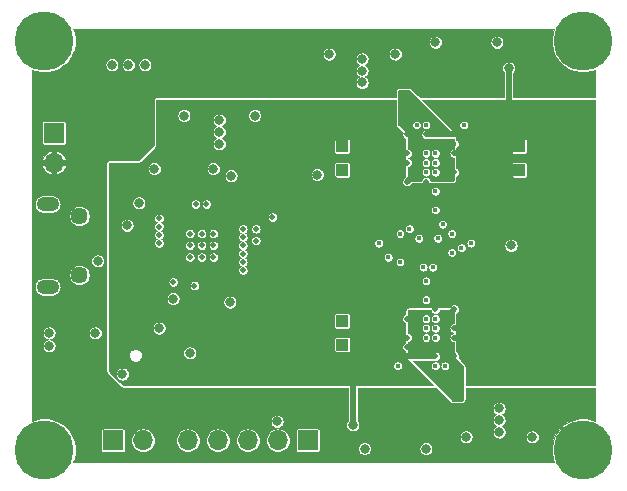
<source format=gbr>
G04 #@! TF.GenerationSoftware,KiCad,Pcbnew,(5.1.4)-1*
G04 #@! TF.CreationDate,2020-12-21T21:32:16-05:00*
G04 #@! TF.ProjectId,icepool-board,69636570-6f6f-46c2-9d62-6f6172642e6b,2020-04*
G04 #@! TF.SameCoordinates,Original*
G04 #@! TF.FileFunction,Copper,L2,Inr*
G04 #@! TF.FilePolarity,Positive*
%FSLAX46Y46*%
G04 Gerber Fmt 4.6, Leading zero omitted, Abs format (unit mm)*
G04 Created by KiCad (PCBNEW (5.1.4)-1) date 2020-12-21 21:32:16*
%MOMM*%
%LPD*%
G04 APERTURE LIST*
%ADD10R,1.000000X1.000000*%
%ADD11C,0.500000*%
%ADD12O,1.700000X1.700000*%
%ADD13R,1.700000X1.700000*%
%ADD14O,1.900000X1.200000*%
%ADD15C,1.450000*%
%ADD16C,0.800000*%
%ADD17C,5.000000*%
%ADD18C,0.450000*%
%ADD19C,0.508000*%
%ADD20C,0.101600*%
G04 APERTURE END LIST*
D10*
X51900000Y-76400000D03*
X66900000Y-63600000D03*
X51900000Y-63600000D03*
X51900000Y-78400000D03*
X66900000Y-61600000D03*
X51900000Y-61600000D03*
D11*
X39000000Y-69000000D03*
X40000000Y-69000000D03*
X41000000Y-69000000D03*
X39000000Y-70000000D03*
X40000000Y-70000000D03*
X41000000Y-70000000D03*
X39000000Y-71000000D03*
X40000000Y-71000000D03*
X41000000Y-71000000D03*
D12*
X38840000Y-86500000D03*
X41380000Y-86500000D03*
X43920000Y-86500000D03*
X46460000Y-86500000D03*
D13*
X49000000Y-86500000D03*
D12*
X35040000Y-86500000D03*
D13*
X32500000Y-86500000D03*
D14*
X26962500Y-73500000D03*
X26962500Y-66500000D03*
D15*
X29662500Y-72500000D03*
X29662500Y-67500000D03*
D12*
X27500000Y-63000000D03*
D13*
X27500000Y-60460000D03*
D16*
X28025825Y-85974175D03*
X26700000Y-85425000D03*
X25374175Y-85974175D03*
X24825000Y-87300000D03*
X25374175Y-88625825D03*
X26700000Y-89175000D03*
X28025825Y-88625825D03*
X28575000Y-87300000D03*
D17*
X26700000Y-87300000D03*
D16*
X73625825Y-85974175D03*
X72300000Y-85425000D03*
X70974175Y-85974175D03*
X70425000Y-87300000D03*
X70974175Y-88625825D03*
X72300000Y-89175000D03*
X73625825Y-88625825D03*
X74175000Y-87300000D03*
D17*
X72300000Y-87300000D03*
D16*
X73625825Y-51374175D03*
X72300000Y-50825000D03*
X70974175Y-51374175D03*
X70425000Y-52700000D03*
X70974175Y-54025825D03*
X72300000Y-54575000D03*
X73625825Y-54025825D03*
X74175000Y-52700000D03*
D17*
X72300000Y-52700000D03*
D16*
X28025825Y-51374175D03*
X26700000Y-50825000D03*
X25374175Y-51374175D03*
X24825000Y-52700000D03*
X25374175Y-54025825D03*
X26700000Y-54575000D03*
X28025825Y-54025825D03*
X28575000Y-52700000D03*
D17*
X26700000Y-52700000D03*
D16*
X32400000Y-54700000D03*
X35200000Y-54700000D03*
X33800000Y-54700000D03*
X41500000Y-61400000D03*
X41500000Y-59400000D03*
X41500000Y-60400000D03*
X53600000Y-56200000D03*
X53600000Y-54200000D03*
X53600000Y-55200000D03*
X65200000Y-85800000D03*
X65200000Y-84800000D03*
X65200000Y-83800000D03*
X27100000Y-77400000D03*
X27100000Y-78500000D03*
X31000000Y-77400000D03*
X39000000Y-79100000D03*
X53800000Y-87200000D03*
X62400000Y-86200000D03*
X59000000Y-87200000D03*
X68000000Y-86200000D03*
X59800000Y-52800000D03*
X56400000Y-53800000D03*
X50800000Y-53800000D03*
X65000000Y-52800000D03*
X44500000Y-59000000D03*
X41000000Y-63500000D03*
X36000000Y-63500000D03*
X42500000Y-64100000D03*
X49800000Y-64000000D03*
X34700000Y-66400000D03*
X31200000Y-71300000D03*
X38500000Y-59000000D03*
X33300000Y-80900000D03*
X36400000Y-77000000D03*
D18*
X59000000Y-62200000D03*
X59800000Y-62200000D03*
X59800000Y-63000000D03*
X59000000Y-63000000D03*
X59800000Y-77800000D03*
X59800000Y-77000000D03*
X59000000Y-77000000D03*
X59000000Y-77800000D03*
X59000000Y-63800000D03*
X59800000Y-76200000D03*
X59000000Y-76200000D03*
X59800000Y-63800000D03*
D16*
X66200000Y-70000000D03*
X42400000Y-74800000D03*
X37600000Y-74500000D03*
X46400000Y-84900000D03*
D11*
X44600000Y-69600000D03*
D16*
X32400000Y-60100000D03*
X27500000Y-83100000D03*
X33700000Y-68300000D03*
X33800000Y-60100000D03*
X35200000Y-60100000D03*
X69300000Y-82850000D03*
X69300000Y-83950000D03*
X49550000Y-56050000D03*
X49550000Y-57100000D03*
X56400000Y-52700000D03*
X62400000Y-87300000D03*
X43000000Y-56800000D03*
X33500000Y-75000000D03*
D18*
X54700000Y-73400001D03*
X57400000Y-77800000D03*
X61399999Y-77000000D03*
X61400000Y-77800000D03*
X59800000Y-79400000D03*
X59800000Y-75400001D03*
D16*
X46000000Y-60000000D03*
X46000000Y-61000000D03*
X46000000Y-62000000D03*
X46000000Y-63000000D03*
X40600000Y-75600000D03*
D18*
X64100000Y-66600000D03*
X61400000Y-62200000D03*
D16*
X66000000Y-55000000D03*
X52800000Y-85200000D03*
D18*
X59000000Y-64600000D03*
X57400000Y-63000000D03*
X57400000Y-62200000D03*
X59000000Y-60600000D03*
D16*
X49000000Y-81400000D03*
D18*
X59800000Y-65400000D03*
X59800000Y-67000000D03*
X59000000Y-59800000D03*
X59000000Y-74600000D03*
X59000000Y-73000000D03*
X59800000Y-80200000D03*
X62200000Y-59800000D03*
X56600000Y-80200000D03*
D11*
X36400000Y-68400000D03*
D18*
X60000000Y-69400000D03*
X58400000Y-69400000D03*
D11*
X36400000Y-67700000D03*
X46000000Y-67600000D03*
D18*
X61200000Y-69000000D03*
X56800000Y-69000000D03*
X62800000Y-69800000D03*
D11*
X36400000Y-69100000D03*
D18*
X55000000Y-69800000D03*
D11*
X44600000Y-68600000D03*
X36400000Y-69800000D03*
X43500000Y-68600000D03*
X43500000Y-69300000D03*
D18*
X58200000Y-59800000D03*
X60600000Y-80200000D03*
D11*
X37600000Y-73100000D03*
X43500000Y-70000000D03*
D18*
X62000000Y-70200000D03*
D11*
X43500000Y-71400000D03*
D18*
X55800000Y-71000000D03*
X61400000Y-63800000D03*
D16*
X57400000Y-57600000D03*
D18*
X57400000Y-64600000D03*
X57400000Y-60600000D03*
X61400000Y-61400000D03*
X57400000Y-76200000D03*
X57400000Y-78600000D03*
X61400000Y-79400000D03*
X61400000Y-75400001D03*
D16*
X61400000Y-82300000D03*
D11*
X39400000Y-73400000D03*
D18*
X59558690Y-71841310D03*
X58758690Y-71841310D03*
D11*
X39500002Y-66500000D03*
D18*
X60400000Y-68200000D03*
D11*
X40399978Y-66500000D03*
D18*
X57600000Y-68600000D03*
D11*
X43500000Y-70700000D03*
D18*
X61200000Y-70600000D03*
D11*
X43500000Y-72100000D03*
D18*
X56800000Y-71400000D03*
D19*
X61399999Y-77000000D02*
X62000000Y-77000000D01*
X61400000Y-77800000D02*
X61800000Y-77800000D01*
X59800000Y-75400001D02*
X59800000Y-75100000D01*
X57400000Y-77800000D02*
X57100000Y-77800000D01*
X59800000Y-79400000D02*
X59481802Y-79400000D01*
X59481802Y-79400000D02*
X57200000Y-79400000D01*
X59000000Y-60600000D02*
X61500000Y-60600000D01*
X61400000Y-62200000D02*
X61700000Y-62200000D01*
X57400000Y-62200000D02*
X57000000Y-62200000D01*
X57400000Y-63000000D02*
X57000000Y-63000000D01*
X59000000Y-64600000D02*
X59000000Y-64900000D01*
X66000000Y-55000000D02*
X66000000Y-55565685D01*
X66000000Y-55565685D02*
X66000000Y-57800000D01*
X52800000Y-85200000D02*
X52800000Y-84634315D01*
X52800000Y-84634315D02*
X52800000Y-81700000D01*
X57400000Y-64600000D02*
X57800000Y-64200000D01*
X57600000Y-60600000D02*
X57400000Y-60600000D01*
X61400000Y-63800000D02*
X61100000Y-63800000D01*
X57600000Y-76200000D02*
X57400000Y-76200000D01*
X61400000Y-79400000D02*
X61175001Y-79175001D01*
X61175001Y-79175001D02*
X61000000Y-79000000D01*
X61400000Y-75400001D02*
X61399999Y-75400001D01*
X61399999Y-75400001D02*
X61000000Y-75800000D01*
X57400000Y-78600000D02*
X57700000Y-78600000D01*
D20*
G36*
X57573872Y-56863076D02*
G01*
X57626197Y-56898039D01*
X60921758Y-60193600D01*
X58980040Y-60193600D01*
X58920332Y-60199481D01*
X58843725Y-60222719D01*
X58773124Y-60260456D01*
X58711242Y-60311242D01*
X58660456Y-60373124D01*
X58622719Y-60443725D01*
X58599481Y-60520332D01*
X58591634Y-60600000D01*
X58599481Y-60679668D01*
X58622719Y-60756275D01*
X58660456Y-60826876D01*
X58711242Y-60888758D01*
X58773124Y-60939544D01*
X58843725Y-60977281D01*
X58920332Y-61000519D01*
X58980040Y-61006400D01*
X61349200Y-61006400D01*
X61349200Y-61796638D01*
X61320332Y-61799481D01*
X61243725Y-61822719D01*
X61173124Y-61860456D01*
X61111242Y-61911242D01*
X61060456Y-61973124D01*
X61022719Y-62043725D01*
X60999481Y-62120332D01*
X60991634Y-62200000D01*
X60999481Y-62279668D01*
X61022719Y-62356275D01*
X61060456Y-62426876D01*
X61111242Y-62488758D01*
X61173124Y-62539544D01*
X61243725Y-62577281D01*
X61320332Y-62600519D01*
X61349200Y-62603362D01*
X61349200Y-64394997D01*
X61336923Y-64456717D01*
X61304797Y-64504797D01*
X61256717Y-64536923D01*
X61194997Y-64549200D01*
X59403362Y-64549200D01*
X59400519Y-64520332D01*
X59377281Y-64443725D01*
X59339544Y-64373124D01*
X59288758Y-64311242D01*
X59226875Y-64260456D01*
X59156274Y-64222719D01*
X59079667Y-64199481D01*
X59000000Y-64191634D01*
X58920332Y-64199481D01*
X58843725Y-64222719D01*
X58773124Y-64260456D01*
X58711242Y-64311242D01*
X58660456Y-64373125D01*
X58622719Y-64443726D01*
X58599481Y-64520333D01*
X58596638Y-64549200D01*
X57605003Y-64549200D01*
X57543283Y-64536923D01*
X57495203Y-64504797D01*
X57463077Y-64456717D01*
X57450800Y-64394997D01*
X57450800Y-63762829D01*
X58622600Y-63762829D01*
X58622600Y-63837171D01*
X58637103Y-63910083D01*
X58665553Y-63978766D01*
X58706854Y-64040578D01*
X58759422Y-64093146D01*
X58821234Y-64134447D01*
X58889917Y-64162897D01*
X58962829Y-64177400D01*
X59037171Y-64177400D01*
X59110083Y-64162897D01*
X59178766Y-64134447D01*
X59240578Y-64093146D01*
X59293146Y-64040578D01*
X59334447Y-63978766D01*
X59362897Y-63910083D01*
X59377400Y-63837171D01*
X59377400Y-63762829D01*
X59422600Y-63762829D01*
X59422600Y-63837171D01*
X59437103Y-63910083D01*
X59465553Y-63978766D01*
X59506854Y-64040578D01*
X59559422Y-64093146D01*
X59621234Y-64134447D01*
X59689917Y-64162897D01*
X59762829Y-64177400D01*
X59837171Y-64177400D01*
X59910083Y-64162897D01*
X59978766Y-64134447D01*
X60040578Y-64093146D01*
X60093146Y-64040578D01*
X60134447Y-63978766D01*
X60162897Y-63910083D01*
X60177400Y-63837171D01*
X60177400Y-63762829D01*
X60162897Y-63689917D01*
X60134447Y-63621234D01*
X60093146Y-63559422D01*
X60040578Y-63506854D01*
X59978766Y-63465553D01*
X59910083Y-63437103D01*
X59837171Y-63422600D01*
X59762829Y-63422600D01*
X59689917Y-63437103D01*
X59621234Y-63465553D01*
X59559422Y-63506854D01*
X59506854Y-63559422D01*
X59465553Y-63621234D01*
X59437103Y-63689917D01*
X59422600Y-63762829D01*
X59377400Y-63762829D01*
X59362897Y-63689917D01*
X59334447Y-63621234D01*
X59293146Y-63559422D01*
X59240578Y-63506854D01*
X59178766Y-63465553D01*
X59110083Y-63437103D01*
X59037171Y-63422600D01*
X58962829Y-63422600D01*
X58889917Y-63437103D01*
X58821234Y-63465553D01*
X58759422Y-63506854D01*
X58706854Y-63559422D01*
X58665553Y-63621234D01*
X58637103Y-63689917D01*
X58622600Y-63762829D01*
X57450800Y-63762829D01*
X57450800Y-63403362D01*
X57479668Y-63400519D01*
X57556275Y-63377281D01*
X57626876Y-63339544D01*
X57688758Y-63288758D01*
X57739544Y-63226876D01*
X57777281Y-63156275D01*
X57800519Y-63079668D01*
X57808366Y-63000000D01*
X57804705Y-62962829D01*
X58622600Y-62962829D01*
X58622600Y-63037171D01*
X58637103Y-63110083D01*
X58665553Y-63178766D01*
X58706854Y-63240578D01*
X58759422Y-63293146D01*
X58821234Y-63334447D01*
X58889917Y-63362897D01*
X58962829Y-63377400D01*
X59037171Y-63377400D01*
X59110083Y-63362897D01*
X59178766Y-63334447D01*
X59240578Y-63293146D01*
X59293146Y-63240578D01*
X59334447Y-63178766D01*
X59362897Y-63110083D01*
X59377400Y-63037171D01*
X59377400Y-62962829D01*
X59422600Y-62962829D01*
X59422600Y-63037171D01*
X59437103Y-63110083D01*
X59465553Y-63178766D01*
X59506854Y-63240578D01*
X59559422Y-63293146D01*
X59621234Y-63334447D01*
X59689917Y-63362897D01*
X59762829Y-63377400D01*
X59837171Y-63377400D01*
X59910083Y-63362897D01*
X59978766Y-63334447D01*
X60040578Y-63293146D01*
X60093146Y-63240578D01*
X60134447Y-63178766D01*
X60162897Y-63110083D01*
X60177400Y-63037171D01*
X60177400Y-62962829D01*
X60162897Y-62889917D01*
X60134447Y-62821234D01*
X60093146Y-62759422D01*
X60040578Y-62706854D01*
X59978766Y-62665553D01*
X59910083Y-62637103D01*
X59837171Y-62622600D01*
X59762829Y-62622600D01*
X59689917Y-62637103D01*
X59621234Y-62665553D01*
X59559422Y-62706854D01*
X59506854Y-62759422D01*
X59465553Y-62821234D01*
X59437103Y-62889917D01*
X59422600Y-62962829D01*
X59377400Y-62962829D01*
X59362897Y-62889917D01*
X59334447Y-62821234D01*
X59293146Y-62759422D01*
X59240578Y-62706854D01*
X59178766Y-62665553D01*
X59110083Y-62637103D01*
X59037171Y-62622600D01*
X58962829Y-62622600D01*
X58889917Y-62637103D01*
X58821234Y-62665553D01*
X58759422Y-62706854D01*
X58706854Y-62759422D01*
X58665553Y-62821234D01*
X58637103Y-62889917D01*
X58622600Y-62962829D01*
X57804705Y-62962829D01*
X57800519Y-62920332D01*
X57777281Y-62843725D01*
X57739544Y-62773124D01*
X57688758Y-62711242D01*
X57626876Y-62660456D01*
X57556275Y-62622719D01*
X57481379Y-62600000D01*
X57556275Y-62577281D01*
X57626876Y-62539544D01*
X57688758Y-62488758D01*
X57739544Y-62426876D01*
X57777281Y-62356275D01*
X57800519Y-62279668D01*
X57808366Y-62200000D01*
X57804705Y-62162829D01*
X58622600Y-62162829D01*
X58622600Y-62237171D01*
X58637103Y-62310083D01*
X58665553Y-62378766D01*
X58706854Y-62440578D01*
X58759422Y-62493146D01*
X58821234Y-62534447D01*
X58889917Y-62562897D01*
X58962829Y-62577400D01*
X59037171Y-62577400D01*
X59110083Y-62562897D01*
X59178766Y-62534447D01*
X59240578Y-62493146D01*
X59293146Y-62440578D01*
X59334447Y-62378766D01*
X59362897Y-62310083D01*
X59377400Y-62237171D01*
X59377400Y-62162829D01*
X59422600Y-62162829D01*
X59422600Y-62237171D01*
X59437103Y-62310083D01*
X59465553Y-62378766D01*
X59506854Y-62440578D01*
X59559422Y-62493146D01*
X59621234Y-62534447D01*
X59689917Y-62562897D01*
X59762829Y-62577400D01*
X59837171Y-62577400D01*
X59910083Y-62562897D01*
X59978766Y-62534447D01*
X60040578Y-62493146D01*
X60093146Y-62440578D01*
X60134447Y-62378766D01*
X60162897Y-62310083D01*
X60177400Y-62237171D01*
X60177400Y-62162829D01*
X60162897Y-62089917D01*
X60134447Y-62021234D01*
X60093146Y-61959422D01*
X60040578Y-61906854D01*
X59978766Y-61865553D01*
X59910083Y-61837103D01*
X59837171Y-61822600D01*
X59762829Y-61822600D01*
X59689917Y-61837103D01*
X59621234Y-61865553D01*
X59559422Y-61906854D01*
X59506854Y-61959422D01*
X59465553Y-62021234D01*
X59437103Y-62089917D01*
X59422600Y-62162829D01*
X59377400Y-62162829D01*
X59362897Y-62089917D01*
X59334447Y-62021234D01*
X59293146Y-61959422D01*
X59240578Y-61906854D01*
X59178766Y-61865553D01*
X59110083Y-61837103D01*
X59037171Y-61822600D01*
X58962829Y-61822600D01*
X58889917Y-61837103D01*
X58821234Y-61865553D01*
X58759422Y-61906854D01*
X58706854Y-61959422D01*
X58665553Y-62021234D01*
X58637103Y-62089917D01*
X58622600Y-62162829D01*
X57804705Y-62162829D01*
X57800519Y-62120332D01*
X57777281Y-62043725D01*
X57739544Y-61973124D01*
X57688758Y-61911242D01*
X57626876Y-61860456D01*
X57556275Y-61822719D01*
X57479668Y-61799481D01*
X57450800Y-61796638D01*
X57450800Y-60682843D01*
X57449824Y-60672933D01*
X57434600Y-60596396D01*
X57431709Y-60586866D01*
X57427015Y-60578083D01*
X57383660Y-60513198D01*
X57377342Y-60505500D01*
X56698039Y-59826197D01*
X56663076Y-59773872D01*
X56660880Y-59762829D01*
X57822600Y-59762829D01*
X57822600Y-59837171D01*
X57837103Y-59910083D01*
X57865553Y-59978766D01*
X57906854Y-60040578D01*
X57959422Y-60093146D01*
X58021234Y-60134447D01*
X58089917Y-60162897D01*
X58162829Y-60177400D01*
X58237171Y-60177400D01*
X58310083Y-60162897D01*
X58378766Y-60134447D01*
X58440578Y-60093146D01*
X58493146Y-60040578D01*
X58534447Y-59978766D01*
X58562897Y-59910083D01*
X58577400Y-59837171D01*
X58577400Y-59762829D01*
X58622600Y-59762829D01*
X58622600Y-59837171D01*
X58637103Y-59910083D01*
X58665553Y-59978766D01*
X58706854Y-60040578D01*
X58759422Y-60093146D01*
X58821234Y-60134447D01*
X58889917Y-60162897D01*
X58962829Y-60177400D01*
X59037171Y-60177400D01*
X59110083Y-60162897D01*
X59178766Y-60134447D01*
X59240578Y-60093146D01*
X59293146Y-60040578D01*
X59334447Y-59978766D01*
X59362897Y-59910083D01*
X59377400Y-59837171D01*
X59377400Y-59762829D01*
X59362897Y-59689917D01*
X59334447Y-59621234D01*
X59293146Y-59559422D01*
X59240578Y-59506854D01*
X59178766Y-59465553D01*
X59110083Y-59437103D01*
X59037171Y-59422600D01*
X58962829Y-59422600D01*
X58889917Y-59437103D01*
X58821234Y-59465553D01*
X58759422Y-59506854D01*
X58706854Y-59559422D01*
X58665553Y-59621234D01*
X58637103Y-59689917D01*
X58622600Y-59762829D01*
X58577400Y-59762829D01*
X58562897Y-59689917D01*
X58534447Y-59621234D01*
X58493146Y-59559422D01*
X58440578Y-59506854D01*
X58378766Y-59465553D01*
X58310083Y-59437103D01*
X58237171Y-59422600D01*
X58162829Y-59422600D01*
X58089917Y-59437103D01*
X58021234Y-59465553D01*
X57959422Y-59506854D01*
X57906854Y-59559422D01*
X57865553Y-59621234D01*
X57837103Y-59689917D01*
X57822600Y-59762829D01*
X56660880Y-59762829D01*
X56650800Y-59712154D01*
X56650800Y-57005003D01*
X56663077Y-56943283D01*
X56695203Y-56895203D01*
X56743283Y-56863077D01*
X56805003Y-56850800D01*
X57512154Y-56850800D01*
X57573872Y-56863076D01*
X57573872Y-56863076D01*
G37*
X57573872Y-56863076D02*
X57626197Y-56898039D01*
X60921758Y-60193600D01*
X58980040Y-60193600D01*
X58920332Y-60199481D01*
X58843725Y-60222719D01*
X58773124Y-60260456D01*
X58711242Y-60311242D01*
X58660456Y-60373124D01*
X58622719Y-60443725D01*
X58599481Y-60520332D01*
X58591634Y-60600000D01*
X58599481Y-60679668D01*
X58622719Y-60756275D01*
X58660456Y-60826876D01*
X58711242Y-60888758D01*
X58773124Y-60939544D01*
X58843725Y-60977281D01*
X58920332Y-61000519D01*
X58980040Y-61006400D01*
X61349200Y-61006400D01*
X61349200Y-61796638D01*
X61320332Y-61799481D01*
X61243725Y-61822719D01*
X61173124Y-61860456D01*
X61111242Y-61911242D01*
X61060456Y-61973124D01*
X61022719Y-62043725D01*
X60999481Y-62120332D01*
X60991634Y-62200000D01*
X60999481Y-62279668D01*
X61022719Y-62356275D01*
X61060456Y-62426876D01*
X61111242Y-62488758D01*
X61173124Y-62539544D01*
X61243725Y-62577281D01*
X61320332Y-62600519D01*
X61349200Y-62603362D01*
X61349200Y-64394997D01*
X61336923Y-64456717D01*
X61304797Y-64504797D01*
X61256717Y-64536923D01*
X61194997Y-64549200D01*
X59403362Y-64549200D01*
X59400519Y-64520332D01*
X59377281Y-64443725D01*
X59339544Y-64373124D01*
X59288758Y-64311242D01*
X59226875Y-64260456D01*
X59156274Y-64222719D01*
X59079667Y-64199481D01*
X59000000Y-64191634D01*
X58920332Y-64199481D01*
X58843725Y-64222719D01*
X58773124Y-64260456D01*
X58711242Y-64311242D01*
X58660456Y-64373125D01*
X58622719Y-64443726D01*
X58599481Y-64520333D01*
X58596638Y-64549200D01*
X57605003Y-64549200D01*
X57543283Y-64536923D01*
X57495203Y-64504797D01*
X57463077Y-64456717D01*
X57450800Y-64394997D01*
X57450800Y-63762829D01*
X58622600Y-63762829D01*
X58622600Y-63837171D01*
X58637103Y-63910083D01*
X58665553Y-63978766D01*
X58706854Y-64040578D01*
X58759422Y-64093146D01*
X58821234Y-64134447D01*
X58889917Y-64162897D01*
X58962829Y-64177400D01*
X59037171Y-64177400D01*
X59110083Y-64162897D01*
X59178766Y-64134447D01*
X59240578Y-64093146D01*
X59293146Y-64040578D01*
X59334447Y-63978766D01*
X59362897Y-63910083D01*
X59377400Y-63837171D01*
X59377400Y-63762829D01*
X59422600Y-63762829D01*
X59422600Y-63837171D01*
X59437103Y-63910083D01*
X59465553Y-63978766D01*
X59506854Y-64040578D01*
X59559422Y-64093146D01*
X59621234Y-64134447D01*
X59689917Y-64162897D01*
X59762829Y-64177400D01*
X59837171Y-64177400D01*
X59910083Y-64162897D01*
X59978766Y-64134447D01*
X60040578Y-64093146D01*
X60093146Y-64040578D01*
X60134447Y-63978766D01*
X60162897Y-63910083D01*
X60177400Y-63837171D01*
X60177400Y-63762829D01*
X60162897Y-63689917D01*
X60134447Y-63621234D01*
X60093146Y-63559422D01*
X60040578Y-63506854D01*
X59978766Y-63465553D01*
X59910083Y-63437103D01*
X59837171Y-63422600D01*
X59762829Y-63422600D01*
X59689917Y-63437103D01*
X59621234Y-63465553D01*
X59559422Y-63506854D01*
X59506854Y-63559422D01*
X59465553Y-63621234D01*
X59437103Y-63689917D01*
X59422600Y-63762829D01*
X59377400Y-63762829D01*
X59362897Y-63689917D01*
X59334447Y-63621234D01*
X59293146Y-63559422D01*
X59240578Y-63506854D01*
X59178766Y-63465553D01*
X59110083Y-63437103D01*
X59037171Y-63422600D01*
X58962829Y-63422600D01*
X58889917Y-63437103D01*
X58821234Y-63465553D01*
X58759422Y-63506854D01*
X58706854Y-63559422D01*
X58665553Y-63621234D01*
X58637103Y-63689917D01*
X58622600Y-63762829D01*
X57450800Y-63762829D01*
X57450800Y-63403362D01*
X57479668Y-63400519D01*
X57556275Y-63377281D01*
X57626876Y-63339544D01*
X57688758Y-63288758D01*
X57739544Y-63226876D01*
X57777281Y-63156275D01*
X57800519Y-63079668D01*
X57808366Y-63000000D01*
X57804705Y-62962829D01*
X58622600Y-62962829D01*
X58622600Y-63037171D01*
X58637103Y-63110083D01*
X58665553Y-63178766D01*
X58706854Y-63240578D01*
X58759422Y-63293146D01*
X58821234Y-63334447D01*
X58889917Y-63362897D01*
X58962829Y-63377400D01*
X59037171Y-63377400D01*
X59110083Y-63362897D01*
X59178766Y-63334447D01*
X59240578Y-63293146D01*
X59293146Y-63240578D01*
X59334447Y-63178766D01*
X59362897Y-63110083D01*
X59377400Y-63037171D01*
X59377400Y-62962829D01*
X59422600Y-62962829D01*
X59422600Y-63037171D01*
X59437103Y-63110083D01*
X59465553Y-63178766D01*
X59506854Y-63240578D01*
X59559422Y-63293146D01*
X59621234Y-63334447D01*
X59689917Y-63362897D01*
X59762829Y-63377400D01*
X59837171Y-63377400D01*
X59910083Y-63362897D01*
X59978766Y-63334447D01*
X60040578Y-63293146D01*
X60093146Y-63240578D01*
X60134447Y-63178766D01*
X60162897Y-63110083D01*
X60177400Y-63037171D01*
X60177400Y-62962829D01*
X60162897Y-62889917D01*
X60134447Y-62821234D01*
X60093146Y-62759422D01*
X60040578Y-62706854D01*
X59978766Y-62665553D01*
X59910083Y-62637103D01*
X59837171Y-62622600D01*
X59762829Y-62622600D01*
X59689917Y-62637103D01*
X59621234Y-62665553D01*
X59559422Y-62706854D01*
X59506854Y-62759422D01*
X59465553Y-62821234D01*
X59437103Y-62889917D01*
X59422600Y-62962829D01*
X59377400Y-62962829D01*
X59362897Y-62889917D01*
X59334447Y-62821234D01*
X59293146Y-62759422D01*
X59240578Y-62706854D01*
X59178766Y-62665553D01*
X59110083Y-62637103D01*
X59037171Y-62622600D01*
X58962829Y-62622600D01*
X58889917Y-62637103D01*
X58821234Y-62665553D01*
X58759422Y-62706854D01*
X58706854Y-62759422D01*
X58665553Y-62821234D01*
X58637103Y-62889917D01*
X58622600Y-62962829D01*
X57804705Y-62962829D01*
X57800519Y-62920332D01*
X57777281Y-62843725D01*
X57739544Y-62773124D01*
X57688758Y-62711242D01*
X57626876Y-62660456D01*
X57556275Y-62622719D01*
X57481379Y-62600000D01*
X57556275Y-62577281D01*
X57626876Y-62539544D01*
X57688758Y-62488758D01*
X57739544Y-62426876D01*
X57777281Y-62356275D01*
X57800519Y-62279668D01*
X57808366Y-62200000D01*
X57804705Y-62162829D01*
X58622600Y-62162829D01*
X58622600Y-62237171D01*
X58637103Y-62310083D01*
X58665553Y-62378766D01*
X58706854Y-62440578D01*
X58759422Y-62493146D01*
X58821234Y-62534447D01*
X58889917Y-62562897D01*
X58962829Y-62577400D01*
X59037171Y-62577400D01*
X59110083Y-62562897D01*
X59178766Y-62534447D01*
X59240578Y-62493146D01*
X59293146Y-62440578D01*
X59334447Y-62378766D01*
X59362897Y-62310083D01*
X59377400Y-62237171D01*
X59377400Y-62162829D01*
X59422600Y-62162829D01*
X59422600Y-62237171D01*
X59437103Y-62310083D01*
X59465553Y-62378766D01*
X59506854Y-62440578D01*
X59559422Y-62493146D01*
X59621234Y-62534447D01*
X59689917Y-62562897D01*
X59762829Y-62577400D01*
X59837171Y-62577400D01*
X59910083Y-62562897D01*
X59978766Y-62534447D01*
X60040578Y-62493146D01*
X60093146Y-62440578D01*
X60134447Y-62378766D01*
X60162897Y-62310083D01*
X60177400Y-62237171D01*
X60177400Y-62162829D01*
X60162897Y-62089917D01*
X60134447Y-62021234D01*
X60093146Y-61959422D01*
X60040578Y-61906854D01*
X59978766Y-61865553D01*
X59910083Y-61837103D01*
X59837171Y-61822600D01*
X59762829Y-61822600D01*
X59689917Y-61837103D01*
X59621234Y-61865553D01*
X59559422Y-61906854D01*
X59506854Y-61959422D01*
X59465553Y-62021234D01*
X59437103Y-62089917D01*
X59422600Y-62162829D01*
X59377400Y-62162829D01*
X59362897Y-62089917D01*
X59334447Y-62021234D01*
X59293146Y-61959422D01*
X59240578Y-61906854D01*
X59178766Y-61865553D01*
X59110083Y-61837103D01*
X59037171Y-61822600D01*
X58962829Y-61822600D01*
X58889917Y-61837103D01*
X58821234Y-61865553D01*
X58759422Y-61906854D01*
X58706854Y-61959422D01*
X58665553Y-62021234D01*
X58637103Y-62089917D01*
X58622600Y-62162829D01*
X57804705Y-62162829D01*
X57800519Y-62120332D01*
X57777281Y-62043725D01*
X57739544Y-61973124D01*
X57688758Y-61911242D01*
X57626876Y-61860456D01*
X57556275Y-61822719D01*
X57479668Y-61799481D01*
X57450800Y-61796638D01*
X57450800Y-60682843D01*
X57449824Y-60672933D01*
X57434600Y-60596396D01*
X57431709Y-60586866D01*
X57427015Y-60578083D01*
X57383660Y-60513198D01*
X57377342Y-60505500D01*
X56698039Y-59826197D01*
X56663076Y-59773872D01*
X56660880Y-59762829D01*
X57822600Y-59762829D01*
X57822600Y-59837171D01*
X57837103Y-59910083D01*
X57865553Y-59978766D01*
X57906854Y-60040578D01*
X57959422Y-60093146D01*
X58021234Y-60134447D01*
X58089917Y-60162897D01*
X58162829Y-60177400D01*
X58237171Y-60177400D01*
X58310083Y-60162897D01*
X58378766Y-60134447D01*
X58440578Y-60093146D01*
X58493146Y-60040578D01*
X58534447Y-59978766D01*
X58562897Y-59910083D01*
X58577400Y-59837171D01*
X58577400Y-59762829D01*
X58622600Y-59762829D01*
X58622600Y-59837171D01*
X58637103Y-59910083D01*
X58665553Y-59978766D01*
X58706854Y-60040578D01*
X58759422Y-60093146D01*
X58821234Y-60134447D01*
X58889917Y-60162897D01*
X58962829Y-60177400D01*
X59037171Y-60177400D01*
X59110083Y-60162897D01*
X59178766Y-60134447D01*
X59240578Y-60093146D01*
X59293146Y-60040578D01*
X59334447Y-59978766D01*
X59362897Y-59910083D01*
X59377400Y-59837171D01*
X59377400Y-59762829D01*
X59362897Y-59689917D01*
X59334447Y-59621234D01*
X59293146Y-59559422D01*
X59240578Y-59506854D01*
X59178766Y-59465553D01*
X59110083Y-59437103D01*
X59037171Y-59422600D01*
X58962829Y-59422600D01*
X58889917Y-59437103D01*
X58821234Y-59465553D01*
X58759422Y-59506854D01*
X58706854Y-59559422D01*
X58665553Y-59621234D01*
X58637103Y-59689917D01*
X58622600Y-59762829D01*
X58577400Y-59762829D01*
X58562897Y-59689917D01*
X58534447Y-59621234D01*
X58493146Y-59559422D01*
X58440578Y-59506854D01*
X58378766Y-59465553D01*
X58310083Y-59437103D01*
X58237171Y-59422600D01*
X58162829Y-59422600D01*
X58089917Y-59437103D01*
X58021234Y-59465553D01*
X57959422Y-59506854D01*
X57906854Y-59559422D01*
X57865553Y-59621234D01*
X57837103Y-59689917D01*
X57822600Y-59762829D01*
X56660880Y-59762829D01*
X56650800Y-59712154D01*
X56650800Y-57005003D01*
X56663077Y-56943283D01*
X56695203Y-56895203D01*
X56743283Y-56863077D01*
X56805003Y-56850800D01*
X57512154Y-56850800D01*
X57573872Y-56863076D01*
G36*
X59399481Y-75479668D02*
G01*
X59422719Y-75556275D01*
X59460456Y-75626876D01*
X59511242Y-75688759D01*
X59573124Y-75739545D01*
X59643725Y-75777282D01*
X59720332Y-75800520D01*
X59800000Y-75808367D01*
X59879667Y-75800520D01*
X59956274Y-75777282D01*
X60026875Y-75739545D01*
X60088758Y-75688759D01*
X60139544Y-75626877D01*
X60177281Y-75556276D01*
X60200519Y-75479669D01*
X60203362Y-75450800D01*
X61194997Y-75450800D01*
X61256717Y-75463077D01*
X61304797Y-75495203D01*
X61336923Y-75543283D01*
X61349200Y-75605003D01*
X61349200Y-76596638D01*
X61320331Y-76599481D01*
X61243724Y-76622719D01*
X61173123Y-76660456D01*
X61111241Y-76711242D01*
X61060455Y-76773124D01*
X61022718Y-76843725D01*
X60999480Y-76920332D01*
X60991633Y-77000000D01*
X60999480Y-77079668D01*
X61022718Y-77156275D01*
X61060455Y-77226876D01*
X61111241Y-77288758D01*
X61173123Y-77339544D01*
X61243724Y-77377281D01*
X61318621Y-77400000D01*
X61243725Y-77422719D01*
X61173124Y-77460456D01*
X61111242Y-77511242D01*
X61060456Y-77573124D01*
X61022719Y-77643725D01*
X60999481Y-77720332D01*
X60991634Y-77800000D01*
X60999481Y-77879668D01*
X61022719Y-77956275D01*
X61060456Y-78026876D01*
X61111242Y-78088758D01*
X61173124Y-78139544D01*
X61243725Y-78177281D01*
X61320332Y-78200519D01*
X61349200Y-78203362D01*
X61349200Y-79317157D01*
X61350176Y-79327067D01*
X61365400Y-79403604D01*
X61368291Y-79413134D01*
X61372985Y-79421917D01*
X61416340Y-79486802D01*
X61422658Y-79494500D01*
X62101961Y-80173803D01*
X62136924Y-80226128D01*
X62149200Y-80287846D01*
X62149200Y-82994997D01*
X62136923Y-83056717D01*
X62104797Y-83104797D01*
X62056717Y-83136923D01*
X61994997Y-83149200D01*
X61287846Y-83149200D01*
X61226128Y-83136924D01*
X61173803Y-83101961D01*
X58234671Y-80162829D01*
X59422600Y-80162829D01*
X59422600Y-80237171D01*
X59437103Y-80310083D01*
X59465553Y-80378766D01*
X59506854Y-80440578D01*
X59559422Y-80493146D01*
X59621234Y-80534447D01*
X59689917Y-80562897D01*
X59762829Y-80577400D01*
X59837171Y-80577400D01*
X59910083Y-80562897D01*
X59978766Y-80534447D01*
X60040578Y-80493146D01*
X60093146Y-80440578D01*
X60134447Y-80378766D01*
X60162897Y-80310083D01*
X60177400Y-80237171D01*
X60177400Y-80162829D01*
X60222600Y-80162829D01*
X60222600Y-80237171D01*
X60237103Y-80310083D01*
X60265553Y-80378766D01*
X60306854Y-80440578D01*
X60359422Y-80493146D01*
X60421234Y-80534447D01*
X60489917Y-80562897D01*
X60562829Y-80577400D01*
X60637171Y-80577400D01*
X60710083Y-80562897D01*
X60778766Y-80534447D01*
X60840578Y-80493146D01*
X60893146Y-80440578D01*
X60934447Y-80378766D01*
X60962897Y-80310083D01*
X60977400Y-80237171D01*
X60977400Y-80162829D01*
X60962897Y-80089917D01*
X60934447Y-80021234D01*
X60893146Y-79959422D01*
X60840578Y-79906854D01*
X60778766Y-79865553D01*
X60710083Y-79837103D01*
X60637171Y-79822600D01*
X60562829Y-79822600D01*
X60489917Y-79837103D01*
X60421234Y-79865553D01*
X60359422Y-79906854D01*
X60306854Y-79959422D01*
X60265553Y-80021234D01*
X60237103Y-80089917D01*
X60222600Y-80162829D01*
X60177400Y-80162829D01*
X60162897Y-80089917D01*
X60134447Y-80021234D01*
X60093146Y-79959422D01*
X60040578Y-79906854D01*
X59978766Y-79865553D01*
X59910083Y-79837103D01*
X59837171Y-79822600D01*
X59762829Y-79822600D01*
X59689917Y-79837103D01*
X59621234Y-79865553D01*
X59559422Y-79906854D01*
X59506854Y-79959422D01*
X59465553Y-80021234D01*
X59437103Y-80089917D01*
X59422600Y-80162829D01*
X58234671Y-80162829D01*
X57878242Y-79806400D01*
X59819960Y-79806400D01*
X59879668Y-79800519D01*
X59956275Y-79777281D01*
X60026876Y-79739544D01*
X60088758Y-79688758D01*
X60139544Y-79626876D01*
X60177281Y-79556275D01*
X60200519Y-79479668D01*
X60208366Y-79400000D01*
X60200519Y-79320332D01*
X60177281Y-79243725D01*
X60139544Y-79173124D01*
X60088758Y-79111242D01*
X60026876Y-79060456D01*
X59956275Y-79022719D01*
X59879668Y-78999481D01*
X59819960Y-78993600D01*
X57450800Y-78993600D01*
X57450800Y-78203362D01*
X57479668Y-78200519D01*
X57556275Y-78177281D01*
X57626876Y-78139544D01*
X57688758Y-78088758D01*
X57739544Y-78026876D01*
X57777281Y-77956275D01*
X57800519Y-77879668D01*
X57808366Y-77800000D01*
X57804705Y-77762829D01*
X58622600Y-77762829D01*
X58622600Y-77837171D01*
X58637103Y-77910083D01*
X58665553Y-77978766D01*
X58706854Y-78040578D01*
X58759422Y-78093146D01*
X58821234Y-78134447D01*
X58889917Y-78162897D01*
X58962829Y-78177400D01*
X59037171Y-78177400D01*
X59110083Y-78162897D01*
X59178766Y-78134447D01*
X59240578Y-78093146D01*
X59293146Y-78040578D01*
X59334447Y-77978766D01*
X59362897Y-77910083D01*
X59377400Y-77837171D01*
X59377400Y-77762829D01*
X59422600Y-77762829D01*
X59422600Y-77837171D01*
X59437103Y-77910083D01*
X59465553Y-77978766D01*
X59506854Y-78040578D01*
X59559422Y-78093146D01*
X59621234Y-78134447D01*
X59689917Y-78162897D01*
X59762829Y-78177400D01*
X59837171Y-78177400D01*
X59910083Y-78162897D01*
X59978766Y-78134447D01*
X60040578Y-78093146D01*
X60093146Y-78040578D01*
X60134447Y-77978766D01*
X60162897Y-77910083D01*
X60177400Y-77837171D01*
X60177400Y-77762829D01*
X60162897Y-77689917D01*
X60134447Y-77621234D01*
X60093146Y-77559422D01*
X60040578Y-77506854D01*
X59978766Y-77465553D01*
X59910083Y-77437103D01*
X59837171Y-77422600D01*
X59762829Y-77422600D01*
X59689917Y-77437103D01*
X59621234Y-77465553D01*
X59559422Y-77506854D01*
X59506854Y-77559422D01*
X59465553Y-77621234D01*
X59437103Y-77689917D01*
X59422600Y-77762829D01*
X59377400Y-77762829D01*
X59362897Y-77689917D01*
X59334447Y-77621234D01*
X59293146Y-77559422D01*
X59240578Y-77506854D01*
X59178766Y-77465553D01*
X59110083Y-77437103D01*
X59037171Y-77422600D01*
X58962829Y-77422600D01*
X58889917Y-77437103D01*
X58821234Y-77465553D01*
X58759422Y-77506854D01*
X58706854Y-77559422D01*
X58665553Y-77621234D01*
X58637103Y-77689917D01*
X58622600Y-77762829D01*
X57804705Y-77762829D01*
X57800519Y-77720332D01*
X57777281Y-77643725D01*
X57739544Y-77573124D01*
X57688758Y-77511242D01*
X57626876Y-77460456D01*
X57556275Y-77422719D01*
X57479668Y-77399481D01*
X57450800Y-77396638D01*
X57450800Y-76962829D01*
X58622600Y-76962829D01*
X58622600Y-77037171D01*
X58637103Y-77110083D01*
X58665553Y-77178766D01*
X58706854Y-77240578D01*
X58759422Y-77293146D01*
X58821234Y-77334447D01*
X58889917Y-77362897D01*
X58962829Y-77377400D01*
X59037171Y-77377400D01*
X59110083Y-77362897D01*
X59178766Y-77334447D01*
X59240578Y-77293146D01*
X59293146Y-77240578D01*
X59334447Y-77178766D01*
X59362897Y-77110083D01*
X59377400Y-77037171D01*
X59377400Y-76962829D01*
X59422600Y-76962829D01*
X59422600Y-77037171D01*
X59437103Y-77110083D01*
X59465553Y-77178766D01*
X59506854Y-77240578D01*
X59559422Y-77293146D01*
X59621234Y-77334447D01*
X59689917Y-77362897D01*
X59762829Y-77377400D01*
X59837171Y-77377400D01*
X59910083Y-77362897D01*
X59978766Y-77334447D01*
X60040578Y-77293146D01*
X60093146Y-77240578D01*
X60134447Y-77178766D01*
X60162897Y-77110083D01*
X60177400Y-77037171D01*
X60177400Y-76962829D01*
X60162897Y-76889917D01*
X60134447Y-76821234D01*
X60093146Y-76759422D01*
X60040578Y-76706854D01*
X59978766Y-76665553D01*
X59910083Y-76637103D01*
X59837171Y-76622600D01*
X59762829Y-76622600D01*
X59689917Y-76637103D01*
X59621234Y-76665553D01*
X59559422Y-76706854D01*
X59506854Y-76759422D01*
X59465553Y-76821234D01*
X59437103Y-76889917D01*
X59422600Y-76962829D01*
X59377400Y-76962829D01*
X59362897Y-76889917D01*
X59334447Y-76821234D01*
X59293146Y-76759422D01*
X59240578Y-76706854D01*
X59178766Y-76665553D01*
X59110083Y-76637103D01*
X59037171Y-76622600D01*
X58962829Y-76622600D01*
X58889917Y-76637103D01*
X58821234Y-76665553D01*
X58759422Y-76706854D01*
X58706854Y-76759422D01*
X58665553Y-76821234D01*
X58637103Y-76889917D01*
X58622600Y-76962829D01*
X57450800Y-76962829D01*
X57450800Y-76162829D01*
X58622600Y-76162829D01*
X58622600Y-76237171D01*
X58637103Y-76310083D01*
X58665553Y-76378766D01*
X58706854Y-76440578D01*
X58759422Y-76493146D01*
X58821234Y-76534447D01*
X58889917Y-76562897D01*
X58962829Y-76577400D01*
X59037171Y-76577400D01*
X59110083Y-76562897D01*
X59178766Y-76534447D01*
X59240578Y-76493146D01*
X59293146Y-76440578D01*
X59334447Y-76378766D01*
X59362897Y-76310083D01*
X59377400Y-76237171D01*
X59377400Y-76162829D01*
X59422600Y-76162829D01*
X59422600Y-76237171D01*
X59437103Y-76310083D01*
X59465553Y-76378766D01*
X59506854Y-76440578D01*
X59559422Y-76493146D01*
X59621234Y-76534447D01*
X59689917Y-76562897D01*
X59762829Y-76577400D01*
X59837171Y-76577400D01*
X59910083Y-76562897D01*
X59978766Y-76534447D01*
X60040578Y-76493146D01*
X60093146Y-76440578D01*
X60134447Y-76378766D01*
X60162897Y-76310083D01*
X60177400Y-76237171D01*
X60177400Y-76162829D01*
X60162897Y-76089917D01*
X60134447Y-76021234D01*
X60093146Y-75959422D01*
X60040578Y-75906854D01*
X59978766Y-75865553D01*
X59910083Y-75837103D01*
X59837171Y-75822600D01*
X59762829Y-75822600D01*
X59689917Y-75837103D01*
X59621234Y-75865553D01*
X59559422Y-75906854D01*
X59506854Y-75959422D01*
X59465553Y-76021234D01*
X59437103Y-76089917D01*
X59422600Y-76162829D01*
X59377400Y-76162829D01*
X59362897Y-76089917D01*
X59334447Y-76021234D01*
X59293146Y-75959422D01*
X59240578Y-75906854D01*
X59178766Y-75865553D01*
X59110083Y-75837103D01*
X59037171Y-75822600D01*
X58962829Y-75822600D01*
X58889917Y-75837103D01*
X58821234Y-75865553D01*
X58759422Y-75906854D01*
X58706854Y-75959422D01*
X58665553Y-76021234D01*
X58637103Y-76089917D01*
X58622600Y-76162829D01*
X57450800Y-76162829D01*
X57450800Y-75605003D01*
X57463077Y-75543283D01*
X57495203Y-75495203D01*
X57543283Y-75463077D01*
X57605003Y-75450800D01*
X59396638Y-75450800D01*
X59399481Y-75479668D01*
X59399481Y-75479668D01*
G37*
X59399481Y-75479668D02*
X59422719Y-75556275D01*
X59460456Y-75626876D01*
X59511242Y-75688759D01*
X59573124Y-75739545D01*
X59643725Y-75777282D01*
X59720332Y-75800520D01*
X59800000Y-75808367D01*
X59879667Y-75800520D01*
X59956274Y-75777282D01*
X60026875Y-75739545D01*
X60088758Y-75688759D01*
X60139544Y-75626877D01*
X60177281Y-75556276D01*
X60200519Y-75479669D01*
X60203362Y-75450800D01*
X61194997Y-75450800D01*
X61256717Y-75463077D01*
X61304797Y-75495203D01*
X61336923Y-75543283D01*
X61349200Y-75605003D01*
X61349200Y-76596638D01*
X61320331Y-76599481D01*
X61243724Y-76622719D01*
X61173123Y-76660456D01*
X61111241Y-76711242D01*
X61060455Y-76773124D01*
X61022718Y-76843725D01*
X60999480Y-76920332D01*
X60991633Y-77000000D01*
X60999480Y-77079668D01*
X61022718Y-77156275D01*
X61060455Y-77226876D01*
X61111241Y-77288758D01*
X61173123Y-77339544D01*
X61243724Y-77377281D01*
X61318621Y-77400000D01*
X61243725Y-77422719D01*
X61173124Y-77460456D01*
X61111242Y-77511242D01*
X61060456Y-77573124D01*
X61022719Y-77643725D01*
X60999481Y-77720332D01*
X60991634Y-77800000D01*
X60999481Y-77879668D01*
X61022719Y-77956275D01*
X61060456Y-78026876D01*
X61111242Y-78088758D01*
X61173124Y-78139544D01*
X61243725Y-78177281D01*
X61320332Y-78200519D01*
X61349200Y-78203362D01*
X61349200Y-79317157D01*
X61350176Y-79327067D01*
X61365400Y-79403604D01*
X61368291Y-79413134D01*
X61372985Y-79421917D01*
X61416340Y-79486802D01*
X61422658Y-79494500D01*
X62101961Y-80173803D01*
X62136924Y-80226128D01*
X62149200Y-80287846D01*
X62149200Y-82994997D01*
X62136923Y-83056717D01*
X62104797Y-83104797D01*
X62056717Y-83136923D01*
X61994997Y-83149200D01*
X61287846Y-83149200D01*
X61226128Y-83136924D01*
X61173803Y-83101961D01*
X58234671Y-80162829D01*
X59422600Y-80162829D01*
X59422600Y-80237171D01*
X59437103Y-80310083D01*
X59465553Y-80378766D01*
X59506854Y-80440578D01*
X59559422Y-80493146D01*
X59621234Y-80534447D01*
X59689917Y-80562897D01*
X59762829Y-80577400D01*
X59837171Y-80577400D01*
X59910083Y-80562897D01*
X59978766Y-80534447D01*
X60040578Y-80493146D01*
X60093146Y-80440578D01*
X60134447Y-80378766D01*
X60162897Y-80310083D01*
X60177400Y-80237171D01*
X60177400Y-80162829D01*
X60222600Y-80162829D01*
X60222600Y-80237171D01*
X60237103Y-80310083D01*
X60265553Y-80378766D01*
X60306854Y-80440578D01*
X60359422Y-80493146D01*
X60421234Y-80534447D01*
X60489917Y-80562897D01*
X60562829Y-80577400D01*
X60637171Y-80577400D01*
X60710083Y-80562897D01*
X60778766Y-80534447D01*
X60840578Y-80493146D01*
X60893146Y-80440578D01*
X60934447Y-80378766D01*
X60962897Y-80310083D01*
X60977400Y-80237171D01*
X60977400Y-80162829D01*
X60962897Y-80089917D01*
X60934447Y-80021234D01*
X60893146Y-79959422D01*
X60840578Y-79906854D01*
X60778766Y-79865553D01*
X60710083Y-79837103D01*
X60637171Y-79822600D01*
X60562829Y-79822600D01*
X60489917Y-79837103D01*
X60421234Y-79865553D01*
X60359422Y-79906854D01*
X60306854Y-79959422D01*
X60265553Y-80021234D01*
X60237103Y-80089917D01*
X60222600Y-80162829D01*
X60177400Y-80162829D01*
X60162897Y-80089917D01*
X60134447Y-80021234D01*
X60093146Y-79959422D01*
X60040578Y-79906854D01*
X59978766Y-79865553D01*
X59910083Y-79837103D01*
X59837171Y-79822600D01*
X59762829Y-79822600D01*
X59689917Y-79837103D01*
X59621234Y-79865553D01*
X59559422Y-79906854D01*
X59506854Y-79959422D01*
X59465553Y-80021234D01*
X59437103Y-80089917D01*
X59422600Y-80162829D01*
X58234671Y-80162829D01*
X57878242Y-79806400D01*
X59819960Y-79806400D01*
X59879668Y-79800519D01*
X59956275Y-79777281D01*
X60026876Y-79739544D01*
X60088758Y-79688758D01*
X60139544Y-79626876D01*
X60177281Y-79556275D01*
X60200519Y-79479668D01*
X60208366Y-79400000D01*
X60200519Y-79320332D01*
X60177281Y-79243725D01*
X60139544Y-79173124D01*
X60088758Y-79111242D01*
X60026876Y-79060456D01*
X59956275Y-79022719D01*
X59879668Y-78999481D01*
X59819960Y-78993600D01*
X57450800Y-78993600D01*
X57450800Y-78203362D01*
X57479668Y-78200519D01*
X57556275Y-78177281D01*
X57626876Y-78139544D01*
X57688758Y-78088758D01*
X57739544Y-78026876D01*
X57777281Y-77956275D01*
X57800519Y-77879668D01*
X57808366Y-77800000D01*
X57804705Y-77762829D01*
X58622600Y-77762829D01*
X58622600Y-77837171D01*
X58637103Y-77910083D01*
X58665553Y-77978766D01*
X58706854Y-78040578D01*
X58759422Y-78093146D01*
X58821234Y-78134447D01*
X58889917Y-78162897D01*
X58962829Y-78177400D01*
X59037171Y-78177400D01*
X59110083Y-78162897D01*
X59178766Y-78134447D01*
X59240578Y-78093146D01*
X59293146Y-78040578D01*
X59334447Y-77978766D01*
X59362897Y-77910083D01*
X59377400Y-77837171D01*
X59377400Y-77762829D01*
X59422600Y-77762829D01*
X59422600Y-77837171D01*
X59437103Y-77910083D01*
X59465553Y-77978766D01*
X59506854Y-78040578D01*
X59559422Y-78093146D01*
X59621234Y-78134447D01*
X59689917Y-78162897D01*
X59762829Y-78177400D01*
X59837171Y-78177400D01*
X59910083Y-78162897D01*
X59978766Y-78134447D01*
X60040578Y-78093146D01*
X60093146Y-78040578D01*
X60134447Y-77978766D01*
X60162897Y-77910083D01*
X60177400Y-77837171D01*
X60177400Y-77762829D01*
X60162897Y-77689917D01*
X60134447Y-77621234D01*
X60093146Y-77559422D01*
X60040578Y-77506854D01*
X59978766Y-77465553D01*
X59910083Y-77437103D01*
X59837171Y-77422600D01*
X59762829Y-77422600D01*
X59689917Y-77437103D01*
X59621234Y-77465553D01*
X59559422Y-77506854D01*
X59506854Y-77559422D01*
X59465553Y-77621234D01*
X59437103Y-77689917D01*
X59422600Y-77762829D01*
X59377400Y-77762829D01*
X59362897Y-77689917D01*
X59334447Y-77621234D01*
X59293146Y-77559422D01*
X59240578Y-77506854D01*
X59178766Y-77465553D01*
X59110083Y-77437103D01*
X59037171Y-77422600D01*
X58962829Y-77422600D01*
X58889917Y-77437103D01*
X58821234Y-77465553D01*
X58759422Y-77506854D01*
X58706854Y-77559422D01*
X58665553Y-77621234D01*
X58637103Y-77689917D01*
X58622600Y-77762829D01*
X57804705Y-77762829D01*
X57800519Y-77720332D01*
X57777281Y-77643725D01*
X57739544Y-77573124D01*
X57688758Y-77511242D01*
X57626876Y-77460456D01*
X57556275Y-77422719D01*
X57479668Y-77399481D01*
X57450800Y-77396638D01*
X57450800Y-76962829D01*
X58622600Y-76962829D01*
X58622600Y-77037171D01*
X58637103Y-77110083D01*
X58665553Y-77178766D01*
X58706854Y-77240578D01*
X58759422Y-77293146D01*
X58821234Y-77334447D01*
X58889917Y-77362897D01*
X58962829Y-77377400D01*
X59037171Y-77377400D01*
X59110083Y-77362897D01*
X59178766Y-77334447D01*
X59240578Y-77293146D01*
X59293146Y-77240578D01*
X59334447Y-77178766D01*
X59362897Y-77110083D01*
X59377400Y-77037171D01*
X59377400Y-76962829D01*
X59422600Y-76962829D01*
X59422600Y-77037171D01*
X59437103Y-77110083D01*
X59465553Y-77178766D01*
X59506854Y-77240578D01*
X59559422Y-77293146D01*
X59621234Y-77334447D01*
X59689917Y-77362897D01*
X59762829Y-77377400D01*
X59837171Y-77377400D01*
X59910083Y-77362897D01*
X59978766Y-77334447D01*
X60040578Y-77293146D01*
X60093146Y-77240578D01*
X60134447Y-77178766D01*
X60162897Y-77110083D01*
X60177400Y-77037171D01*
X60177400Y-76962829D01*
X60162897Y-76889917D01*
X60134447Y-76821234D01*
X60093146Y-76759422D01*
X60040578Y-76706854D01*
X59978766Y-76665553D01*
X59910083Y-76637103D01*
X59837171Y-76622600D01*
X59762829Y-76622600D01*
X59689917Y-76637103D01*
X59621234Y-76665553D01*
X59559422Y-76706854D01*
X59506854Y-76759422D01*
X59465553Y-76821234D01*
X59437103Y-76889917D01*
X59422600Y-76962829D01*
X59377400Y-76962829D01*
X59362897Y-76889917D01*
X59334447Y-76821234D01*
X59293146Y-76759422D01*
X59240578Y-76706854D01*
X59178766Y-76665553D01*
X59110083Y-76637103D01*
X59037171Y-76622600D01*
X58962829Y-76622600D01*
X58889917Y-76637103D01*
X58821234Y-76665553D01*
X58759422Y-76706854D01*
X58706854Y-76759422D01*
X58665553Y-76821234D01*
X58637103Y-76889917D01*
X58622600Y-76962829D01*
X57450800Y-76962829D01*
X57450800Y-76162829D01*
X58622600Y-76162829D01*
X58622600Y-76237171D01*
X58637103Y-76310083D01*
X58665553Y-76378766D01*
X58706854Y-76440578D01*
X58759422Y-76493146D01*
X58821234Y-76534447D01*
X58889917Y-76562897D01*
X58962829Y-76577400D01*
X59037171Y-76577400D01*
X59110083Y-76562897D01*
X59178766Y-76534447D01*
X59240578Y-76493146D01*
X59293146Y-76440578D01*
X59334447Y-76378766D01*
X59362897Y-76310083D01*
X59377400Y-76237171D01*
X59377400Y-76162829D01*
X59422600Y-76162829D01*
X59422600Y-76237171D01*
X59437103Y-76310083D01*
X59465553Y-76378766D01*
X59506854Y-76440578D01*
X59559422Y-76493146D01*
X59621234Y-76534447D01*
X59689917Y-76562897D01*
X59762829Y-76577400D01*
X59837171Y-76577400D01*
X59910083Y-76562897D01*
X59978766Y-76534447D01*
X60040578Y-76493146D01*
X60093146Y-76440578D01*
X60134447Y-76378766D01*
X60162897Y-76310083D01*
X60177400Y-76237171D01*
X60177400Y-76162829D01*
X60162897Y-76089917D01*
X60134447Y-76021234D01*
X60093146Y-75959422D01*
X60040578Y-75906854D01*
X59978766Y-75865553D01*
X59910083Y-75837103D01*
X59837171Y-75822600D01*
X59762829Y-75822600D01*
X59689917Y-75837103D01*
X59621234Y-75865553D01*
X59559422Y-75906854D01*
X59506854Y-75959422D01*
X59465553Y-76021234D01*
X59437103Y-76089917D01*
X59422600Y-76162829D01*
X59377400Y-76162829D01*
X59362897Y-76089917D01*
X59334447Y-76021234D01*
X59293146Y-75959422D01*
X59240578Y-75906854D01*
X59178766Y-75865553D01*
X59110083Y-75837103D01*
X59037171Y-75822600D01*
X58962829Y-75822600D01*
X58889917Y-75837103D01*
X58821234Y-75865553D01*
X58759422Y-75906854D01*
X58706854Y-75959422D01*
X58665553Y-76021234D01*
X58637103Y-76089917D01*
X58622600Y-76162829D01*
X57450800Y-76162829D01*
X57450800Y-75605003D01*
X57463077Y-75543283D01*
X57495203Y-75495203D01*
X57543283Y-75463077D01*
X57605003Y-75450800D01*
X59396638Y-75450800D01*
X59399481Y-75479668D01*
G36*
X73322601Y-81849826D02*
G01*
X73300000Y-81847600D01*
X62352400Y-81847600D01*
X62352400Y-80282843D01*
X62349472Y-80253112D01*
X62334248Y-80176575D01*
X62325575Y-80147985D01*
X62311492Y-80121637D01*
X62268137Y-80056752D01*
X62249184Y-80033658D01*
X61775372Y-79559846D01*
X61777281Y-79556275D01*
X61800519Y-79479668D01*
X61808365Y-79400000D01*
X61800519Y-79320331D01*
X61777281Y-79243725D01*
X61739543Y-79173125D01*
X61701482Y-79126746D01*
X61552400Y-78977664D01*
X61552400Y-75822337D01*
X61673254Y-75701483D01*
X61688758Y-75688759D01*
X61739544Y-75626877D01*
X61777281Y-75556276D01*
X61800519Y-75479669D01*
X61808366Y-75400001D01*
X61800519Y-75320333D01*
X61777281Y-75243726D01*
X61739544Y-75173125D01*
X61688758Y-75111243D01*
X61626876Y-75060457D01*
X61556275Y-75022720D01*
X61479668Y-74999482D01*
X61419960Y-74993601D01*
X61419951Y-74993601D01*
X61399998Y-74991636D01*
X61380045Y-74993601D01*
X61380039Y-74993601D01*
X61328334Y-74998694D01*
X61320330Y-74999482D01*
X61244116Y-75022601D01*
X61243724Y-75022720D01*
X61173123Y-75060457D01*
X61147745Y-75081284D01*
X61126744Y-75098519D01*
X61126739Y-75098524D01*
X61111241Y-75111243D01*
X61098521Y-75126742D01*
X60977663Y-75247600D01*
X57600000Y-75247600D01*
X57570269Y-75250528D01*
X57493732Y-75265752D01*
X57465141Y-75274425D01*
X57438793Y-75288509D01*
X57373909Y-75331864D01*
X57350817Y-75350815D01*
X57331864Y-75373909D01*
X57288509Y-75438793D01*
X57274425Y-75465142D01*
X57265752Y-75493732D01*
X57250528Y-75570269D01*
X57247600Y-75600000D01*
X57247600Y-75821544D01*
X57243725Y-75822719D01*
X57173124Y-75860456D01*
X57111242Y-75911242D01*
X57060456Y-75973124D01*
X57022719Y-76043725D01*
X56999481Y-76120332D01*
X56991634Y-76200000D01*
X56999481Y-76279668D01*
X57022719Y-76356275D01*
X57060456Y-76426876D01*
X57111242Y-76488758D01*
X57173124Y-76539544D01*
X57243725Y-76577281D01*
X57247600Y-76578456D01*
X57247600Y-78221544D01*
X57243725Y-78222719D01*
X57173124Y-78260456D01*
X57111242Y-78311242D01*
X57060456Y-78373124D01*
X57022719Y-78443725D01*
X56999481Y-78520332D01*
X56991634Y-78600000D01*
X56999481Y-78679668D01*
X57022719Y-78756275D01*
X57060456Y-78826876D01*
X57111242Y-78888758D01*
X57173124Y-78939544D01*
X57243725Y-78977281D01*
X57247600Y-78978456D01*
X57247600Y-79317157D01*
X57250528Y-79346888D01*
X57265752Y-79423425D01*
X57274425Y-79452015D01*
X57288508Y-79478363D01*
X57331863Y-79543248D01*
X57350816Y-79566342D01*
X59632074Y-81847600D01*
X33397854Y-81847600D01*
X33365769Y-81841218D01*
X33338570Y-81823044D01*
X32361119Y-80845593D01*
X32747600Y-80845593D01*
X32747600Y-80954407D01*
X32768828Y-81061129D01*
X32810469Y-81161660D01*
X32870923Y-81252135D01*
X32947865Y-81329077D01*
X33038340Y-81389531D01*
X33138871Y-81431172D01*
X33245593Y-81452400D01*
X33354407Y-81452400D01*
X33461129Y-81431172D01*
X33561660Y-81389531D01*
X33652135Y-81329077D01*
X33729077Y-81252135D01*
X33789531Y-81161660D01*
X33831172Y-81061129D01*
X33852400Y-80954407D01*
X33852400Y-80845593D01*
X33831172Y-80738871D01*
X33789531Y-80638340D01*
X33729077Y-80547865D01*
X33652135Y-80470923D01*
X33561660Y-80410469D01*
X33461129Y-80368828D01*
X33354407Y-80347600D01*
X33245593Y-80347600D01*
X33138871Y-80368828D01*
X33038340Y-80410469D01*
X32947865Y-80470923D01*
X32870923Y-80547865D01*
X32810469Y-80638340D01*
X32768828Y-80738871D01*
X32747600Y-80845593D01*
X32361119Y-80845593D01*
X32176956Y-80661430D01*
X32158782Y-80634231D01*
X32152400Y-80602146D01*
X32152400Y-80162829D01*
X56222600Y-80162829D01*
X56222600Y-80237171D01*
X56237103Y-80310083D01*
X56265553Y-80378766D01*
X56306854Y-80440578D01*
X56359422Y-80493146D01*
X56421234Y-80534447D01*
X56489917Y-80562897D01*
X56562829Y-80577400D01*
X56637171Y-80577400D01*
X56710083Y-80562897D01*
X56778766Y-80534447D01*
X56840578Y-80493146D01*
X56893146Y-80440578D01*
X56934447Y-80378766D01*
X56962897Y-80310083D01*
X56977400Y-80237171D01*
X56977400Y-80162829D01*
X56962897Y-80089917D01*
X56934447Y-80021234D01*
X56893146Y-79959422D01*
X56840578Y-79906854D01*
X56778766Y-79865553D01*
X56710083Y-79837103D01*
X56637171Y-79822600D01*
X56562829Y-79822600D01*
X56489917Y-79837103D01*
X56421234Y-79865553D01*
X56359422Y-79906854D01*
X56306854Y-79959422D01*
X56265553Y-80021234D01*
X56237103Y-80089917D01*
X56222600Y-80162829D01*
X32152400Y-80162829D01*
X32152400Y-79245593D01*
X33847600Y-79245593D01*
X33847600Y-79354407D01*
X33868828Y-79461129D01*
X33910469Y-79561660D01*
X33970923Y-79652135D01*
X34047865Y-79729077D01*
X34138340Y-79789531D01*
X34238871Y-79831172D01*
X34345593Y-79852400D01*
X34454407Y-79852400D01*
X34561129Y-79831172D01*
X34661660Y-79789531D01*
X34752135Y-79729077D01*
X34829077Y-79652135D01*
X34889531Y-79561660D01*
X34931172Y-79461129D01*
X34952400Y-79354407D01*
X34952400Y-79245593D01*
X34931172Y-79138871D01*
X34892536Y-79045593D01*
X38447600Y-79045593D01*
X38447600Y-79154407D01*
X38468828Y-79261129D01*
X38510469Y-79361660D01*
X38570923Y-79452135D01*
X38647865Y-79529077D01*
X38738340Y-79589531D01*
X38838871Y-79631172D01*
X38945593Y-79652400D01*
X39054407Y-79652400D01*
X39161129Y-79631172D01*
X39261660Y-79589531D01*
X39352135Y-79529077D01*
X39429077Y-79452135D01*
X39489531Y-79361660D01*
X39531172Y-79261129D01*
X39552400Y-79154407D01*
X39552400Y-79045593D01*
X39531172Y-78938871D01*
X39489531Y-78838340D01*
X39429077Y-78747865D01*
X39352135Y-78670923D01*
X39261660Y-78610469D01*
X39161129Y-78568828D01*
X39054407Y-78547600D01*
X38945593Y-78547600D01*
X38838871Y-78568828D01*
X38738340Y-78610469D01*
X38647865Y-78670923D01*
X38570923Y-78747865D01*
X38510469Y-78838340D01*
X38468828Y-78938871D01*
X38447600Y-79045593D01*
X34892536Y-79045593D01*
X34889531Y-79038340D01*
X34829077Y-78947865D01*
X34752135Y-78870923D01*
X34661660Y-78810469D01*
X34561129Y-78768828D01*
X34454407Y-78747600D01*
X34345593Y-78747600D01*
X34238871Y-78768828D01*
X34138340Y-78810469D01*
X34047865Y-78870923D01*
X33970923Y-78947865D01*
X33910469Y-79038340D01*
X33868828Y-79138871D01*
X33847600Y-79245593D01*
X32152400Y-79245593D01*
X32152400Y-77900000D01*
X51246863Y-77900000D01*
X51246863Y-78900000D01*
X51249805Y-78929876D01*
X51258520Y-78958603D01*
X51272671Y-78985078D01*
X51291716Y-79008284D01*
X51314922Y-79027329D01*
X51341397Y-79041480D01*
X51370124Y-79050195D01*
X51400000Y-79053137D01*
X52400000Y-79053137D01*
X52429876Y-79050195D01*
X52458603Y-79041480D01*
X52485078Y-79027329D01*
X52508284Y-79008284D01*
X52527329Y-78985078D01*
X52541480Y-78958603D01*
X52550195Y-78929876D01*
X52553137Y-78900000D01*
X52553137Y-77900000D01*
X52550195Y-77870124D01*
X52541480Y-77841397D01*
X52527329Y-77814922D01*
X52508284Y-77791716D01*
X52485078Y-77772671D01*
X52458603Y-77758520D01*
X52429876Y-77749805D01*
X52400000Y-77746863D01*
X51400000Y-77746863D01*
X51370124Y-77749805D01*
X51341397Y-77758520D01*
X51314922Y-77772671D01*
X51291716Y-77791716D01*
X51272671Y-77814922D01*
X51258520Y-77841397D01*
X51249805Y-77870124D01*
X51246863Y-77900000D01*
X32152400Y-77900000D01*
X32152400Y-76945593D01*
X35847600Y-76945593D01*
X35847600Y-77054407D01*
X35868828Y-77161129D01*
X35910469Y-77261660D01*
X35970923Y-77352135D01*
X36047865Y-77429077D01*
X36138340Y-77489531D01*
X36238871Y-77531172D01*
X36345593Y-77552400D01*
X36454407Y-77552400D01*
X36561129Y-77531172D01*
X36661660Y-77489531D01*
X36752135Y-77429077D01*
X36829077Y-77352135D01*
X36889531Y-77261660D01*
X36931172Y-77161129D01*
X36952400Y-77054407D01*
X36952400Y-76945593D01*
X36931172Y-76838871D01*
X36889531Y-76738340D01*
X36829077Y-76647865D01*
X36752135Y-76570923D01*
X36661660Y-76510469D01*
X36561129Y-76468828D01*
X36454407Y-76447600D01*
X36345593Y-76447600D01*
X36238871Y-76468828D01*
X36138340Y-76510469D01*
X36047865Y-76570923D01*
X35970923Y-76647865D01*
X35910469Y-76738340D01*
X35868828Y-76838871D01*
X35847600Y-76945593D01*
X32152400Y-76945593D01*
X32152400Y-75900000D01*
X51246863Y-75900000D01*
X51246863Y-76900000D01*
X51249805Y-76929876D01*
X51258520Y-76958603D01*
X51272671Y-76985078D01*
X51291716Y-77008284D01*
X51314922Y-77027329D01*
X51341397Y-77041480D01*
X51370124Y-77050195D01*
X51400000Y-77053137D01*
X52400000Y-77053137D01*
X52429876Y-77050195D01*
X52458603Y-77041480D01*
X52485078Y-77027329D01*
X52508284Y-77008284D01*
X52527329Y-76985078D01*
X52541480Y-76958603D01*
X52550195Y-76929876D01*
X52553137Y-76900000D01*
X52553137Y-75900000D01*
X52550195Y-75870124D01*
X52541480Y-75841397D01*
X52527329Y-75814922D01*
X52508284Y-75791716D01*
X52485078Y-75772671D01*
X52458603Y-75758520D01*
X52429876Y-75749805D01*
X52400000Y-75746863D01*
X51400000Y-75746863D01*
X51370124Y-75749805D01*
X51341397Y-75758520D01*
X51314922Y-75772671D01*
X51291716Y-75791716D01*
X51272671Y-75814922D01*
X51258520Y-75841397D01*
X51249805Y-75870124D01*
X51246863Y-75900000D01*
X32152400Y-75900000D01*
X32152400Y-74445593D01*
X37047600Y-74445593D01*
X37047600Y-74554407D01*
X37068828Y-74661129D01*
X37110469Y-74761660D01*
X37170923Y-74852135D01*
X37247865Y-74929077D01*
X37338340Y-74989531D01*
X37438871Y-75031172D01*
X37545593Y-75052400D01*
X37654407Y-75052400D01*
X37761129Y-75031172D01*
X37861660Y-74989531D01*
X37952135Y-74929077D01*
X38029077Y-74852135D01*
X38089531Y-74761660D01*
X38096186Y-74745593D01*
X41847600Y-74745593D01*
X41847600Y-74854407D01*
X41868828Y-74961129D01*
X41910469Y-75061660D01*
X41970923Y-75152135D01*
X42047865Y-75229077D01*
X42138340Y-75289531D01*
X42238871Y-75331172D01*
X42345593Y-75352400D01*
X42454407Y-75352400D01*
X42561129Y-75331172D01*
X42661660Y-75289531D01*
X42752135Y-75229077D01*
X42829077Y-75152135D01*
X42889531Y-75061660D01*
X42931172Y-74961129D01*
X42952400Y-74854407D01*
X42952400Y-74745593D01*
X42931172Y-74638871D01*
X42899675Y-74562829D01*
X58622600Y-74562829D01*
X58622600Y-74637171D01*
X58637103Y-74710083D01*
X58665553Y-74778766D01*
X58706854Y-74840578D01*
X58759422Y-74893146D01*
X58821234Y-74934447D01*
X58889917Y-74962897D01*
X58962829Y-74977400D01*
X59037171Y-74977400D01*
X59110083Y-74962897D01*
X59178766Y-74934447D01*
X59240578Y-74893146D01*
X59293146Y-74840578D01*
X59334447Y-74778766D01*
X59362897Y-74710083D01*
X59377400Y-74637171D01*
X59377400Y-74562829D01*
X59362897Y-74489917D01*
X59334447Y-74421234D01*
X59293146Y-74359422D01*
X59240578Y-74306854D01*
X59178766Y-74265553D01*
X59110083Y-74237103D01*
X59037171Y-74222600D01*
X58962829Y-74222600D01*
X58889917Y-74237103D01*
X58821234Y-74265553D01*
X58759422Y-74306854D01*
X58706854Y-74359422D01*
X58665553Y-74421234D01*
X58637103Y-74489917D01*
X58622600Y-74562829D01*
X42899675Y-74562829D01*
X42889531Y-74538340D01*
X42829077Y-74447865D01*
X42752135Y-74370923D01*
X42661660Y-74310469D01*
X42561129Y-74268828D01*
X42454407Y-74247600D01*
X42345593Y-74247600D01*
X42238871Y-74268828D01*
X42138340Y-74310469D01*
X42047865Y-74370923D01*
X41970923Y-74447865D01*
X41910469Y-74538340D01*
X41868828Y-74638871D01*
X41847600Y-74745593D01*
X38096186Y-74745593D01*
X38131172Y-74661129D01*
X38152400Y-74554407D01*
X38152400Y-74445593D01*
X38131172Y-74338871D01*
X38089531Y-74238340D01*
X38029077Y-74147865D01*
X37952135Y-74070923D01*
X37861660Y-74010469D01*
X37761129Y-73968828D01*
X37654407Y-73947600D01*
X37545593Y-73947600D01*
X37438871Y-73968828D01*
X37338340Y-74010469D01*
X37247865Y-74070923D01*
X37170923Y-74147865D01*
X37110469Y-74238340D01*
X37068828Y-74338871D01*
X37047600Y-74445593D01*
X32152400Y-74445593D01*
X32152400Y-73060367D01*
X37197600Y-73060367D01*
X37197600Y-73139633D01*
X37213064Y-73217376D01*
X37243398Y-73290608D01*
X37287436Y-73356515D01*
X37343485Y-73412564D01*
X37409392Y-73456602D01*
X37482624Y-73486936D01*
X37560367Y-73502400D01*
X37639633Y-73502400D01*
X37717376Y-73486936D01*
X37790608Y-73456602D01*
X37856515Y-73412564D01*
X37908712Y-73360367D01*
X38997600Y-73360367D01*
X38997600Y-73439633D01*
X39013064Y-73517376D01*
X39043398Y-73590608D01*
X39087436Y-73656515D01*
X39143485Y-73712564D01*
X39209392Y-73756602D01*
X39282624Y-73786936D01*
X39360367Y-73802400D01*
X39439633Y-73802400D01*
X39517376Y-73786936D01*
X39590608Y-73756602D01*
X39656515Y-73712564D01*
X39712564Y-73656515D01*
X39756602Y-73590608D01*
X39786936Y-73517376D01*
X39802400Y-73439633D01*
X39802400Y-73360367D01*
X39786936Y-73282624D01*
X39756602Y-73209392D01*
X39712564Y-73143485D01*
X39656515Y-73087436D01*
X39590608Y-73043398D01*
X39517376Y-73013064D01*
X39439633Y-72997600D01*
X39360367Y-72997600D01*
X39282624Y-73013064D01*
X39209392Y-73043398D01*
X39143485Y-73087436D01*
X39087436Y-73143485D01*
X39043398Y-73209392D01*
X39013064Y-73282624D01*
X38997600Y-73360367D01*
X37908712Y-73360367D01*
X37912564Y-73356515D01*
X37956602Y-73290608D01*
X37986936Y-73217376D01*
X38002400Y-73139633D01*
X38002400Y-73060367D01*
X37986936Y-72982624D01*
X37978737Y-72962829D01*
X58622600Y-72962829D01*
X58622600Y-73037171D01*
X58637103Y-73110083D01*
X58665553Y-73178766D01*
X58706854Y-73240578D01*
X58759422Y-73293146D01*
X58821234Y-73334447D01*
X58889917Y-73362897D01*
X58962829Y-73377400D01*
X59037171Y-73377400D01*
X59110083Y-73362897D01*
X59178766Y-73334447D01*
X59240578Y-73293146D01*
X59293146Y-73240578D01*
X59334447Y-73178766D01*
X59362897Y-73110083D01*
X59377400Y-73037171D01*
X59377400Y-72962829D01*
X59362897Y-72889917D01*
X59334447Y-72821234D01*
X59293146Y-72759422D01*
X59240578Y-72706854D01*
X59178766Y-72665553D01*
X59110083Y-72637103D01*
X59037171Y-72622600D01*
X58962829Y-72622600D01*
X58889917Y-72637103D01*
X58821234Y-72665553D01*
X58759422Y-72706854D01*
X58706854Y-72759422D01*
X58665553Y-72821234D01*
X58637103Y-72889917D01*
X58622600Y-72962829D01*
X37978737Y-72962829D01*
X37956602Y-72909392D01*
X37912564Y-72843485D01*
X37856515Y-72787436D01*
X37790608Y-72743398D01*
X37717376Y-72713064D01*
X37639633Y-72697600D01*
X37560367Y-72697600D01*
X37482624Y-72713064D01*
X37409392Y-72743398D01*
X37343485Y-72787436D01*
X37287436Y-72843485D01*
X37243398Y-72909392D01*
X37213064Y-72982624D01*
X37197600Y-73060367D01*
X32152400Y-73060367D01*
X32152400Y-70960367D01*
X38597600Y-70960367D01*
X38597600Y-71039633D01*
X38613064Y-71117376D01*
X38643398Y-71190608D01*
X38687436Y-71256515D01*
X38743485Y-71312564D01*
X38809392Y-71356602D01*
X38882624Y-71386936D01*
X38960367Y-71402400D01*
X39039633Y-71402400D01*
X39117376Y-71386936D01*
X39190608Y-71356602D01*
X39256515Y-71312564D01*
X39312564Y-71256515D01*
X39356602Y-71190608D01*
X39386936Y-71117376D01*
X39402400Y-71039633D01*
X39402400Y-70960367D01*
X39597600Y-70960367D01*
X39597600Y-71039633D01*
X39613064Y-71117376D01*
X39643398Y-71190608D01*
X39687436Y-71256515D01*
X39743485Y-71312564D01*
X39809392Y-71356602D01*
X39882624Y-71386936D01*
X39960367Y-71402400D01*
X40039633Y-71402400D01*
X40117376Y-71386936D01*
X40190608Y-71356602D01*
X40256515Y-71312564D01*
X40312564Y-71256515D01*
X40356602Y-71190608D01*
X40386936Y-71117376D01*
X40402400Y-71039633D01*
X40402400Y-70960367D01*
X40597600Y-70960367D01*
X40597600Y-71039633D01*
X40613064Y-71117376D01*
X40643398Y-71190608D01*
X40687436Y-71256515D01*
X40743485Y-71312564D01*
X40809392Y-71356602D01*
X40882624Y-71386936D01*
X40960367Y-71402400D01*
X41039633Y-71402400D01*
X41117376Y-71386936D01*
X41190608Y-71356602D01*
X41256515Y-71312564D01*
X41312564Y-71256515D01*
X41356602Y-71190608D01*
X41386936Y-71117376D01*
X41402400Y-71039633D01*
X41402400Y-70960367D01*
X41386936Y-70882624D01*
X41356602Y-70809392D01*
X41312564Y-70743485D01*
X41256515Y-70687436D01*
X41190608Y-70643398D01*
X41117376Y-70613064D01*
X41039633Y-70597600D01*
X40960367Y-70597600D01*
X40882624Y-70613064D01*
X40809392Y-70643398D01*
X40743485Y-70687436D01*
X40687436Y-70743485D01*
X40643398Y-70809392D01*
X40613064Y-70882624D01*
X40597600Y-70960367D01*
X40402400Y-70960367D01*
X40386936Y-70882624D01*
X40356602Y-70809392D01*
X40312564Y-70743485D01*
X40256515Y-70687436D01*
X40190608Y-70643398D01*
X40117376Y-70613064D01*
X40039633Y-70597600D01*
X39960367Y-70597600D01*
X39882624Y-70613064D01*
X39809392Y-70643398D01*
X39743485Y-70687436D01*
X39687436Y-70743485D01*
X39643398Y-70809392D01*
X39613064Y-70882624D01*
X39597600Y-70960367D01*
X39402400Y-70960367D01*
X39386936Y-70882624D01*
X39356602Y-70809392D01*
X39312564Y-70743485D01*
X39256515Y-70687436D01*
X39190608Y-70643398D01*
X39117376Y-70613064D01*
X39039633Y-70597600D01*
X38960367Y-70597600D01*
X38882624Y-70613064D01*
X38809392Y-70643398D01*
X38743485Y-70687436D01*
X38687436Y-70743485D01*
X38643398Y-70809392D01*
X38613064Y-70882624D01*
X38597600Y-70960367D01*
X32152400Y-70960367D01*
X32152400Y-68245593D01*
X33147600Y-68245593D01*
X33147600Y-68354407D01*
X33168828Y-68461129D01*
X33210469Y-68561660D01*
X33270923Y-68652135D01*
X33347865Y-68729077D01*
X33438340Y-68789531D01*
X33538871Y-68831172D01*
X33645593Y-68852400D01*
X33754407Y-68852400D01*
X33861129Y-68831172D01*
X33961660Y-68789531D01*
X34052135Y-68729077D01*
X34129077Y-68652135D01*
X34189531Y-68561660D01*
X34231172Y-68461129D01*
X34252400Y-68354407D01*
X34252400Y-68245593D01*
X34231172Y-68138871D01*
X34189531Y-68038340D01*
X34129077Y-67947865D01*
X34052135Y-67870923D01*
X33961660Y-67810469D01*
X33861129Y-67768828D01*
X33754407Y-67747600D01*
X33645593Y-67747600D01*
X33538871Y-67768828D01*
X33438340Y-67810469D01*
X33347865Y-67870923D01*
X33270923Y-67947865D01*
X33210469Y-68038340D01*
X33168828Y-68138871D01*
X33147600Y-68245593D01*
X32152400Y-68245593D01*
X32152400Y-67660367D01*
X35997600Y-67660367D01*
X35997600Y-67739633D01*
X36013064Y-67817376D01*
X36043398Y-67890608D01*
X36087436Y-67956515D01*
X36143485Y-68012564D01*
X36199511Y-68050000D01*
X36143485Y-68087436D01*
X36087436Y-68143485D01*
X36043398Y-68209392D01*
X36013064Y-68282624D01*
X35997600Y-68360367D01*
X35997600Y-68439633D01*
X36013064Y-68517376D01*
X36043398Y-68590608D01*
X36087436Y-68656515D01*
X36143485Y-68712564D01*
X36199511Y-68750000D01*
X36143485Y-68787436D01*
X36087436Y-68843485D01*
X36043398Y-68909392D01*
X36013064Y-68982624D01*
X35997600Y-69060367D01*
X35997600Y-69139633D01*
X36013064Y-69217376D01*
X36043398Y-69290608D01*
X36087436Y-69356515D01*
X36143485Y-69412564D01*
X36199511Y-69450000D01*
X36143485Y-69487436D01*
X36087436Y-69543485D01*
X36043398Y-69609392D01*
X36013064Y-69682624D01*
X35997600Y-69760367D01*
X35997600Y-69839633D01*
X36013064Y-69917376D01*
X36043398Y-69990608D01*
X36087436Y-70056515D01*
X36143485Y-70112564D01*
X36209392Y-70156602D01*
X36282624Y-70186936D01*
X36360367Y-70202400D01*
X36439633Y-70202400D01*
X36517376Y-70186936D01*
X36590608Y-70156602D01*
X36656515Y-70112564D01*
X36712564Y-70056515D01*
X36756602Y-69990608D01*
X36769128Y-69960367D01*
X38597600Y-69960367D01*
X38597600Y-70039633D01*
X38613064Y-70117376D01*
X38643398Y-70190608D01*
X38687436Y-70256515D01*
X38743485Y-70312564D01*
X38809392Y-70356602D01*
X38882624Y-70386936D01*
X38960367Y-70402400D01*
X39039633Y-70402400D01*
X39117376Y-70386936D01*
X39190608Y-70356602D01*
X39256515Y-70312564D01*
X39312564Y-70256515D01*
X39356602Y-70190608D01*
X39386936Y-70117376D01*
X39402400Y-70039633D01*
X39402400Y-69960367D01*
X39597600Y-69960367D01*
X39597600Y-70039633D01*
X39613064Y-70117376D01*
X39643398Y-70190608D01*
X39687436Y-70256515D01*
X39743485Y-70312564D01*
X39809392Y-70356602D01*
X39882624Y-70386936D01*
X39960367Y-70402400D01*
X40039633Y-70402400D01*
X40117376Y-70386936D01*
X40190608Y-70356602D01*
X40256515Y-70312564D01*
X40312564Y-70256515D01*
X40356602Y-70190608D01*
X40386936Y-70117376D01*
X40402400Y-70039633D01*
X40402400Y-69960367D01*
X40597600Y-69960367D01*
X40597600Y-70039633D01*
X40613064Y-70117376D01*
X40643398Y-70190608D01*
X40687436Y-70256515D01*
X40743485Y-70312564D01*
X40809392Y-70356602D01*
X40882624Y-70386936D01*
X40960367Y-70402400D01*
X41039633Y-70402400D01*
X41117376Y-70386936D01*
X41190608Y-70356602D01*
X41256515Y-70312564D01*
X41312564Y-70256515D01*
X41356602Y-70190608D01*
X41386936Y-70117376D01*
X41402400Y-70039633D01*
X41402400Y-69960367D01*
X41386936Y-69882624D01*
X41356602Y-69809392D01*
X41312564Y-69743485D01*
X41256515Y-69687436D01*
X41190608Y-69643398D01*
X41117376Y-69613064D01*
X41039633Y-69597600D01*
X40960367Y-69597600D01*
X40882624Y-69613064D01*
X40809392Y-69643398D01*
X40743485Y-69687436D01*
X40687436Y-69743485D01*
X40643398Y-69809392D01*
X40613064Y-69882624D01*
X40597600Y-69960367D01*
X40402400Y-69960367D01*
X40386936Y-69882624D01*
X40356602Y-69809392D01*
X40312564Y-69743485D01*
X40256515Y-69687436D01*
X40190608Y-69643398D01*
X40117376Y-69613064D01*
X40039633Y-69597600D01*
X39960367Y-69597600D01*
X39882624Y-69613064D01*
X39809392Y-69643398D01*
X39743485Y-69687436D01*
X39687436Y-69743485D01*
X39643398Y-69809392D01*
X39613064Y-69882624D01*
X39597600Y-69960367D01*
X39402400Y-69960367D01*
X39386936Y-69882624D01*
X39356602Y-69809392D01*
X39312564Y-69743485D01*
X39256515Y-69687436D01*
X39190608Y-69643398D01*
X39117376Y-69613064D01*
X39039633Y-69597600D01*
X38960367Y-69597600D01*
X38882624Y-69613064D01*
X38809392Y-69643398D01*
X38743485Y-69687436D01*
X38687436Y-69743485D01*
X38643398Y-69809392D01*
X38613064Y-69882624D01*
X38597600Y-69960367D01*
X36769128Y-69960367D01*
X36786936Y-69917376D01*
X36802400Y-69839633D01*
X36802400Y-69760367D01*
X36786936Y-69682624D01*
X36756602Y-69609392D01*
X36712564Y-69543485D01*
X36656515Y-69487436D01*
X36600489Y-69450000D01*
X36656515Y-69412564D01*
X36712564Y-69356515D01*
X36756602Y-69290608D01*
X36786936Y-69217376D01*
X36802400Y-69139633D01*
X36802400Y-69060367D01*
X36786936Y-68982624D01*
X36777717Y-68960367D01*
X38597600Y-68960367D01*
X38597600Y-69039633D01*
X38613064Y-69117376D01*
X38643398Y-69190608D01*
X38687436Y-69256515D01*
X38743485Y-69312564D01*
X38809392Y-69356602D01*
X38882624Y-69386936D01*
X38960367Y-69402400D01*
X39039633Y-69402400D01*
X39117376Y-69386936D01*
X39190608Y-69356602D01*
X39256515Y-69312564D01*
X39312564Y-69256515D01*
X39356602Y-69190608D01*
X39386936Y-69117376D01*
X39402400Y-69039633D01*
X39402400Y-68960367D01*
X39597600Y-68960367D01*
X39597600Y-69039633D01*
X39613064Y-69117376D01*
X39643398Y-69190608D01*
X39687436Y-69256515D01*
X39743485Y-69312564D01*
X39809392Y-69356602D01*
X39882624Y-69386936D01*
X39960367Y-69402400D01*
X40039633Y-69402400D01*
X40117376Y-69386936D01*
X40190608Y-69356602D01*
X40256515Y-69312564D01*
X40312564Y-69256515D01*
X40356602Y-69190608D01*
X40386936Y-69117376D01*
X40402400Y-69039633D01*
X40402400Y-68960367D01*
X40597600Y-68960367D01*
X40597600Y-69039633D01*
X40613064Y-69117376D01*
X40643398Y-69190608D01*
X40687436Y-69256515D01*
X40743485Y-69312564D01*
X40809392Y-69356602D01*
X40882624Y-69386936D01*
X40960367Y-69402400D01*
X41039633Y-69402400D01*
X41117376Y-69386936D01*
X41190608Y-69356602D01*
X41256515Y-69312564D01*
X41312564Y-69256515D01*
X41356602Y-69190608D01*
X41386936Y-69117376D01*
X41402400Y-69039633D01*
X41402400Y-68960367D01*
X41386936Y-68882624D01*
X41356602Y-68809392D01*
X41312564Y-68743485D01*
X41256515Y-68687436D01*
X41190608Y-68643398D01*
X41117376Y-68613064D01*
X41039633Y-68597600D01*
X40960367Y-68597600D01*
X40882624Y-68613064D01*
X40809392Y-68643398D01*
X40743485Y-68687436D01*
X40687436Y-68743485D01*
X40643398Y-68809392D01*
X40613064Y-68882624D01*
X40597600Y-68960367D01*
X40402400Y-68960367D01*
X40386936Y-68882624D01*
X40356602Y-68809392D01*
X40312564Y-68743485D01*
X40256515Y-68687436D01*
X40190608Y-68643398D01*
X40117376Y-68613064D01*
X40039633Y-68597600D01*
X39960367Y-68597600D01*
X39882624Y-68613064D01*
X39809392Y-68643398D01*
X39743485Y-68687436D01*
X39687436Y-68743485D01*
X39643398Y-68809392D01*
X39613064Y-68882624D01*
X39597600Y-68960367D01*
X39402400Y-68960367D01*
X39386936Y-68882624D01*
X39356602Y-68809392D01*
X39312564Y-68743485D01*
X39256515Y-68687436D01*
X39190608Y-68643398D01*
X39117376Y-68613064D01*
X39039633Y-68597600D01*
X38960367Y-68597600D01*
X38882624Y-68613064D01*
X38809392Y-68643398D01*
X38743485Y-68687436D01*
X38687436Y-68743485D01*
X38643398Y-68809392D01*
X38613064Y-68882624D01*
X38597600Y-68960367D01*
X36777717Y-68960367D01*
X36756602Y-68909392D01*
X36712564Y-68843485D01*
X36656515Y-68787436D01*
X36600489Y-68750000D01*
X36656515Y-68712564D01*
X36712564Y-68656515D01*
X36756602Y-68590608D01*
X36769128Y-68560367D01*
X43097600Y-68560367D01*
X43097600Y-68639633D01*
X43113064Y-68717376D01*
X43143398Y-68790608D01*
X43187436Y-68856515D01*
X43243485Y-68912564D01*
X43299511Y-68950000D01*
X43243485Y-68987436D01*
X43187436Y-69043485D01*
X43143398Y-69109392D01*
X43113064Y-69182624D01*
X43097600Y-69260367D01*
X43097600Y-69339633D01*
X43113064Y-69417376D01*
X43143398Y-69490608D01*
X43187436Y-69556515D01*
X43243485Y-69612564D01*
X43299511Y-69650000D01*
X43243485Y-69687436D01*
X43187436Y-69743485D01*
X43143398Y-69809392D01*
X43113064Y-69882624D01*
X43097600Y-69960367D01*
X43097600Y-70039633D01*
X43113064Y-70117376D01*
X43143398Y-70190608D01*
X43187436Y-70256515D01*
X43243485Y-70312564D01*
X43299511Y-70350000D01*
X43243485Y-70387436D01*
X43187436Y-70443485D01*
X43143398Y-70509392D01*
X43113064Y-70582624D01*
X43097600Y-70660367D01*
X43097600Y-70739633D01*
X43113064Y-70817376D01*
X43143398Y-70890608D01*
X43187436Y-70956515D01*
X43243485Y-71012564D01*
X43299511Y-71050000D01*
X43243485Y-71087436D01*
X43187436Y-71143485D01*
X43143398Y-71209392D01*
X43113064Y-71282624D01*
X43097600Y-71360367D01*
X43097600Y-71439633D01*
X43113064Y-71517376D01*
X43143398Y-71590608D01*
X43187436Y-71656515D01*
X43243485Y-71712564D01*
X43299511Y-71750000D01*
X43243485Y-71787436D01*
X43187436Y-71843485D01*
X43143398Y-71909392D01*
X43113064Y-71982624D01*
X43097600Y-72060367D01*
X43097600Y-72139633D01*
X43113064Y-72217376D01*
X43143398Y-72290608D01*
X43187436Y-72356515D01*
X43243485Y-72412564D01*
X43309392Y-72456602D01*
X43382624Y-72486936D01*
X43460367Y-72502400D01*
X43539633Y-72502400D01*
X43617376Y-72486936D01*
X43690608Y-72456602D01*
X43756515Y-72412564D01*
X43812564Y-72356515D01*
X43856602Y-72290608D01*
X43886936Y-72217376D01*
X43902400Y-72139633D01*
X43902400Y-72060367D01*
X43886936Y-71982624D01*
X43856602Y-71909392D01*
X43812564Y-71843485D01*
X43773218Y-71804139D01*
X58381290Y-71804139D01*
X58381290Y-71878481D01*
X58395793Y-71951393D01*
X58424243Y-72020076D01*
X58465544Y-72081888D01*
X58518112Y-72134456D01*
X58579924Y-72175757D01*
X58648607Y-72204207D01*
X58721519Y-72218710D01*
X58795861Y-72218710D01*
X58868773Y-72204207D01*
X58937456Y-72175757D01*
X58999268Y-72134456D01*
X59051836Y-72081888D01*
X59093137Y-72020076D01*
X59121587Y-71951393D01*
X59136090Y-71878481D01*
X59136090Y-71804139D01*
X59181290Y-71804139D01*
X59181290Y-71878481D01*
X59195793Y-71951393D01*
X59224243Y-72020076D01*
X59265544Y-72081888D01*
X59318112Y-72134456D01*
X59379924Y-72175757D01*
X59448607Y-72204207D01*
X59521519Y-72218710D01*
X59595861Y-72218710D01*
X59668773Y-72204207D01*
X59737456Y-72175757D01*
X59799268Y-72134456D01*
X59851836Y-72081888D01*
X59893137Y-72020076D01*
X59921587Y-71951393D01*
X59936090Y-71878481D01*
X59936090Y-71804139D01*
X59921587Y-71731227D01*
X59893137Y-71662544D01*
X59851836Y-71600732D01*
X59799268Y-71548164D01*
X59737456Y-71506863D01*
X59668773Y-71478413D01*
X59595861Y-71463910D01*
X59521519Y-71463910D01*
X59448607Y-71478413D01*
X59379924Y-71506863D01*
X59318112Y-71548164D01*
X59265544Y-71600732D01*
X59224243Y-71662544D01*
X59195793Y-71731227D01*
X59181290Y-71804139D01*
X59136090Y-71804139D01*
X59121587Y-71731227D01*
X59093137Y-71662544D01*
X59051836Y-71600732D01*
X58999268Y-71548164D01*
X58937456Y-71506863D01*
X58868773Y-71478413D01*
X58795861Y-71463910D01*
X58721519Y-71463910D01*
X58648607Y-71478413D01*
X58579924Y-71506863D01*
X58518112Y-71548164D01*
X58465544Y-71600732D01*
X58424243Y-71662544D01*
X58395793Y-71731227D01*
X58381290Y-71804139D01*
X43773218Y-71804139D01*
X43756515Y-71787436D01*
X43700489Y-71750000D01*
X43756515Y-71712564D01*
X43812564Y-71656515D01*
X43856602Y-71590608D01*
X43886936Y-71517376D01*
X43902400Y-71439633D01*
X43902400Y-71360367D01*
X43886936Y-71282624D01*
X43856602Y-71209392D01*
X43812564Y-71143485D01*
X43756515Y-71087436D01*
X43700489Y-71050000D01*
X43756515Y-71012564D01*
X43806250Y-70962829D01*
X55422600Y-70962829D01*
X55422600Y-71037171D01*
X55437103Y-71110083D01*
X55465553Y-71178766D01*
X55506854Y-71240578D01*
X55559422Y-71293146D01*
X55621234Y-71334447D01*
X55689917Y-71362897D01*
X55762829Y-71377400D01*
X55837171Y-71377400D01*
X55910083Y-71362897D01*
X55910247Y-71362829D01*
X56422600Y-71362829D01*
X56422600Y-71437171D01*
X56437103Y-71510083D01*
X56465553Y-71578766D01*
X56506854Y-71640578D01*
X56559422Y-71693146D01*
X56621234Y-71734447D01*
X56689917Y-71762897D01*
X56762829Y-71777400D01*
X56837171Y-71777400D01*
X56910083Y-71762897D01*
X56978766Y-71734447D01*
X57040578Y-71693146D01*
X57093146Y-71640578D01*
X57134447Y-71578766D01*
X57162897Y-71510083D01*
X57177400Y-71437171D01*
X57177400Y-71362829D01*
X57162897Y-71289917D01*
X57134447Y-71221234D01*
X57093146Y-71159422D01*
X57040578Y-71106854D01*
X56978766Y-71065553D01*
X56910083Y-71037103D01*
X56837171Y-71022600D01*
X56762829Y-71022600D01*
X56689917Y-71037103D01*
X56621234Y-71065553D01*
X56559422Y-71106854D01*
X56506854Y-71159422D01*
X56465553Y-71221234D01*
X56437103Y-71289917D01*
X56422600Y-71362829D01*
X55910247Y-71362829D01*
X55978766Y-71334447D01*
X56040578Y-71293146D01*
X56093146Y-71240578D01*
X56134447Y-71178766D01*
X56162897Y-71110083D01*
X56177400Y-71037171D01*
X56177400Y-70962829D01*
X56162897Y-70889917D01*
X56134447Y-70821234D01*
X56093146Y-70759422D01*
X56040578Y-70706854D01*
X55978766Y-70665553D01*
X55910083Y-70637103D01*
X55837171Y-70622600D01*
X55762829Y-70622600D01*
X55689917Y-70637103D01*
X55621234Y-70665553D01*
X55559422Y-70706854D01*
X55506854Y-70759422D01*
X55465553Y-70821234D01*
X55437103Y-70889917D01*
X55422600Y-70962829D01*
X43806250Y-70962829D01*
X43812564Y-70956515D01*
X43856602Y-70890608D01*
X43886936Y-70817376D01*
X43902400Y-70739633D01*
X43902400Y-70660367D01*
X43886936Y-70582624D01*
X43878737Y-70562829D01*
X60822600Y-70562829D01*
X60822600Y-70637171D01*
X60837103Y-70710083D01*
X60865553Y-70778766D01*
X60906854Y-70840578D01*
X60959422Y-70893146D01*
X61021234Y-70934447D01*
X61089917Y-70962897D01*
X61162829Y-70977400D01*
X61237171Y-70977400D01*
X61310083Y-70962897D01*
X61378766Y-70934447D01*
X61440578Y-70893146D01*
X61493146Y-70840578D01*
X61534447Y-70778766D01*
X61562897Y-70710083D01*
X61577400Y-70637171D01*
X61577400Y-70562829D01*
X61562897Y-70489917D01*
X61534447Y-70421234D01*
X61493146Y-70359422D01*
X61440578Y-70306854D01*
X61378766Y-70265553D01*
X61310083Y-70237103D01*
X61237171Y-70222600D01*
X61162829Y-70222600D01*
X61089917Y-70237103D01*
X61021234Y-70265553D01*
X60959422Y-70306854D01*
X60906854Y-70359422D01*
X60865553Y-70421234D01*
X60837103Y-70489917D01*
X60822600Y-70562829D01*
X43878737Y-70562829D01*
X43856602Y-70509392D01*
X43812564Y-70443485D01*
X43756515Y-70387436D01*
X43700489Y-70350000D01*
X43756515Y-70312564D01*
X43812564Y-70256515D01*
X43856602Y-70190608D01*
X43886936Y-70117376D01*
X43902400Y-70039633D01*
X43902400Y-69960367D01*
X43886936Y-69882624D01*
X43856602Y-69809392D01*
X43812564Y-69743485D01*
X43756515Y-69687436D01*
X43700489Y-69650000D01*
X43756515Y-69612564D01*
X43808712Y-69560367D01*
X44197600Y-69560367D01*
X44197600Y-69639633D01*
X44213064Y-69717376D01*
X44243398Y-69790608D01*
X44287436Y-69856515D01*
X44343485Y-69912564D01*
X44409392Y-69956602D01*
X44482624Y-69986936D01*
X44560367Y-70002400D01*
X44639633Y-70002400D01*
X44717376Y-69986936D01*
X44790608Y-69956602D01*
X44856515Y-69912564D01*
X44912564Y-69856515D01*
X44956602Y-69790608D01*
X44968108Y-69762829D01*
X54622600Y-69762829D01*
X54622600Y-69837171D01*
X54637103Y-69910083D01*
X54665553Y-69978766D01*
X54706854Y-70040578D01*
X54759422Y-70093146D01*
X54821234Y-70134447D01*
X54889917Y-70162897D01*
X54962829Y-70177400D01*
X55037171Y-70177400D01*
X55110083Y-70162897D01*
X55110247Y-70162829D01*
X61622600Y-70162829D01*
X61622600Y-70237171D01*
X61637103Y-70310083D01*
X61665553Y-70378766D01*
X61706854Y-70440578D01*
X61759422Y-70493146D01*
X61821234Y-70534447D01*
X61889917Y-70562897D01*
X61962829Y-70577400D01*
X62037171Y-70577400D01*
X62110083Y-70562897D01*
X62178766Y-70534447D01*
X62240578Y-70493146D01*
X62293146Y-70440578D01*
X62334447Y-70378766D01*
X62362897Y-70310083D01*
X62377400Y-70237171D01*
X62377400Y-70162829D01*
X62362897Y-70089917D01*
X62334447Y-70021234D01*
X62293146Y-69959422D01*
X62240578Y-69906854D01*
X62178766Y-69865553D01*
X62110083Y-69837103D01*
X62037171Y-69822600D01*
X61962829Y-69822600D01*
X61889917Y-69837103D01*
X61821234Y-69865553D01*
X61759422Y-69906854D01*
X61706854Y-69959422D01*
X61665553Y-70021234D01*
X61637103Y-70089917D01*
X61622600Y-70162829D01*
X55110247Y-70162829D01*
X55178766Y-70134447D01*
X55240578Y-70093146D01*
X55293146Y-70040578D01*
X55334447Y-69978766D01*
X55362897Y-69910083D01*
X55377400Y-69837171D01*
X55377400Y-69762829D01*
X55362897Y-69689917D01*
X55334447Y-69621234D01*
X55293146Y-69559422D01*
X55240578Y-69506854D01*
X55178766Y-69465553D01*
X55110083Y-69437103D01*
X55037171Y-69422600D01*
X54962829Y-69422600D01*
X54889917Y-69437103D01*
X54821234Y-69465553D01*
X54759422Y-69506854D01*
X54706854Y-69559422D01*
X54665553Y-69621234D01*
X54637103Y-69689917D01*
X54622600Y-69762829D01*
X44968108Y-69762829D01*
X44986936Y-69717376D01*
X45002400Y-69639633D01*
X45002400Y-69560367D01*
X44986936Y-69482624D01*
X44956602Y-69409392D01*
X44912564Y-69343485D01*
X44856515Y-69287436D01*
X44790608Y-69243398D01*
X44717376Y-69213064D01*
X44639633Y-69197600D01*
X44560367Y-69197600D01*
X44482624Y-69213064D01*
X44409392Y-69243398D01*
X44343485Y-69287436D01*
X44287436Y-69343485D01*
X44243398Y-69409392D01*
X44213064Y-69482624D01*
X44197600Y-69560367D01*
X43808712Y-69560367D01*
X43812564Y-69556515D01*
X43856602Y-69490608D01*
X43886936Y-69417376D01*
X43902400Y-69339633D01*
X43902400Y-69260367D01*
X43886936Y-69182624D01*
X43856602Y-69109392D01*
X43812564Y-69043485D01*
X43756515Y-68987436D01*
X43700489Y-68950000D01*
X43756515Y-68912564D01*
X43812564Y-68856515D01*
X43856602Y-68790608D01*
X43886936Y-68717376D01*
X43902400Y-68639633D01*
X43902400Y-68560367D01*
X44197600Y-68560367D01*
X44197600Y-68639633D01*
X44213064Y-68717376D01*
X44243398Y-68790608D01*
X44287436Y-68856515D01*
X44343485Y-68912564D01*
X44409392Y-68956602D01*
X44482624Y-68986936D01*
X44560367Y-69002400D01*
X44639633Y-69002400D01*
X44717376Y-68986936D01*
X44775574Y-68962829D01*
X56422600Y-68962829D01*
X56422600Y-69037171D01*
X56437103Y-69110083D01*
X56465553Y-69178766D01*
X56506854Y-69240578D01*
X56559422Y-69293146D01*
X56621234Y-69334447D01*
X56689917Y-69362897D01*
X56762829Y-69377400D01*
X56837171Y-69377400D01*
X56910083Y-69362897D01*
X56910247Y-69362829D01*
X58022600Y-69362829D01*
X58022600Y-69437171D01*
X58037103Y-69510083D01*
X58065553Y-69578766D01*
X58106854Y-69640578D01*
X58159422Y-69693146D01*
X58221234Y-69734447D01*
X58289917Y-69762897D01*
X58362829Y-69777400D01*
X58437171Y-69777400D01*
X58510083Y-69762897D01*
X58578766Y-69734447D01*
X58640578Y-69693146D01*
X58693146Y-69640578D01*
X58734447Y-69578766D01*
X58762897Y-69510083D01*
X58777400Y-69437171D01*
X58777400Y-69362829D01*
X59622600Y-69362829D01*
X59622600Y-69437171D01*
X59637103Y-69510083D01*
X59665553Y-69578766D01*
X59706854Y-69640578D01*
X59759422Y-69693146D01*
X59821234Y-69734447D01*
X59889917Y-69762897D01*
X59962829Y-69777400D01*
X60037171Y-69777400D01*
X60110083Y-69762897D01*
X60110247Y-69762829D01*
X62422600Y-69762829D01*
X62422600Y-69837171D01*
X62437103Y-69910083D01*
X62465553Y-69978766D01*
X62506854Y-70040578D01*
X62559422Y-70093146D01*
X62621234Y-70134447D01*
X62689917Y-70162897D01*
X62762829Y-70177400D01*
X62837171Y-70177400D01*
X62910083Y-70162897D01*
X62978766Y-70134447D01*
X63040578Y-70093146D01*
X63093146Y-70040578D01*
X63134447Y-69978766D01*
X63148187Y-69945593D01*
X65647600Y-69945593D01*
X65647600Y-70054407D01*
X65668828Y-70161129D01*
X65710469Y-70261660D01*
X65770923Y-70352135D01*
X65847865Y-70429077D01*
X65938340Y-70489531D01*
X66038871Y-70531172D01*
X66145593Y-70552400D01*
X66254407Y-70552400D01*
X66361129Y-70531172D01*
X66461660Y-70489531D01*
X66552135Y-70429077D01*
X66629077Y-70352135D01*
X66689531Y-70261660D01*
X66731172Y-70161129D01*
X66752400Y-70054407D01*
X66752400Y-69945593D01*
X66731172Y-69838871D01*
X66689531Y-69738340D01*
X66629077Y-69647865D01*
X66552135Y-69570923D01*
X66461660Y-69510469D01*
X66361129Y-69468828D01*
X66254407Y-69447600D01*
X66145593Y-69447600D01*
X66038871Y-69468828D01*
X65938340Y-69510469D01*
X65847865Y-69570923D01*
X65770923Y-69647865D01*
X65710469Y-69738340D01*
X65668828Y-69838871D01*
X65647600Y-69945593D01*
X63148187Y-69945593D01*
X63162897Y-69910083D01*
X63177400Y-69837171D01*
X63177400Y-69762829D01*
X63162897Y-69689917D01*
X63134447Y-69621234D01*
X63093146Y-69559422D01*
X63040578Y-69506854D01*
X62978766Y-69465553D01*
X62910083Y-69437103D01*
X62837171Y-69422600D01*
X62762829Y-69422600D01*
X62689917Y-69437103D01*
X62621234Y-69465553D01*
X62559422Y-69506854D01*
X62506854Y-69559422D01*
X62465553Y-69621234D01*
X62437103Y-69689917D01*
X62422600Y-69762829D01*
X60110247Y-69762829D01*
X60178766Y-69734447D01*
X60240578Y-69693146D01*
X60293146Y-69640578D01*
X60334447Y-69578766D01*
X60362897Y-69510083D01*
X60377400Y-69437171D01*
X60377400Y-69362829D01*
X60362897Y-69289917D01*
X60334447Y-69221234D01*
X60293146Y-69159422D01*
X60240578Y-69106854D01*
X60178766Y-69065553D01*
X60110083Y-69037103D01*
X60037171Y-69022600D01*
X59962829Y-69022600D01*
X59889917Y-69037103D01*
X59821234Y-69065553D01*
X59759422Y-69106854D01*
X59706854Y-69159422D01*
X59665553Y-69221234D01*
X59637103Y-69289917D01*
X59622600Y-69362829D01*
X58777400Y-69362829D01*
X58762897Y-69289917D01*
X58734447Y-69221234D01*
X58693146Y-69159422D01*
X58640578Y-69106854D01*
X58578766Y-69065553D01*
X58510083Y-69037103D01*
X58437171Y-69022600D01*
X58362829Y-69022600D01*
X58289917Y-69037103D01*
X58221234Y-69065553D01*
X58159422Y-69106854D01*
X58106854Y-69159422D01*
X58065553Y-69221234D01*
X58037103Y-69289917D01*
X58022600Y-69362829D01*
X56910247Y-69362829D01*
X56978766Y-69334447D01*
X57040578Y-69293146D01*
X57093146Y-69240578D01*
X57134447Y-69178766D01*
X57162897Y-69110083D01*
X57177400Y-69037171D01*
X57177400Y-68962829D01*
X57162897Y-68889917D01*
X57134447Y-68821234D01*
X57093146Y-68759422D01*
X57040578Y-68706854D01*
X56978766Y-68665553D01*
X56910083Y-68637103D01*
X56837171Y-68622600D01*
X56762829Y-68622600D01*
X56689917Y-68637103D01*
X56621234Y-68665553D01*
X56559422Y-68706854D01*
X56506854Y-68759422D01*
X56465553Y-68821234D01*
X56437103Y-68889917D01*
X56422600Y-68962829D01*
X44775574Y-68962829D01*
X44790608Y-68956602D01*
X44856515Y-68912564D01*
X44912564Y-68856515D01*
X44956602Y-68790608D01*
X44986936Y-68717376D01*
X45002400Y-68639633D01*
X45002400Y-68562829D01*
X57222600Y-68562829D01*
X57222600Y-68637171D01*
X57237103Y-68710083D01*
X57265553Y-68778766D01*
X57306854Y-68840578D01*
X57359422Y-68893146D01*
X57421234Y-68934447D01*
X57489917Y-68962897D01*
X57562829Y-68977400D01*
X57637171Y-68977400D01*
X57710083Y-68962897D01*
X57710247Y-68962829D01*
X60822600Y-68962829D01*
X60822600Y-69037171D01*
X60837103Y-69110083D01*
X60865553Y-69178766D01*
X60906854Y-69240578D01*
X60959422Y-69293146D01*
X61021234Y-69334447D01*
X61089917Y-69362897D01*
X61162829Y-69377400D01*
X61237171Y-69377400D01*
X61310083Y-69362897D01*
X61378766Y-69334447D01*
X61440578Y-69293146D01*
X61493146Y-69240578D01*
X61534447Y-69178766D01*
X61562897Y-69110083D01*
X61577400Y-69037171D01*
X61577400Y-68962829D01*
X61562897Y-68889917D01*
X61534447Y-68821234D01*
X61493146Y-68759422D01*
X61440578Y-68706854D01*
X61378766Y-68665553D01*
X61310083Y-68637103D01*
X61237171Y-68622600D01*
X61162829Y-68622600D01*
X61089917Y-68637103D01*
X61021234Y-68665553D01*
X60959422Y-68706854D01*
X60906854Y-68759422D01*
X60865553Y-68821234D01*
X60837103Y-68889917D01*
X60822600Y-68962829D01*
X57710247Y-68962829D01*
X57778766Y-68934447D01*
X57840578Y-68893146D01*
X57893146Y-68840578D01*
X57934447Y-68778766D01*
X57962897Y-68710083D01*
X57977400Y-68637171D01*
X57977400Y-68562829D01*
X57962897Y-68489917D01*
X57934447Y-68421234D01*
X57893146Y-68359422D01*
X57840578Y-68306854D01*
X57778766Y-68265553D01*
X57710083Y-68237103D01*
X57637171Y-68222600D01*
X57562829Y-68222600D01*
X57489917Y-68237103D01*
X57421234Y-68265553D01*
X57359422Y-68306854D01*
X57306854Y-68359422D01*
X57265553Y-68421234D01*
X57237103Y-68489917D01*
X57222600Y-68562829D01*
X45002400Y-68562829D01*
X45002400Y-68560367D01*
X44986936Y-68482624D01*
X44956602Y-68409392D01*
X44912564Y-68343485D01*
X44856515Y-68287436D01*
X44790608Y-68243398D01*
X44717376Y-68213064D01*
X44639633Y-68197600D01*
X44560367Y-68197600D01*
X44482624Y-68213064D01*
X44409392Y-68243398D01*
X44343485Y-68287436D01*
X44287436Y-68343485D01*
X44243398Y-68409392D01*
X44213064Y-68482624D01*
X44197600Y-68560367D01*
X43902400Y-68560367D01*
X43886936Y-68482624D01*
X43856602Y-68409392D01*
X43812564Y-68343485D01*
X43756515Y-68287436D01*
X43690608Y-68243398D01*
X43617376Y-68213064D01*
X43539633Y-68197600D01*
X43460367Y-68197600D01*
X43382624Y-68213064D01*
X43309392Y-68243398D01*
X43243485Y-68287436D01*
X43187436Y-68343485D01*
X43143398Y-68409392D01*
X43113064Y-68482624D01*
X43097600Y-68560367D01*
X36769128Y-68560367D01*
X36786936Y-68517376D01*
X36802400Y-68439633D01*
X36802400Y-68360367D01*
X36786936Y-68282624D01*
X36756602Y-68209392D01*
X36725490Y-68162829D01*
X60022600Y-68162829D01*
X60022600Y-68237171D01*
X60037103Y-68310083D01*
X60065553Y-68378766D01*
X60106854Y-68440578D01*
X60159422Y-68493146D01*
X60221234Y-68534447D01*
X60289917Y-68562897D01*
X60362829Y-68577400D01*
X60437171Y-68577400D01*
X60510083Y-68562897D01*
X60578766Y-68534447D01*
X60640578Y-68493146D01*
X60693146Y-68440578D01*
X60734447Y-68378766D01*
X60762897Y-68310083D01*
X60777400Y-68237171D01*
X60777400Y-68162829D01*
X60762897Y-68089917D01*
X60734447Y-68021234D01*
X60693146Y-67959422D01*
X60640578Y-67906854D01*
X60578766Y-67865553D01*
X60510083Y-67837103D01*
X60437171Y-67822600D01*
X60362829Y-67822600D01*
X60289917Y-67837103D01*
X60221234Y-67865553D01*
X60159422Y-67906854D01*
X60106854Y-67959422D01*
X60065553Y-68021234D01*
X60037103Y-68089917D01*
X60022600Y-68162829D01*
X36725490Y-68162829D01*
X36712564Y-68143485D01*
X36656515Y-68087436D01*
X36600489Y-68050000D01*
X36656515Y-68012564D01*
X36712564Y-67956515D01*
X36756602Y-67890608D01*
X36786936Y-67817376D01*
X36802400Y-67739633D01*
X36802400Y-67660367D01*
X36786936Y-67582624D01*
X36777717Y-67560367D01*
X45597600Y-67560367D01*
X45597600Y-67639633D01*
X45613064Y-67717376D01*
X45643398Y-67790608D01*
X45687436Y-67856515D01*
X45743485Y-67912564D01*
X45809392Y-67956602D01*
X45882624Y-67986936D01*
X45960367Y-68002400D01*
X46039633Y-68002400D01*
X46117376Y-67986936D01*
X46190608Y-67956602D01*
X46256515Y-67912564D01*
X46312564Y-67856515D01*
X46356602Y-67790608D01*
X46386936Y-67717376D01*
X46402400Y-67639633D01*
X46402400Y-67560367D01*
X46386936Y-67482624D01*
X46356602Y-67409392D01*
X46312564Y-67343485D01*
X46256515Y-67287436D01*
X46190608Y-67243398D01*
X46117376Y-67213064D01*
X46039633Y-67197600D01*
X45960367Y-67197600D01*
X45882624Y-67213064D01*
X45809392Y-67243398D01*
X45743485Y-67287436D01*
X45687436Y-67343485D01*
X45643398Y-67409392D01*
X45613064Y-67482624D01*
X45597600Y-67560367D01*
X36777717Y-67560367D01*
X36756602Y-67509392D01*
X36712564Y-67443485D01*
X36656515Y-67387436D01*
X36590608Y-67343398D01*
X36517376Y-67313064D01*
X36439633Y-67297600D01*
X36360367Y-67297600D01*
X36282624Y-67313064D01*
X36209392Y-67343398D01*
X36143485Y-67387436D01*
X36087436Y-67443485D01*
X36043398Y-67509392D01*
X36013064Y-67582624D01*
X35997600Y-67660367D01*
X32152400Y-67660367D01*
X32152400Y-66962829D01*
X59422600Y-66962829D01*
X59422600Y-67037171D01*
X59437103Y-67110083D01*
X59465553Y-67178766D01*
X59506854Y-67240578D01*
X59559422Y-67293146D01*
X59621234Y-67334447D01*
X59689917Y-67362897D01*
X59762829Y-67377400D01*
X59837171Y-67377400D01*
X59910083Y-67362897D01*
X59978766Y-67334447D01*
X60040578Y-67293146D01*
X60093146Y-67240578D01*
X60134447Y-67178766D01*
X60162897Y-67110083D01*
X60177400Y-67037171D01*
X60177400Y-66962829D01*
X60162897Y-66889917D01*
X60134447Y-66821234D01*
X60093146Y-66759422D01*
X60040578Y-66706854D01*
X59978766Y-66665553D01*
X59910083Y-66637103D01*
X59837171Y-66622600D01*
X59762829Y-66622600D01*
X59689917Y-66637103D01*
X59621234Y-66665553D01*
X59559422Y-66706854D01*
X59506854Y-66759422D01*
X59465553Y-66821234D01*
X59437103Y-66889917D01*
X59422600Y-66962829D01*
X32152400Y-66962829D01*
X32152400Y-66345593D01*
X34147600Y-66345593D01*
X34147600Y-66454407D01*
X34168828Y-66561129D01*
X34210469Y-66661660D01*
X34270923Y-66752135D01*
X34347865Y-66829077D01*
X34438340Y-66889531D01*
X34538871Y-66931172D01*
X34645593Y-66952400D01*
X34754407Y-66952400D01*
X34861129Y-66931172D01*
X34961660Y-66889531D01*
X35052135Y-66829077D01*
X35129077Y-66752135D01*
X35189531Y-66661660D01*
X35231172Y-66561129D01*
X35251214Y-66460367D01*
X39097602Y-66460367D01*
X39097602Y-66539633D01*
X39113066Y-66617376D01*
X39143400Y-66690608D01*
X39187438Y-66756515D01*
X39243487Y-66812564D01*
X39309394Y-66856602D01*
X39382626Y-66886936D01*
X39460369Y-66902400D01*
X39539635Y-66902400D01*
X39617378Y-66886936D01*
X39690610Y-66856602D01*
X39756517Y-66812564D01*
X39812566Y-66756515D01*
X39856604Y-66690608D01*
X39886938Y-66617376D01*
X39902402Y-66539633D01*
X39902402Y-66460367D01*
X39997578Y-66460367D01*
X39997578Y-66539633D01*
X40013042Y-66617376D01*
X40043376Y-66690608D01*
X40087414Y-66756515D01*
X40143463Y-66812564D01*
X40209370Y-66856602D01*
X40282602Y-66886936D01*
X40360345Y-66902400D01*
X40439611Y-66902400D01*
X40517354Y-66886936D01*
X40590586Y-66856602D01*
X40656493Y-66812564D01*
X40712542Y-66756515D01*
X40756580Y-66690608D01*
X40786914Y-66617376D01*
X40802378Y-66539633D01*
X40802378Y-66460367D01*
X40786914Y-66382624D01*
X40756580Y-66309392D01*
X40712542Y-66243485D01*
X40656493Y-66187436D01*
X40590586Y-66143398D01*
X40517354Y-66113064D01*
X40439611Y-66097600D01*
X40360345Y-66097600D01*
X40282602Y-66113064D01*
X40209370Y-66143398D01*
X40143463Y-66187436D01*
X40087414Y-66243485D01*
X40043376Y-66309392D01*
X40013042Y-66382624D01*
X39997578Y-66460367D01*
X39902402Y-66460367D01*
X39886938Y-66382624D01*
X39856604Y-66309392D01*
X39812566Y-66243485D01*
X39756517Y-66187436D01*
X39690610Y-66143398D01*
X39617378Y-66113064D01*
X39539635Y-66097600D01*
X39460369Y-66097600D01*
X39382626Y-66113064D01*
X39309394Y-66143398D01*
X39243487Y-66187436D01*
X39187438Y-66243485D01*
X39143400Y-66309392D01*
X39113066Y-66382624D01*
X39097602Y-66460367D01*
X35251214Y-66460367D01*
X35252400Y-66454407D01*
X35252400Y-66345593D01*
X35231172Y-66238871D01*
X35189531Y-66138340D01*
X35129077Y-66047865D01*
X35052135Y-65970923D01*
X34961660Y-65910469D01*
X34861129Y-65868828D01*
X34754407Y-65847600D01*
X34645593Y-65847600D01*
X34538871Y-65868828D01*
X34438340Y-65910469D01*
X34347865Y-65970923D01*
X34270923Y-66047865D01*
X34210469Y-66138340D01*
X34168828Y-66238871D01*
X34147600Y-66345593D01*
X32152400Y-66345593D01*
X32152400Y-65362829D01*
X59422600Y-65362829D01*
X59422600Y-65437171D01*
X59437103Y-65510083D01*
X59465553Y-65578766D01*
X59506854Y-65640578D01*
X59559422Y-65693146D01*
X59621234Y-65734447D01*
X59689917Y-65762897D01*
X59762829Y-65777400D01*
X59837171Y-65777400D01*
X59910083Y-65762897D01*
X59978766Y-65734447D01*
X60040578Y-65693146D01*
X60093146Y-65640578D01*
X60134447Y-65578766D01*
X60162897Y-65510083D01*
X60177400Y-65437171D01*
X60177400Y-65362829D01*
X60162897Y-65289917D01*
X60134447Y-65221234D01*
X60093146Y-65159422D01*
X60040578Y-65106854D01*
X59978766Y-65065553D01*
X59910083Y-65037103D01*
X59837171Y-65022600D01*
X59762829Y-65022600D01*
X59689917Y-65037103D01*
X59621234Y-65065553D01*
X59559422Y-65106854D01*
X59506854Y-65159422D01*
X59465553Y-65221234D01*
X59437103Y-65289917D01*
X59422600Y-65362829D01*
X32152400Y-65362829D01*
X32152400Y-63445593D01*
X35447600Y-63445593D01*
X35447600Y-63554407D01*
X35468828Y-63661129D01*
X35510469Y-63761660D01*
X35570923Y-63852135D01*
X35647865Y-63929077D01*
X35738340Y-63989531D01*
X35838871Y-64031172D01*
X35945593Y-64052400D01*
X36054407Y-64052400D01*
X36161129Y-64031172D01*
X36261660Y-63989531D01*
X36352135Y-63929077D01*
X36429077Y-63852135D01*
X36489531Y-63761660D01*
X36531172Y-63661129D01*
X36552400Y-63554407D01*
X36552400Y-63445593D01*
X40447600Y-63445593D01*
X40447600Y-63554407D01*
X40468828Y-63661129D01*
X40510469Y-63761660D01*
X40570923Y-63852135D01*
X40647865Y-63929077D01*
X40738340Y-63989531D01*
X40838871Y-64031172D01*
X40945593Y-64052400D01*
X41054407Y-64052400D01*
X41088628Y-64045593D01*
X41947600Y-64045593D01*
X41947600Y-64154407D01*
X41968828Y-64261129D01*
X42010469Y-64361660D01*
X42070923Y-64452135D01*
X42147865Y-64529077D01*
X42238340Y-64589531D01*
X42338871Y-64631172D01*
X42445593Y-64652400D01*
X42554407Y-64652400D01*
X42661129Y-64631172D01*
X42761660Y-64589531D01*
X42852135Y-64529077D01*
X42929077Y-64452135D01*
X42989531Y-64361660D01*
X43031172Y-64261129D01*
X43052400Y-64154407D01*
X43052400Y-64045593D01*
X43032510Y-63945593D01*
X49247600Y-63945593D01*
X49247600Y-64054407D01*
X49268828Y-64161129D01*
X49310469Y-64261660D01*
X49370923Y-64352135D01*
X49447865Y-64429077D01*
X49538340Y-64489531D01*
X49638871Y-64531172D01*
X49745593Y-64552400D01*
X49854407Y-64552400D01*
X49961129Y-64531172D01*
X50061660Y-64489531D01*
X50152135Y-64429077D01*
X50229077Y-64352135D01*
X50289531Y-64261660D01*
X50331172Y-64161129D01*
X50352400Y-64054407D01*
X50352400Y-63945593D01*
X50331172Y-63838871D01*
X50289531Y-63738340D01*
X50229077Y-63647865D01*
X50152135Y-63570923D01*
X50061660Y-63510469D01*
X49961129Y-63468828D01*
X49854407Y-63447600D01*
X49745593Y-63447600D01*
X49638871Y-63468828D01*
X49538340Y-63510469D01*
X49447865Y-63570923D01*
X49370923Y-63647865D01*
X49310469Y-63738340D01*
X49268828Y-63838871D01*
X49247600Y-63945593D01*
X43032510Y-63945593D01*
X43031172Y-63938871D01*
X42989531Y-63838340D01*
X42929077Y-63747865D01*
X42852135Y-63670923D01*
X42761660Y-63610469D01*
X42661129Y-63568828D01*
X42554407Y-63547600D01*
X42445593Y-63547600D01*
X42338871Y-63568828D01*
X42238340Y-63610469D01*
X42147865Y-63670923D01*
X42070923Y-63747865D01*
X42010469Y-63838340D01*
X41968828Y-63938871D01*
X41947600Y-64045593D01*
X41088628Y-64045593D01*
X41161129Y-64031172D01*
X41261660Y-63989531D01*
X41352135Y-63929077D01*
X41429077Y-63852135D01*
X41489531Y-63761660D01*
X41531172Y-63661129D01*
X41552400Y-63554407D01*
X41552400Y-63445593D01*
X41531172Y-63338871D01*
X41489531Y-63238340D01*
X41429077Y-63147865D01*
X41381212Y-63100000D01*
X51246863Y-63100000D01*
X51246863Y-64100000D01*
X51249805Y-64129876D01*
X51258520Y-64158603D01*
X51272671Y-64185078D01*
X51291716Y-64208284D01*
X51314922Y-64227329D01*
X51341397Y-64241480D01*
X51370124Y-64250195D01*
X51400000Y-64253137D01*
X52400000Y-64253137D01*
X52429876Y-64250195D01*
X52458603Y-64241480D01*
X52485078Y-64227329D01*
X52508284Y-64208284D01*
X52527329Y-64185078D01*
X52541480Y-64158603D01*
X52550195Y-64129876D01*
X52553137Y-64100000D01*
X52553137Y-63100000D01*
X52550195Y-63070124D01*
X52541480Y-63041397D01*
X52527329Y-63014922D01*
X52508284Y-62991716D01*
X52485078Y-62972671D01*
X52458603Y-62958520D01*
X52429876Y-62949805D01*
X52400000Y-62946863D01*
X51400000Y-62946863D01*
X51370124Y-62949805D01*
X51341397Y-62958520D01*
X51314922Y-62972671D01*
X51291716Y-62991716D01*
X51272671Y-63014922D01*
X51258520Y-63041397D01*
X51249805Y-63070124D01*
X51246863Y-63100000D01*
X41381212Y-63100000D01*
X41352135Y-63070923D01*
X41261660Y-63010469D01*
X41161129Y-62968828D01*
X41054407Y-62947600D01*
X40945593Y-62947600D01*
X40838871Y-62968828D01*
X40738340Y-63010469D01*
X40647865Y-63070923D01*
X40570923Y-63147865D01*
X40510469Y-63238340D01*
X40468828Y-63338871D01*
X40447600Y-63445593D01*
X36552400Y-63445593D01*
X36531172Y-63338871D01*
X36489531Y-63238340D01*
X36429077Y-63147865D01*
X36352135Y-63070923D01*
X36261660Y-63010469D01*
X36161129Y-62968828D01*
X36054407Y-62947600D01*
X35945593Y-62947600D01*
X35838871Y-62968828D01*
X35738340Y-63010469D01*
X35647865Y-63070923D01*
X35570923Y-63147865D01*
X35510469Y-63238340D01*
X35468828Y-63338871D01*
X35447600Y-63445593D01*
X32152400Y-63445593D01*
X32152400Y-63065011D01*
X32158782Y-63032926D01*
X32168453Y-63018453D01*
X32182926Y-63008782D01*
X32215011Y-63002400D01*
X34617157Y-63002400D01*
X34646888Y-62999472D01*
X34723425Y-62984248D01*
X34752015Y-62975575D01*
X34778363Y-62961492D01*
X34843248Y-62918137D01*
X34866342Y-62899184D01*
X36049184Y-61716342D01*
X36068137Y-61693248D01*
X36111492Y-61628363D01*
X36125575Y-61602015D01*
X36134248Y-61573425D01*
X36149472Y-61496888D01*
X36152400Y-61467157D01*
X36152400Y-58945593D01*
X37947600Y-58945593D01*
X37947600Y-59054407D01*
X37968828Y-59161129D01*
X38010469Y-59261660D01*
X38070923Y-59352135D01*
X38147865Y-59429077D01*
X38238340Y-59489531D01*
X38338871Y-59531172D01*
X38445593Y-59552400D01*
X38554407Y-59552400D01*
X38661129Y-59531172D01*
X38761660Y-59489531D01*
X38852135Y-59429077D01*
X38929077Y-59352135D01*
X38933448Y-59345593D01*
X40947600Y-59345593D01*
X40947600Y-59454407D01*
X40968828Y-59561129D01*
X41010469Y-59661660D01*
X41070923Y-59752135D01*
X41147865Y-59829077D01*
X41238340Y-59889531D01*
X41263615Y-59900000D01*
X41238340Y-59910469D01*
X41147865Y-59970923D01*
X41070923Y-60047865D01*
X41010469Y-60138340D01*
X40968828Y-60238871D01*
X40947600Y-60345593D01*
X40947600Y-60454407D01*
X40968828Y-60561129D01*
X41010469Y-60661660D01*
X41070923Y-60752135D01*
X41147865Y-60829077D01*
X41238340Y-60889531D01*
X41263615Y-60900000D01*
X41238340Y-60910469D01*
X41147865Y-60970923D01*
X41070923Y-61047865D01*
X41010469Y-61138340D01*
X40968828Y-61238871D01*
X40947600Y-61345593D01*
X40947600Y-61454407D01*
X40968828Y-61561129D01*
X41010469Y-61661660D01*
X41070923Y-61752135D01*
X41147865Y-61829077D01*
X41238340Y-61889531D01*
X41338871Y-61931172D01*
X41445593Y-61952400D01*
X41554407Y-61952400D01*
X41661129Y-61931172D01*
X41761660Y-61889531D01*
X41852135Y-61829077D01*
X41929077Y-61752135D01*
X41989531Y-61661660D01*
X42031172Y-61561129D01*
X42052400Y-61454407D01*
X42052400Y-61345593D01*
X42031172Y-61238871D01*
X41989531Y-61138340D01*
X41963913Y-61100000D01*
X51246863Y-61100000D01*
X51246863Y-62100000D01*
X51249805Y-62129876D01*
X51258520Y-62158603D01*
X51272671Y-62185078D01*
X51291716Y-62208284D01*
X51314922Y-62227329D01*
X51341397Y-62241480D01*
X51370124Y-62250195D01*
X51400000Y-62253137D01*
X52400000Y-62253137D01*
X52429876Y-62250195D01*
X52458603Y-62241480D01*
X52485078Y-62227329D01*
X52508284Y-62208284D01*
X52527329Y-62185078D01*
X52541480Y-62158603D01*
X52550195Y-62129876D01*
X52553137Y-62100000D01*
X52553137Y-61100000D01*
X52550195Y-61070124D01*
X52541480Y-61041397D01*
X52527329Y-61014922D01*
X52508284Y-60991716D01*
X52485078Y-60972671D01*
X52458603Y-60958520D01*
X52429876Y-60949805D01*
X52400000Y-60946863D01*
X51400000Y-60946863D01*
X51370124Y-60949805D01*
X51341397Y-60958520D01*
X51314922Y-60972671D01*
X51291716Y-60991716D01*
X51272671Y-61014922D01*
X51258520Y-61041397D01*
X51249805Y-61070124D01*
X51246863Y-61100000D01*
X41963913Y-61100000D01*
X41929077Y-61047865D01*
X41852135Y-60970923D01*
X41761660Y-60910469D01*
X41736385Y-60900000D01*
X41761660Y-60889531D01*
X41852135Y-60829077D01*
X41929077Y-60752135D01*
X41989531Y-60661660D01*
X42031172Y-60561129D01*
X42052400Y-60454407D01*
X42052400Y-60345593D01*
X42031172Y-60238871D01*
X41989531Y-60138340D01*
X41929077Y-60047865D01*
X41852135Y-59970923D01*
X41761660Y-59910469D01*
X41736385Y-59900000D01*
X41761660Y-59889531D01*
X41852135Y-59829077D01*
X41929077Y-59752135D01*
X41989531Y-59661660D01*
X42031172Y-59561129D01*
X42052400Y-59454407D01*
X42052400Y-59345593D01*
X42031172Y-59238871D01*
X41989531Y-59138340D01*
X41929077Y-59047865D01*
X41852135Y-58970923D01*
X41814227Y-58945593D01*
X43947600Y-58945593D01*
X43947600Y-59054407D01*
X43968828Y-59161129D01*
X44010469Y-59261660D01*
X44070923Y-59352135D01*
X44147865Y-59429077D01*
X44238340Y-59489531D01*
X44338871Y-59531172D01*
X44445593Y-59552400D01*
X44554407Y-59552400D01*
X44661129Y-59531172D01*
X44761660Y-59489531D01*
X44852135Y-59429077D01*
X44929077Y-59352135D01*
X44989531Y-59261660D01*
X45031172Y-59161129D01*
X45052400Y-59054407D01*
X45052400Y-58945593D01*
X45031172Y-58838871D01*
X44989531Y-58738340D01*
X44929077Y-58647865D01*
X44852135Y-58570923D01*
X44761660Y-58510469D01*
X44661129Y-58468828D01*
X44554407Y-58447600D01*
X44445593Y-58447600D01*
X44338871Y-58468828D01*
X44238340Y-58510469D01*
X44147865Y-58570923D01*
X44070923Y-58647865D01*
X44010469Y-58738340D01*
X43968828Y-58838871D01*
X43947600Y-58945593D01*
X41814227Y-58945593D01*
X41761660Y-58910469D01*
X41661129Y-58868828D01*
X41554407Y-58847600D01*
X41445593Y-58847600D01*
X41338871Y-58868828D01*
X41238340Y-58910469D01*
X41147865Y-58970923D01*
X41070923Y-59047865D01*
X41010469Y-59138340D01*
X40968828Y-59238871D01*
X40947600Y-59345593D01*
X38933448Y-59345593D01*
X38989531Y-59261660D01*
X39031172Y-59161129D01*
X39052400Y-59054407D01*
X39052400Y-58945593D01*
X39031172Y-58838871D01*
X38989531Y-58738340D01*
X38929077Y-58647865D01*
X38852135Y-58570923D01*
X38761660Y-58510469D01*
X38661129Y-58468828D01*
X38554407Y-58447600D01*
X38445593Y-58447600D01*
X38338871Y-58468828D01*
X38238340Y-58510469D01*
X38147865Y-58570923D01*
X38070923Y-58647865D01*
X38010469Y-58738340D01*
X37968828Y-58838871D01*
X37947600Y-58945593D01*
X36152400Y-58945593D01*
X36152400Y-57715011D01*
X36158782Y-57682926D01*
X36168453Y-57668453D01*
X36182926Y-57658782D01*
X36215011Y-57652400D01*
X56447600Y-57652400D01*
X56447600Y-59717157D01*
X56450528Y-59746888D01*
X56465752Y-59823425D01*
X56474425Y-59852015D01*
X56488508Y-59878363D01*
X56531863Y-59943248D01*
X56550816Y-59966342D01*
X57024628Y-60440154D01*
X57022719Y-60443725D01*
X56999481Y-60520332D01*
X56991634Y-60600000D01*
X56999481Y-60679668D01*
X57022719Y-60756275D01*
X57060456Y-60826876D01*
X57111242Y-60888758D01*
X57173124Y-60939544D01*
X57243725Y-60977281D01*
X57247600Y-60978456D01*
X57247600Y-64177664D01*
X57098518Y-64326746D01*
X57060457Y-64373125D01*
X57022719Y-64443726D01*
X56999481Y-64520332D01*
X56991635Y-64600000D01*
X56999481Y-64679668D01*
X57022719Y-64756274D01*
X57060457Y-64826875D01*
X57111242Y-64888758D01*
X57173125Y-64939543D01*
X57243726Y-64977281D01*
X57320332Y-65000519D01*
X57400000Y-65008365D01*
X57479668Y-65000519D01*
X57556274Y-64977281D01*
X57626875Y-64939543D01*
X57673254Y-64901482D01*
X57822336Y-64752400D01*
X61200000Y-64752400D01*
X61229731Y-64749472D01*
X61306268Y-64734248D01*
X61334859Y-64725575D01*
X61361207Y-64711491D01*
X61426091Y-64668136D01*
X61449183Y-64649185D01*
X61468136Y-64626091D01*
X61511491Y-64561207D01*
X61525575Y-64534858D01*
X61534248Y-64506268D01*
X61549472Y-64429731D01*
X61552400Y-64400000D01*
X61552400Y-64178456D01*
X61556275Y-64177281D01*
X61626876Y-64139544D01*
X61688758Y-64088758D01*
X61739544Y-64026876D01*
X61777281Y-63956275D01*
X61800519Y-63879668D01*
X61808366Y-63800000D01*
X61800519Y-63720332D01*
X61777281Y-63643725D01*
X61739544Y-63573124D01*
X61688758Y-63511242D01*
X61626876Y-63460456D01*
X61556275Y-63422719D01*
X61552400Y-63421544D01*
X61552400Y-63100000D01*
X66246863Y-63100000D01*
X66246863Y-64100000D01*
X66249805Y-64129876D01*
X66258520Y-64158603D01*
X66272671Y-64185078D01*
X66291716Y-64208284D01*
X66314922Y-64227329D01*
X66341397Y-64241480D01*
X66370124Y-64250195D01*
X66400000Y-64253137D01*
X67400000Y-64253137D01*
X67429876Y-64250195D01*
X67458603Y-64241480D01*
X67485078Y-64227329D01*
X67508284Y-64208284D01*
X67527329Y-64185078D01*
X67541480Y-64158603D01*
X67550195Y-64129876D01*
X67553137Y-64100000D01*
X67553137Y-63100000D01*
X67550195Y-63070124D01*
X67541480Y-63041397D01*
X67527329Y-63014922D01*
X67508284Y-62991716D01*
X67485078Y-62972671D01*
X67458603Y-62958520D01*
X67429876Y-62949805D01*
X67400000Y-62946863D01*
X66400000Y-62946863D01*
X66370124Y-62949805D01*
X66341397Y-62958520D01*
X66314922Y-62972671D01*
X66291716Y-62991716D01*
X66272671Y-63014922D01*
X66258520Y-63041397D01*
X66249805Y-63070124D01*
X66246863Y-63100000D01*
X61552400Y-63100000D01*
X61552400Y-61745368D01*
X61578766Y-61734447D01*
X61640578Y-61693146D01*
X61693146Y-61640578D01*
X61734447Y-61578766D01*
X61762897Y-61510083D01*
X61777400Y-61437171D01*
X61777400Y-61362829D01*
X61762897Y-61289917D01*
X61734447Y-61221234D01*
X61693146Y-61159422D01*
X61640578Y-61106854D01*
X61630321Y-61100000D01*
X66246863Y-61100000D01*
X66246863Y-62100000D01*
X66249805Y-62129876D01*
X66258520Y-62158603D01*
X66272671Y-62185078D01*
X66291716Y-62208284D01*
X66314922Y-62227329D01*
X66341397Y-62241480D01*
X66370124Y-62250195D01*
X66400000Y-62253137D01*
X67400000Y-62253137D01*
X67429876Y-62250195D01*
X67458603Y-62241480D01*
X67485078Y-62227329D01*
X67508284Y-62208284D01*
X67527329Y-62185078D01*
X67541480Y-62158603D01*
X67550195Y-62129876D01*
X67553137Y-62100000D01*
X67553137Y-61100000D01*
X67550195Y-61070124D01*
X67541480Y-61041397D01*
X67527329Y-61014922D01*
X67508284Y-60991716D01*
X67485078Y-60972671D01*
X67458603Y-60958520D01*
X67429876Y-60949805D01*
X67400000Y-60946863D01*
X66400000Y-60946863D01*
X66370124Y-60949805D01*
X66341397Y-60958520D01*
X66314922Y-60972671D01*
X66291716Y-60991716D01*
X66272671Y-61014922D01*
X66258520Y-61041397D01*
X66249805Y-61070124D01*
X66246863Y-61100000D01*
X61630321Y-61100000D01*
X61578766Y-61065553D01*
X61552400Y-61054632D01*
X61552400Y-60682843D01*
X61549472Y-60653112D01*
X61534248Y-60576575D01*
X61525575Y-60547985D01*
X61511492Y-60521637D01*
X61468137Y-60456752D01*
X61449184Y-60433658D01*
X60778355Y-59762829D01*
X61822600Y-59762829D01*
X61822600Y-59837171D01*
X61837103Y-59910083D01*
X61865553Y-59978766D01*
X61906854Y-60040578D01*
X61959422Y-60093146D01*
X62021234Y-60134447D01*
X62089917Y-60162897D01*
X62162829Y-60177400D01*
X62237171Y-60177400D01*
X62310083Y-60162897D01*
X62378766Y-60134447D01*
X62440578Y-60093146D01*
X62493146Y-60040578D01*
X62534447Y-59978766D01*
X62562897Y-59910083D01*
X62577400Y-59837171D01*
X62577400Y-59762829D01*
X62562897Y-59689917D01*
X62534447Y-59621234D01*
X62493146Y-59559422D01*
X62440578Y-59506854D01*
X62378766Y-59465553D01*
X62310083Y-59437103D01*
X62237171Y-59422600D01*
X62162829Y-59422600D01*
X62089917Y-59437103D01*
X62021234Y-59465553D01*
X61959422Y-59506854D01*
X61906854Y-59559422D01*
X61865553Y-59621234D01*
X61837103Y-59689917D01*
X61822600Y-59762829D01*
X60778355Y-59762829D01*
X58667926Y-57652400D01*
X73300000Y-57652400D01*
X73322600Y-57650174D01*
X73322601Y-81849826D01*
X73322601Y-81849826D01*
G37*
X73322601Y-81849826D02*
X73300000Y-81847600D01*
X62352400Y-81847600D01*
X62352400Y-80282843D01*
X62349472Y-80253112D01*
X62334248Y-80176575D01*
X62325575Y-80147985D01*
X62311492Y-80121637D01*
X62268137Y-80056752D01*
X62249184Y-80033658D01*
X61775372Y-79559846D01*
X61777281Y-79556275D01*
X61800519Y-79479668D01*
X61808365Y-79400000D01*
X61800519Y-79320331D01*
X61777281Y-79243725D01*
X61739543Y-79173125D01*
X61701482Y-79126746D01*
X61552400Y-78977664D01*
X61552400Y-75822337D01*
X61673254Y-75701483D01*
X61688758Y-75688759D01*
X61739544Y-75626877D01*
X61777281Y-75556276D01*
X61800519Y-75479669D01*
X61808366Y-75400001D01*
X61800519Y-75320333D01*
X61777281Y-75243726D01*
X61739544Y-75173125D01*
X61688758Y-75111243D01*
X61626876Y-75060457D01*
X61556275Y-75022720D01*
X61479668Y-74999482D01*
X61419960Y-74993601D01*
X61419951Y-74993601D01*
X61399998Y-74991636D01*
X61380045Y-74993601D01*
X61380039Y-74993601D01*
X61328334Y-74998694D01*
X61320330Y-74999482D01*
X61244116Y-75022601D01*
X61243724Y-75022720D01*
X61173123Y-75060457D01*
X61147745Y-75081284D01*
X61126744Y-75098519D01*
X61126739Y-75098524D01*
X61111241Y-75111243D01*
X61098521Y-75126742D01*
X60977663Y-75247600D01*
X57600000Y-75247600D01*
X57570269Y-75250528D01*
X57493732Y-75265752D01*
X57465141Y-75274425D01*
X57438793Y-75288509D01*
X57373909Y-75331864D01*
X57350817Y-75350815D01*
X57331864Y-75373909D01*
X57288509Y-75438793D01*
X57274425Y-75465142D01*
X57265752Y-75493732D01*
X57250528Y-75570269D01*
X57247600Y-75600000D01*
X57247600Y-75821544D01*
X57243725Y-75822719D01*
X57173124Y-75860456D01*
X57111242Y-75911242D01*
X57060456Y-75973124D01*
X57022719Y-76043725D01*
X56999481Y-76120332D01*
X56991634Y-76200000D01*
X56999481Y-76279668D01*
X57022719Y-76356275D01*
X57060456Y-76426876D01*
X57111242Y-76488758D01*
X57173124Y-76539544D01*
X57243725Y-76577281D01*
X57247600Y-76578456D01*
X57247600Y-78221544D01*
X57243725Y-78222719D01*
X57173124Y-78260456D01*
X57111242Y-78311242D01*
X57060456Y-78373124D01*
X57022719Y-78443725D01*
X56999481Y-78520332D01*
X56991634Y-78600000D01*
X56999481Y-78679668D01*
X57022719Y-78756275D01*
X57060456Y-78826876D01*
X57111242Y-78888758D01*
X57173124Y-78939544D01*
X57243725Y-78977281D01*
X57247600Y-78978456D01*
X57247600Y-79317157D01*
X57250528Y-79346888D01*
X57265752Y-79423425D01*
X57274425Y-79452015D01*
X57288508Y-79478363D01*
X57331863Y-79543248D01*
X57350816Y-79566342D01*
X59632074Y-81847600D01*
X33397854Y-81847600D01*
X33365769Y-81841218D01*
X33338570Y-81823044D01*
X32361119Y-80845593D01*
X32747600Y-80845593D01*
X32747600Y-80954407D01*
X32768828Y-81061129D01*
X32810469Y-81161660D01*
X32870923Y-81252135D01*
X32947865Y-81329077D01*
X33038340Y-81389531D01*
X33138871Y-81431172D01*
X33245593Y-81452400D01*
X33354407Y-81452400D01*
X33461129Y-81431172D01*
X33561660Y-81389531D01*
X33652135Y-81329077D01*
X33729077Y-81252135D01*
X33789531Y-81161660D01*
X33831172Y-81061129D01*
X33852400Y-80954407D01*
X33852400Y-80845593D01*
X33831172Y-80738871D01*
X33789531Y-80638340D01*
X33729077Y-80547865D01*
X33652135Y-80470923D01*
X33561660Y-80410469D01*
X33461129Y-80368828D01*
X33354407Y-80347600D01*
X33245593Y-80347600D01*
X33138871Y-80368828D01*
X33038340Y-80410469D01*
X32947865Y-80470923D01*
X32870923Y-80547865D01*
X32810469Y-80638340D01*
X32768828Y-80738871D01*
X32747600Y-80845593D01*
X32361119Y-80845593D01*
X32176956Y-80661430D01*
X32158782Y-80634231D01*
X32152400Y-80602146D01*
X32152400Y-80162829D01*
X56222600Y-80162829D01*
X56222600Y-80237171D01*
X56237103Y-80310083D01*
X56265553Y-80378766D01*
X56306854Y-80440578D01*
X56359422Y-80493146D01*
X56421234Y-80534447D01*
X56489917Y-80562897D01*
X56562829Y-80577400D01*
X56637171Y-80577400D01*
X56710083Y-80562897D01*
X56778766Y-80534447D01*
X56840578Y-80493146D01*
X56893146Y-80440578D01*
X56934447Y-80378766D01*
X56962897Y-80310083D01*
X56977400Y-80237171D01*
X56977400Y-80162829D01*
X56962897Y-80089917D01*
X56934447Y-80021234D01*
X56893146Y-79959422D01*
X56840578Y-79906854D01*
X56778766Y-79865553D01*
X56710083Y-79837103D01*
X56637171Y-79822600D01*
X56562829Y-79822600D01*
X56489917Y-79837103D01*
X56421234Y-79865553D01*
X56359422Y-79906854D01*
X56306854Y-79959422D01*
X56265553Y-80021234D01*
X56237103Y-80089917D01*
X56222600Y-80162829D01*
X32152400Y-80162829D01*
X32152400Y-79245593D01*
X33847600Y-79245593D01*
X33847600Y-79354407D01*
X33868828Y-79461129D01*
X33910469Y-79561660D01*
X33970923Y-79652135D01*
X34047865Y-79729077D01*
X34138340Y-79789531D01*
X34238871Y-79831172D01*
X34345593Y-79852400D01*
X34454407Y-79852400D01*
X34561129Y-79831172D01*
X34661660Y-79789531D01*
X34752135Y-79729077D01*
X34829077Y-79652135D01*
X34889531Y-79561660D01*
X34931172Y-79461129D01*
X34952400Y-79354407D01*
X34952400Y-79245593D01*
X34931172Y-79138871D01*
X34892536Y-79045593D01*
X38447600Y-79045593D01*
X38447600Y-79154407D01*
X38468828Y-79261129D01*
X38510469Y-79361660D01*
X38570923Y-79452135D01*
X38647865Y-79529077D01*
X38738340Y-79589531D01*
X38838871Y-79631172D01*
X38945593Y-79652400D01*
X39054407Y-79652400D01*
X39161129Y-79631172D01*
X39261660Y-79589531D01*
X39352135Y-79529077D01*
X39429077Y-79452135D01*
X39489531Y-79361660D01*
X39531172Y-79261129D01*
X39552400Y-79154407D01*
X39552400Y-79045593D01*
X39531172Y-78938871D01*
X39489531Y-78838340D01*
X39429077Y-78747865D01*
X39352135Y-78670923D01*
X39261660Y-78610469D01*
X39161129Y-78568828D01*
X39054407Y-78547600D01*
X38945593Y-78547600D01*
X38838871Y-78568828D01*
X38738340Y-78610469D01*
X38647865Y-78670923D01*
X38570923Y-78747865D01*
X38510469Y-78838340D01*
X38468828Y-78938871D01*
X38447600Y-79045593D01*
X34892536Y-79045593D01*
X34889531Y-79038340D01*
X34829077Y-78947865D01*
X34752135Y-78870923D01*
X34661660Y-78810469D01*
X34561129Y-78768828D01*
X34454407Y-78747600D01*
X34345593Y-78747600D01*
X34238871Y-78768828D01*
X34138340Y-78810469D01*
X34047865Y-78870923D01*
X33970923Y-78947865D01*
X33910469Y-79038340D01*
X33868828Y-79138871D01*
X33847600Y-79245593D01*
X32152400Y-79245593D01*
X32152400Y-77900000D01*
X51246863Y-77900000D01*
X51246863Y-78900000D01*
X51249805Y-78929876D01*
X51258520Y-78958603D01*
X51272671Y-78985078D01*
X51291716Y-79008284D01*
X51314922Y-79027329D01*
X51341397Y-79041480D01*
X51370124Y-79050195D01*
X51400000Y-79053137D01*
X52400000Y-79053137D01*
X52429876Y-79050195D01*
X52458603Y-79041480D01*
X52485078Y-79027329D01*
X52508284Y-79008284D01*
X52527329Y-78985078D01*
X52541480Y-78958603D01*
X52550195Y-78929876D01*
X52553137Y-78900000D01*
X52553137Y-77900000D01*
X52550195Y-77870124D01*
X52541480Y-77841397D01*
X52527329Y-77814922D01*
X52508284Y-77791716D01*
X52485078Y-77772671D01*
X52458603Y-77758520D01*
X52429876Y-77749805D01*
X52400000Y-77746863D01*
X51400000Y-77746863D01*
X51370124Y-77749805D01*
X51341397Y-77758520D01*
X51314922Y-77772671D01*
X51291716Y-77791716D01*
X51272671Y-77814922D01*
X51258520Y-77841397D01*
X51249805Y-77870124D01*
X51246863Y-77900000D01*
X32152400Y-77900000D01*
X32152400Y-76945593D01*
X35847600Y-76945593D01*
X35847600Y-77054407D01*
X35868828Y-77161129D01*
X35910469Y-77261660D01*
X35970923Y-77352135D01*
X36047865Y-77429077D01*
X36138340Y-77489531D01*
X36238871Y-77531172D01*
X36345593Y-77552400D01*
X36454407Y-77552400D01*
X36561129Y-77531172D01*
X36661660Y-77489531D01*
X36752135Y-77429077D01*
X36829077Y-77352135D01*
X36889531Y-77261660D01*
X36931172Y-77161129D01*
X36952400Y-77054407D01*
X36952400Y-76945593D01*
X36931172Y-76838871D01*
X36889531Y-76738340D01*
X36829077Y-76647865D01*
X36752135Y-76570923D01*
X36661660Y-76510469D01*
X36561129Y-76468828D01*
X36454407Y-76447600D01*
X36345593Y-76447600D01*
X36238871Y-76468828D01*
X36138340Y-76510469D01*
X36047865Y-76570923D01*
X35970923Y-76647865D01*
X35910469Y-76738340D01*
X35868828Y-76838871D01*
X35847600Y-76945593D01*
X32152400Y-76945593D01*
X32152400Y-75900000D01*
X51246863Y-75900000D01*
X51246863Y-76900000D01*
X51249805Y-76929876D01*
X51258520Y-76958603D01*
X51272671Y-76985078D01*
X51291716Y-77008284D01*
X51314922Y-77027329D01*
X51341397Y-77041480D01*
X51370124Y-77050195D01*
X51400000Y-77053137D01*
X52400000Y-77053137D01*
X52429876Y-77050195D01*
X52458603Y-77041480D01*
X52485078Y-77027329D01*
X52508284Y-77008284D01*
X52527329Y-76985078D01*
X52541480Y-76958603D01*
X52550195Y-76929876D01*
X52553137Y-76900000D01*
X52553137Y-75900000D01*
X52550195Y-75870124D01*
X52541480Y-75841397D01*
X52527329Y-75814922D01*
X52508284Y-75791716D01*
X52485078Y-75772671D01*
X52458603Y-75758520D01*
X52429876Y-75749805D01*
X52400000Y-75746863D01*
X51400000Y-75746863D01*
X51370124Y-75749805D01*
X51341397Y-75758520D01*
X51314922Y-75772671D01*
X51291716Y-75791716D01*
X51272671Y-75814922D01*
X51258520Y-75841397D01*
X51249805Y-75870124D01*
X51246863Y-75900000D01*
X32152400Y-75900000D01*
X32152400Y-74445593D01*
X37047600Y-74445593D01*
X37047600Y-74554407D01*
X37068828Y-74661129D01*
X37110469Y-74761660D01*
X37170923Y-74852135D01*
X37247865Y-74929077D01*
X37338340Y-74989531D01*
X37438871Y-75031172D01*
X37545593Y-75052400D01*
X37654407Y-75052400D01*
X37761129Y-75031172D01*
X37861660Y-74989531D01*
X37952135Y-74929077D01*
X38029077Y-74852135D01*
X38089531Y-74761660D01*
X38096186Y-74745593D01*
X41847600Y-74745593D01*
X41847600Y-74854407D01*
X41868828Y-74961129D01*
X41910469Y-75061660D01*
X41970923Y-75152135D01*
X42047865Y-75229077D01*
X42138340Y-75289531D01*
X42238871Y-75331172D01*
X42345593Y-75352400D01*
X42454407Y-75352400D01*
X42561129Y-75331172D01*
X42661660Y-75289531D01*
X42752135Y-75229077D01*
X42829077Y-75152135D01*
X42889531Y-75061660D01*
X42931172Y-74961129D01*
X42952400Y-74854407D01*
X42952400Y-74745593D01*
X42931172Y-74638871D01*
X42899675Y-74562829D01*
X58622600Y-74562829D01*
X58622600Y-74637171D01*
X58637103Y-74710083D01*
X58665553Y-74778766D01*
X58706854Y-74840578D01*
X58759422Y-74893146D01*
X58821234Y-74934447D01*
X58889917Y-74962897D01*
X58962829Y-74977400D01*
X59037171Y-74977400D01*
X59110083Y-74962897D01*
X59178766Y-74934447D01*
X59240578Y-74893146D01*
X59293146Y-74840578D01*
X59334447Y-74778766D01*
X59362897Y-74710083D01*
X59377400Y-74637171D01*
X59377400Y-74562829D01*
X59362897Y-74489917D01*
X59334447Y-74421234D01*
X59293146Y-74359422D01*
X59240578Y-74306854D01*
X59178766Y-74265553D01*
X59110083Y-74237103D01*
X59037171Y-74222600D01*
X58962829Y-74222600D01*
X58889917Y-74237103D01*
X58821234Y-74265553D01*
X58759422Y-74306854D01*
X58706854Y-74359422D01*
X58665553Y-74421234D01*
X58637103Y-74489917D01*
X58622600Y-74562829D01*
X42899675Y-74562829D01*
X42889531Y-74538340D01*
X42829077Y-74447865D01*
X42752135Y-74370923D01*
X42661660Y-74310469D01*
X42561129Y-74268828D01*
X42454407Y-74247600D01*
X42345593Y-74247600D01*
X42238871Y-74268828D01*
X42138340Y-74310469D01*
X42047865Y-74370923D01*
X41970923Y-74447865D01*
X41910469Y-74538340D01*
X41868828Y-74638871D01*
X41847600Y-74745593D01*
X38096186Y-74745593D01*
X38131172Y-74661129D01*
X38152400Y-74554407D01*
X38152400Y-74445593D01*
X38131172Y-74338871D01*
X38089531Y-74238340D01*
X38029077Y-74147865D01*
X37952135Y-74070923D01*
X37861660Y-74010469D01*
X37761129Y-73968828D01*
X37654407Y-73947600D01*
X37545593Y-73947600D01*
X37438871Y-73968828D01*
X37338340Y-74010469D01*
X37247865Y-74070923D01*
X37170923Y-74147865D01*
X37110469Y-74238340D01*
X37068828Y-74338871D01*
X37047600Y-74445593D01*
X32152400Y-74445593D01*
X32152400Y-73060367D01*
X37197600Y-73060367D01*
X37197600Y-73139633D01*
X37213064Y-73217376D01*
X37243398Y-73290608D01*
X37287436Y-73356515D01*
X37343485Y-73412564D01*
X37409392Y-73456602D01*
X37482624Y-73486936D01*
X37560367Y-73502400D01*
X37639633Y-73502400D01*
X37717376Y-73486936D01*
X37790608Y-73456602D01*
X37856515Y-73412564D01*
X37908712Y-73360367D01*
X38997600Y-73360367D01*
X38997600Y-73439633D01*
X39013064Y-73517376D01*
X39043398Y-73590608D01*
X39087436Y-73656515D01*
X39143485Y-73712564D01*
X39209392Y-73756602D01*
X39282624Y-73786936D01*
X39360367Y-73802400D01*
X39439633Y-73802400D01*
X39517376Y-73786936D01*
X39590608Y-73756602D01*
X39656515Y-73712564D01*
X39712564Y-73656515D01*
X39756602Y-73590608D01*
X39786936Y-73517376D01*
X39802400Y-73439633D01*
X39802400Y-73360367D01*
X39786936Y-73282624D01*
X39756602Y-73209392D01*
X39712564Y-73143485D01*
X39656515Y-73087436D01*
X39590608Y-73043398D01*
X39517376Y-73013064D01*
X39439633Y-72997600D01*
X39360367Y-72997600D01*
X39282624Y-73013064D01*
X39209392Y-73043398D01*
X39143485Y-73087436D01*
X39087436Y-73143485D01*
X39043398Y-73209392D01*
X39013064Y-73282624D01*
X38997600Y-73360367D01*
X37908712Y-73360367D01*
X37912564Y-73356515D01*
X37956602Y-73290608D01*
X37986936Y-73217376D01*
X38002400Y-73139633D01*
X38002400Y-73060367D01*
X37986936Y-72982624D01*
X37978737Y-72962829D01*
X58622600Y-72962829D01*
X58622600Y-73037171D01*
X58637103Y-73110083D01*
X58665553Y-73178766D01*
X58706854Y-73240578D01*
X58759422Y-73293146D01*
X58821234Y-73334447D01*
X58889917Y-73362897D01*
X58962829Y-73377400D01*
X59037171Y-73377400D01*
X59110083Y-73362897D01*
X59178766Y-73334447D01*
X59240578Y-73293146D01*
X59293146Y-73240578D01*
X59334447Y-73178766D01*
X59362897Y-73110083D01*
X59377400Y-73037171D01*
X59377400Y-72962829D01*
X59362897Y-72889917D01*
X59334447Y-72821234D01*
X59293146Y-72759422D01*
X59240578Y-72706854D01*
X59178766Y-72665553D01*
X59110083Y-72637103D01*
X59037171Y-72622600D01*
X58962829Y-72622600D01*
X58889917Y-72637103D01*
X58821234Y-72665553D01*
X58759422Y-72706854D01*
X58706854Y-72759422D01*
X58665553Y-72821234D01*
X58637103Y-72889917D01*
X58622600Y-72962829D01*
X37978737Y-72962829D01*
X37956602Y-72909392D01*
X37912564Y-72843485D01*
X37856515Y-72787436D01*
X37790608Y-72743398D01*
X37717376Y-72713064D01*
X37639633Y-72697600D01*
X37560367Y-72697600D01*
X37482624Y-72713064D01*
X37409392Y-72743398D01*
X37343485Y-72787436D01*
X37287436Y-72843485D01*
X37243398Y-72909392D01*
X37213064Y-72982624D01*
X37197600Y-73060367D01*
X32152400Y-73060367D01*
X32152400Y-70960367D01*
X38597600Y-70960367D01*
X38597600Y-71039633D01*
X38613064Y-71117376D01*
X38643398Y-71190608D01*
X38687436Y-71256515D01*
X38743485Y-71312564D01*
X38809392Y-71356602D01*
X38882624Y-71386936D01*
X38960367Y-71402400D01*
X39039633Y-71402400D01*
X39117376Y-71386936D01*
X39190608Y-71356602D01*
X39256515Y-71312564D01*
X39312564Y-71256515D01*
X39356602Y-71190608D01*
X39386936Y-71117376D01*
X39402400Y-71039633D01*
X39402400Y-70960367D01*
X39597600Y-70960367D01*
X39597600Y-71039633D01*
X39613064Y-71117376D01*
X39643398Y-71190608D01*
X39687436Y-71256515D01*
X39743485Y-71312564D01*
X39809392Y-71356602D01*
X39882624Y-71386936D01*
X39960367Y-71402400D01*
X40039633Y-71402400D01*
X40117376Y-71386936D01*
X40190608Y-71356602D01*
X40256515Y-71312564D01*
X40312564Y-71256515D01*
X40356602Y-71190608D01*
X40386936Y-71117376D01*
X40402400Y-71039633D01*
X40402400Y-70960367D01*
X40597600Y-70960367D01*
X40597600Y-71039633D01*
X40613064Y-71117376D01*
X40643398Y-71190608D01*
X40687436Y-71256515D01*
X40743485Y-71312564D01*
X40809392Y-71356602D01*
X40882624Y-71386936D01*
X40960367Y-71402400D01*
X41039633Y-71402400D01*
X41117376Y-71386936D01*
X41190608Y-71356602D01*
X41256515Y-71312564D01*
X41312564Y-71256515D01*
X41356602Y-71190608D01*
X41386936Y-71117376D01*
X41402400Y-71039633D01*
X41402400Y-70960367D01*
X41386936Y-70882624D01*
X41356602Y-70809392D01*
X41312564Y-70743485D01*
X41256515Y-70687436D01*
X41190608Y-70643398D01*
X41117376Y-70613064D01*
X41039633Y-70597600D01*
X40960367Y-70597600D01*
X40882624Y-70613064D01*
X40809392Y-70643398D01*
X40743485Y-70687436D01*
X40687436Y-70743485D01*
X40643398Y-70809392D01*
X40613064Y-70882624D01*
X40597600Y-70960367D01*
X40402400Y-70960367D01*
X40386936Y-70882624D01*
X40356602Y-70809392D01*
X40312564Y-70743485D01*
X40256515Y-70687436D01*
X40190608Y-70643398D01*
X40117376Y-70613064D01*
X40039633Y-70597600D01*
X39960367Y-70597600D01*
X39882624Y-70613064D01*
X39809392Y-70643398D01*
X39743485Y-70687436D01*
X39687436Y-70743485D01*
X39643398Y-70809392D01*
X39613064Y-70882624D01*
X39597600Y-70960367D01*
X39402400Y-70960367D01*
X39386936Y-70882624D01*
X39356602Y-70809392D01*
X39312564Y-70743485D01*
X39256515Y-70687436D01*
X39190608Y-70643398D01*
X39117376Y-70613064D01*
X39039633Y-70597600D01*
X38960367Y-70597600D01*
X38882624Y-70613064D01*
X38809392Y-70643398D01*
X38743485Y-70687436D01*
X38687436Y-70743485D01*
X38643398Y-70809392D01*
X38613064Y-70882624D01*
X38597600Y-70960367D01*
X32152400Y-70960367D01*
X32152400Y-68245593D01*
X33147600Y-68245593D01*
X33147600Y-68354407D01*
X33168828Y-68461129D01*
X33210469Y-68561660D01*
X33270923Y-68652135D01*
X33347865Y-68729077D01*
X33438340Y-68789531D01*
X33538871Y-68831172D01*
X33645593Y-68852400D01*
X33754407Y-68852400D01*
X33861129Y-68831172D01*
X33961660Y-68789531D01*
X34052135Y-68729077D01*
X34129077Y-68652135D01*
X34189531Y-68561660D01*
X34231172Y-68461129D01*
X34252400Y-68354407D01*
X34252400Y-68245593D01*
X34231172Y-68138871D01*
X34189531Y-68038340D01*
X34129077Y-67947865D01*
X34052135Y-67870923D01*
X33961660Y-67810469D01*
X33861129Y-67768828D01*
X33754407Y-67747600D01*
X33645593Y-67747600D01*
X33538871Y-67768828D01*
X33438340Y-67810469D01*
X33347865Y-67870923D01*
X33270923Y-67947865D01*
X33210469Y-68038340D01*
X33168828Y-68138871D01*
X33147600Y-68245593D01*
X32152400Y-68245593D01*
X32152400Y-67660367D01*
X35997600Y-67660367D01*
X35997600Y-67739633D01*
X36013064Y-67817376D01*
X36043398Y-67890608D01*
X36087436Y-67956515D01*
X36143485Y-68012564D01*
X36199511Y-68050000D01*
X36143485Y-68087436D01*
X36087436Y-68143485D01*
X36043398Y-68209392D01*
X36013064Y-68282624D01*
X35997600Y-68360367D01*
X35997600Y-68439633D01*
X36013064Y-68517376D01*
X36043398Y-68590608D01*
X36087436Y-68656515D01*
X36143485Y-68712564D01*
X36199511Y-68750000D01*
X36143485Y-68787436D01*
X36087436Y-68843485D01*
X36043398Y-68909392D01*
X36013064Y-68982624D01*
X35997600Y-69060367D01*
X35997600Y-69139633D01*
X36013064Y-69217376D01*
X36043398Y-69290608D01*
X36087436Y-69356515D01*
X36143485Y-69412564D01*
X36199511Y-69450000D01*
X36143485Y-69487436D01*
X36087436Y-69543485D01*
X36043398Y-69609392D01*
X36013064Y-69682624D01*
X35997600Y-69760367D01*
X35997600Y-69839633D01*
X36013064Y-69917376D01*
X36043398Y-69990608D01*
X36087436Y-70056515D01*
X36143485Y-70112564D01*
X36209392Y-70156602D01*
X36282624Y-70186936D01*
X36360367Y-70202400D01*
X36439633Y-70202400D01*
X36517376Y-70186936D01*
X36590608Y-70156602D01*
X36656515Y-70112564D01*
X36712564Y-70056515D01*
X36756602Y-69990608D01*
X36769128Y-69960367D01*
X38597600Y-69960367D01*
X38597600Y-70039633D01*
X38613064Y-70117376D01*
X38643398Y-70190608D01*
X38687436Y-70256515D01*
X38743485Y-70312564D01*
X38809392Y-70356602D01*
X38882624Y-70386936D01*
X38960367Y-70402400D01*
X39039633Y-70402400D01*
X39117376Y-70386936D01*
X39190608Y-70356602D01*
X39256515Y-70312564D01*
X39312564Y-70256515D01*
X39356602Y-70190608D01*
X39386936Y-70117376D01*
X39402400Y-70039633D01*
X39402400Y-69960367D01*
X39597600Y-69960367D01*
X39597600Y-70039633D01*
X39613064Y-70117376D01*
X39643398Y-70190608D01*
X39687436Y-70256515D01*
X39743485Y-70312564D01*
X39809392Y-70356602D01*
X39882624Y-70386936D01*
X39960367Y-70402400D01*
X40039633Y-70402400D01*
X40117376Y-70386936D01*
X40190608Y-70356602D01*
X40256515Y-70312564D01*
X40312564Y-70256515D01*
X40356602Y-70190608D01*
X40386936Y-70117376D01*
X40402400Y-70039633D01*
X40402400Y-69960367D01*
X40597600Y-69960367D01*
X40597600Y-70039633D01*
X40613064Y-70117376D01*
X40643398Y-70190608D01*
X40687436Y-70256515D01*
X40743485Y-70312564D01*
X40809392Y-70356602D01*
X40882624Y-70386936D01*
X40960367Y-70402400D01*
X41039633Y-70402400D01*
X41117376Y-70386936D01*
X41190608Y-70356602D01*
X41256515Y-70312564D01*
X41312564Y-70256515D01*
X41356602Y-70190608D01*
X41386936Y-70117376D01*
X41402400Y-70039633D01*
X41402400Y-69960367D01*
X41386936Y-69882624D01*
X41356602Y-69809392D01*
X41312564Y-69743485D01*
X41256515Y-69687436D01*
X41190608Y-69643398D01*
X41117376Y-69613064D01*
X41039633Y-69597600D01*
X40960367Y-69597600D01*
X40882624Y-69613064D01*
X40809392Y-69643398D01*
X40743485Y-69687436D01*
X40687436Y-69743485D01*
X40643398Y-69809392D01*
X40613064Y-69882624D01*
X40597600Y-69960367D01*
X40402400Y-69960367D01*
X40386936Y-69882624D01*
X40356602Y-69809392D01*
X40312564Y-69743485D01*
X40256515Y-69687436D01*
X40190608Y-69643398D01*
X40117376Y-69613064D01*
X40039633Y-69597600D01*
X39960367Y-69597600D01*
X39882624Y-69613064D01*
X39809392Y-69643398D01*
X39743485Y-69687436D01*
X39687436Y-69743485D01*
X39643398Y-69809392D01*
X39613064Y-69882624D01*
X39597600Y-69960367D01*
X39402400Y-69960367D01*
X39386936Y-69882624D01*
X39356602Y-69809392D01*
X39312564Y-69743485D01*
X39256515Y-69687436D01*
X39190608Y-69643398D01*
X39117376Y-69613064D01*
X39039633Y-69597600D01*
X38960367Y-69597600D01*
X38882624Y-69613064D01*
X38809392Y-69643398D01*
X38743485Y-69687436D01*
X38687436Y-69743485D01*
X38643398Y-69809392D01*
X38613064Y-69882624D01*
X38597600Y-69960367D01*
X36769128Y-69960367D01*
X36786936Y-69917376D01*
X36802400Y-69839633D01*
X36802400Y-69760367D01*
X36786936Y-69682624D01*
X36756602Y-69609392D01*
X36712564Y-69543485D01*
X36656515Y-69487436D01*
X36600489Y-69450000D01*
X36656515Y-69412564D01*
X36712564Y-69356515D01*
X36756602Y-69290608D01*
X36786936Y-69217376D01*
X36802400Y-69139633D01*
X36802400Y-69060367D01*
X36786936Y-68982624D01*
X36777717Y-68960367D01*
X38597600Y-68960367D01*
X38597600Y-69039633D01*
X38613064Y-69117376D01*
X38643398Y-69190608D01*
X38687436Y-69256515D01*
X38743485Y-69312564D01*
X38809392Y-69356602D01*
X38882624Y-69386936D01*
X38960367Y-69402400D01*
X39039633Y-69402400D01*
X39117376Y-69386936D01*
X39190608Y-69356602D01*
X39256515Y-69312564D01*
X39312564Y-69256515D01*
X39356602Y-69190608D01*
X39386936Y-69117376D01*
X39402400Y-69039633D01*
X39402400Y-68960367D01*
X39597600Y-68960367D01*
X39597600Y-69039633D01*
X39613064Y-69117376D01*
X39643398Y-69190608D01*
X39687436Y-69256515D01*
X39743485Y-69312564D01*
X39809392Y-69356602D01*
X39882624Y-69386936D01*
X39960367Y-69402400D01*
X40039633Y-69402400D01*
X40117376Y-69386936D01*
X40190608Y-69356602D01*
X40256515Y-69312564D01*
X40312564Y-69256515D01*
X40356602Y-69190608D01*
X40386936Y-69117376D01*
X40402400Y-69039633D01*
X40402400Y-68960367D01*
X40597600Y-68960367D01*
X40597600Y-69039633D01*
X40613064Y-69117376D01*
X40643398Y-69190608D01*
X40687436Y-69256515D01*
X40743485Y-69312564D01*
X40809392Y-69356602D01*
X40882624Y-69386936D01*
X40960367Y-69402400D01*
X41039633Y-69402400D01*
X41117376Y-69386936D01*
X41190608Y-69356602D01*
X41256515Y-69312564D01*
X41312564Y-69256515D01*
X41356602Y-69190608D01*
X41386936Y-69117376D01*
X41402400Y-69039633D01*
X41402400Y-68960367D01*
X41386936Y-68882624D01*
X41356602Y-68809392D01*
X41312564Y-68743485D01*
X41256515Y-68687436D01*
X41190608Y-68643398D01*
X41117376Y-68613064D01*
X41039633Y-68597600D01*
X40960367Y-68597600D01*
X40882624Y-68613064D01*
X40809392Y-68643398D01*
X40743485Y-68687436D01*
X40687436Y-68743485D01*
X40643398Y-68809392D01*
X40613064Y-68882624D01*
X40597600Y-68960367D01*
X40402400Y-68960367D01*
X40386936Y-68882624D01*
X40356602Y-68809392D01*
X40312564Y-68743485D01*
X40256515Y-68687436D01*
X40190608Y-68643398D01*
X40117376Y-68613064D01*
X40039633Y-68597600D01*
X39960367Y-68597600D01*
X39882624Y-68613064D01*
X39809392Y-68643398D01*
X39743485Y-68687436D01*
X39687436Y-68743485D01*
X39643398Y-68809392D01*
X39613064Y-68882624D01*
X39597600Y-68960367D01*
X39402400Y-68960367D01*
X39386936Y-68882624D01*
X39356602Y-68809392D01*
X39312564Y-68743485D01*
X39256515Y-68687436D01*
X39190608Y-68643398D01*
X39117376Y-68613064D01*
X39039633Y-68597600D01*
X38960367Y-68597600D01*
X38882624Y-68613064D01*
X38809392Y-68643398D01*
X38743485Y-68687436D01*
X38687436Y-68743485D01*
X38643398Y-68809392D01*
X38613064Y-68882624D01*
X38597600Y-68960367D01*
X36777717Y-68960367D01*
X36756602Y-68909392D01*
X36712564Y-68843485D01*
X36656515Y-68787436D01*
X36600489Y-68750000D01*
X36656515Y-68712564D01*
X36712564Y-68656515D01*
X36756602Y-68590608D01*
X36769128Y-68560367D01*
X43097600Y-68560367D01*
X43097600Y-68639633D01*
X43113064Y-68717376D01*
X43143398Y-68790608D01*
X43187436Y-68856515D01*
X43243485Y-68912564D01*
X43299511Y-68950000D01*
X43243485Y-68987436D01*
X43187436Y-69043485D01*
X43143398Y-69109392D01*
X43113064Y-69182624D01*
X43097600Y-69260367D01*
X43097600Y-69339633D01*
X43113064Y-69417376D01*
X43143398Y-69490608D01*
X43187436Y-69556515D01*
X43243485Y-69612564D01*
X43299511Y-69650000D01*
X43243485Y-69687436D01*
X43187436Y-69743485D01*
X43143398Y-69809392D01*
X43113064Y-69882624D01*
X43097600Y-69960367D01*
X43097600Y-70039633D01*
X43113064Y-70117376D01*
X43143398Y-70190608D01*
X43187436Y-70256515D01*
X43243485Y-70312564D01*
X43299511Y-70350000D01*
X43243485Y-70387436D01*
X43187436Y-70443485D01*
X43143398Y-70509392D01*
X43113064Y-70582624D01*
X43097600Y-70660367D01*
X43097600Y-70739633D01*
X43113064Y-70817376D01*
X43143398Y-70890608D01*
X43187436Y-70956515D01*
X43243485Y-71012564D01*
X43299511Y-71050000D01*
X43243485Y-71087436D01*
X43187436Y-71143485D01*
X43143398Y-71209392D01*
X43113064Y-71282624D01*
X43097600Y-71360367D01*
X43097600Y-71439633D01*
X43113064Y-71517376D01*
X43143398Y-71590608D01*
X43187436Y-71656515D01*
X43243485Y-71712564D01*
X43299511Y-71750000D01*
X43243485Y-71787436D01*
X43187436Y-71843485D01*
X43143398Y-71909392D01*
X43113064Y-71982624D01*
X43097600Y-72060367D01*
X43097600Y-72139633D01*
X43113064Y-72217376D01*
X43143398Y-72290608D01*
X43187436Y-72356515D01*
X43243485Y-72412564D01*
X43309392Y-72456602D01*
X43382624Y-72486936D01*
X43460367Y-72502400D01*
X43539633Y-72502400D01*
X43617376Y-72486936D01*
X43690608Y-72456602D01*
X43756515Y-72412564D01*
X43812564Y-72356515D01*
X43856602Y-72290608D01*
X43886936Y-72217376D01*
X43902400Y-72139633D01*
X43902400Y-72060367D01*
X43886936Y-71982624D01*
X43856602Y-71909392D01*
X43812564Y-71843485D01*
X43773218Y-71804139D01*
X58381290Y-71804139D01*
X58381290Y-71878481D01*
X58395793Y-71951393D01*
X58424243Y-72020076D01*
X58465544Y-72081888D01*
X58518112Y-72134456D01*
X58579924Y-72175757D01*
X58648607Y-72204207D01*
X58721519Y-72218710D01*
X58795861Y-72218710D01*
X58868773Y-72204207D01*
X58937456Y-72175757D01*
X58999268Y-72134456D01*
X59051836Y-72081888D01*
X59093137Y-72020076D01*
X59121587Y-71951393D01*
X59136090Y-71878481D01*
X59136090Y-71804139D01*
X59181290Y-71804139D01*
X59181290Y-71878481D01*
X59195793Y-71951393D01*
X59224243Y-72020076D01*
X59265544Y-72081888D01*
X59318112Y-72134456D01*
X59379924Y-72175757D01*
X59448607Y-72204207D01*
X59521519Y-72218710D01*
X59595861Y-72218710D01*
X59668773Y-72204207D01*
X59737456Y-72175757D01*
X59799268Y-72134456D01*
X59851836Y-72081888D01*
X59893137Y-72020076D01*
X59921587Y-71951393D01*
X59936090Y-71878481D01*
X59936090Y-71804139D01*
X59921587Y-71731227D01*
X59893137Y-71662544D01*
X59851836Y-71600732D01*
X59799268Y-71548164D01*
X59737456Y-71506863D01*
X59668773Y-71478413D01*
X59595861Y-71463910D01*
X59521519Y-71463910D01*
X59448607Y-71478413D01*
X59379924Y-71506863D01*
X59318112Y-71548164D01*
X59265544Y-71600732D01*
X59224243Y-71662544D01*
X59195793Y-71731227D01*
X59181290Y-71804139D01*
X59136090Y-71804139D01*
X59121587Y-71731227D01*
X59093137Y-71662544D01*
X59051836Y-71600732D01*
X58999268Y-71548164D01*
X58937456Y-71506863D01*
X58868773Y-71478413D01*
X58795861Y-71463910D01*
X58721519Y-71463910D01*
X58648607Y-71478413D01*
X58579924Y-71506863D01*
X58518112Y-71548164D01*
X58465544Y-71600732D01*
X58424243Y-71662544D01*
X58395793Y-71731227D01*
X58381290Y-71804139D01*
X43773218Y-71804139D01*
X43756515Y-71787436D01*
X43700489Y-71750000D01*
X43756515Y-71712564D01*
X43812564Y-71656515D01*
X43856602Y-71590608D01*
X43886936Y-71517376D01*
X43902400Y-71439633D01*
X43902400Y-71360367D01*
X43886936Y-71282624D01*
X43856602Y-71209392D01*
X43812564Y-71143485D01*
X43756515Y-71087436D01*
X43700489Y-71050000D01*
X43756515Y-71012564D01*
X43806250Y-70962829D01*
X55422600Y-70962829D01*
X55422600Y-71037171D01*
X55437103Y-71110083D01*
X55465553Y-71178766D01*
X55506854Y-71240578D01*
X55559422Y-71293146D01*
X55621234Y-71334447D01*
X55689917Y-71362897D01*
X55762829Y-71377400D01*
X55837171Y-71377400D01*
X55910083Y-71362897D01*
X55910247Y-71362829D01*
X56422600Y-71362829D01*
X56422600Y-71437171D01*
X56437103Y-71510083D01*
X56465553Y-71578766D01*
X56506854Y-71640578D01*
X56559422Y-71693146D01*
X56621234Y-71734447D01*
X56689917Y-71762897D01*
X56762829Y-71777400D01*
X56837171Y-71777400D01*
X56910083Y-71762897D01*
X56978766Y-71734447D01*
X57040578Y-71693146D01*
X57093146Y-71640578D01*
X57134447Y-71578766D01*
X57162897Y-71510083D01*
X57177400Y-71437171D01*
X57177400Y-71362829D01*
X57162897Y-71289917D01*
X57134447Y-71221234D01*
X57093146Y-71159422D01*
X57040578Y-71106854D01*
X56978766Y-71065553D01*
X56910083Y-71037103D01*
X56837171Y-71022600D01*
X56762829Y-71022600D01*
X56689917Y-71037103D01*
X56621234Y-71065553D01*
X56559422Y-71106854D01*
X56506854Y-71159422D01*
X56465553Y-71221234D01*
X56437103Y-71289917D01*
X56422600Y-71362829D01*
X55910247Y-71362829D01*
X55978766Y-71334447D01*
X56040578Y-71293146D01*
X56093146Y-71240578D01*
X56134447Y-71178766D01*
X56162897Y-71110083D01*
X56177400Y-71037171D01*
X56177400Y-70962829D01*
X56162897Y-70889917D01*
X56134447Y-70821234D01*
X56093146Y-70759422D01*
X56040578Y-70706854D01*
X55978766Y-70665553D01*
X55910083Y-70637103D01*
X55837171Y-70622600D01*
X55762829Y-70622600D01*
X55689917Y-70637103D01*
X55621234Y-70665553D01*
X55559422Y-70706854D01*
X55506854Y-70759422D01*
X55465553Y-70821234D01*
X55437103Y-70889917D01*
X55422600Y-70962829D01*
X43806250Y-70962829D01*
X43812564Y-70956515D01*
X43856602Y-70890608D01*
X43886936Y-70817376D01*
X43902400Y-70739633D01*
X43902400Y-70660367D01*
X43886936Y-70582624D01*
X43878737Y-70562829D01*
X60822600Y-70562829D01*
X60822600Y-70637171D01*
X60837103Y-70710083D01*
X60865553Y-70778766D01*
X60906854Y-70840578D01*
X60959422Y-70893146D01*
X61021234Y-70934447D01*
X61089917Y-70962897D01*
X61162829Y-70977400D01*
X61237171Y-70977400D01*
X61310083Y-70962897D01*
X61378766Y-70934447D01*
X61440578Y-70893146D01*
X61493146Y-70840578D01*
X61534447Y-70778766D01*
X61562897Y-70710083D01*
X61577400Y-70637171D01*
X61577400Y-70562829D01*
X61562897Y-70489917D01*
X61534447Y-70421234D01*
X61493146Y-70359422D01*
X61440578Y-70306854D01*
X61378766Y-70265553D01*
X61310083Y-70237103D01*
X61237171Y-70222600D01*
X61162829Y-70222600D01*
X61089917Y-70237103D01*
X61021234Y-70265553D01*
X60959422Y-70306854D01*
X60906854Y-70359422D01*
X60865553Y-70421234D01*
X60837103Y-70489917D01*
X60822600Y-70562829D01*
X43878737Y-70562829D01*
X43856602Y-70509392D01*
X43812564Y-70443485D01*
X43756515Y-70387436D01*
X43700489Y-70350000D01*
X43756515Y-70312564D01*
X43812564Y-70256515D01*
X43856602Y-70190608D01*
X43886936Y-70117376D01*
X43902400Y-70039633D01*
X43902400Y-69960367D01*
X43886936Y-69882624D01*
X43856602Y-69809392D01*
X43812564Y-69743485D01*
X43756515Y-69687436D01*
X43700489Y-69650000D01*
X43756515Y-69612564D01*
X43808712Y-69560367D01*
X44197600Y-69560367D01*
X44197600Y-69639633D01*
X44213064Y-69717376D01*
X44243398Y-69790608D01*
X44287436Y-69856515D01*
X44343485Y-69912564D01*
X44409392Y-69956602D01*
X44482624Y-69986936D01*
X44560367Y-70002400D01*
X44639633Y-70002400D01*
X44717376Y-69986936D01*
X44790608Y-69956602D01*
X44856515Y-69912564D01*
X44912564Y-69856515D01*
X44956602Y-69790608D01*
X44968108Y-69762829D01*
X54622600Y-69762829D01*
X54622600Y-69837171D01*
X54637103Y-69910083D01*
X54665553Y-69978766D01*
X54706854Y-70040578D01*
X54759422Y-70093146D01*
X54821234Y-70134447D01*
X54889917Y-70162897D01*
X54962829Y-70177400D01*
X55037171Y-70177400D01*
X55110083Y-70162897D01*
X55110247Y-70162829D01*
X61622600Y-70162829D01*
X61622600Y-70237171D01*
X61637103Y-70310083D01*
X61665553Y-70378766D01*
X61706854Y-70440578D01*
X61759422Y-70493146D01*
X61821234Y-70534447D01*
X61889917Y-70562897D01*
X61962829Y-70577400D01*
X62037171Y-70577400D01*
X62110083Y-70562897D01*
X62178766Y-70534447D01*
X62240578Y-70493146D01*
X62293146Y-70440578D01*
X62334447Y-70378766D01*
X62362897Y-70310083D01*
X62377400Y-70237171D01*
X62377400Y-70162829D01*
X62362897Y-70089917D01*
X62334447Y-70021234D01*
X62293146Y-69959422D01*
X62240578Y-69906854D01*
X62178766Y-69865553D01*
X62110083Y-69837103D01*
X62037171Y-69822600D01*
X61962829Y-69822600D01*
X61889917Y-69837103D01*
X61821234Y-69865553D01*
X61759422Y-69906854D01*
X61706854Y-69959422D01*
X61665553Y-70021234D01*
X61637103Y-70089917D01*
X61622600Y-70162829D01*
X55110247Y-70162829D01*
X55178766Y-70134447D01*
X55240578Y-70093146D01*
X55293146Y-70040578D01*
X55334447Y-69978766D01*
X55362897Y-69910083D01*
X55377400Y-69837171D01*
X55377400Y-69762829D01*
X55362897Y-69689917D01*
X55334447Y-69621234D01*
X55293146Y-69559422D01*
X55240578Y-69506854D01*
X55178766Y-69465553D01*
X55110083Y-69437103D01*
X55037171Y-69422600D01*
X54962829Y-69422600D01*
X54889917Y-69437103D01*
X54821234Y-69465553D01*
X54759422Y-69506854D01*
X54706854Y-69559422D01*
X54665553Y-69621234D01*
X54637103Y-69689917D01*
X54622600Y-69762829D01*
X44968108Y-69762829D01*
X44986936Y-69717376D01*
X45002400Y-69639633D01*
X45002400Y-69560367D01*
X44986936Y-69482624D01*
X44956602Y-69409392D01*
X44912564Y-69343485D01*
X44856515Y-69287436D01*
X44790608Y-69243398D01*
X44717376Y-69213064D01*
X44639633Y-69197600D01*
X44560367Y-69197600D01*
X44482624Y-69213064D01*
X44409392Y-69243398D01*
X44343485Y-69287436D01*
X44287436Y-69343485D01*
X44243398Y-69409392D01*
X44213064Y-69482624D01*
X44197600Y-69560367D01*
X43808712Y-69560367D01*
X43812564Y-69556515D01*
X43856602Y-69490608D01*
X43886936Y-69417376D01*
X43902400Y-69339633D01*
X43902400Y-69260367D01*
X43886936Y-69182624D01*
X43856602Y-69109392D01*
X43812564Y-69043485D01*
X43756515Y-68987436D01*
X43700489Y-68950000D01*
X43756515Y-68912564D01*
X43812564Y-68856515D01*
X43856602Y-68790608D01*
X43886936Y-68717376D01*
X43902400Y-68639633D01*
X43902400Y-68560367D01*
X44197600Y-68560367D01*
X44197600Y-68639633D01*
X44213064Y-68717376D01*
X44243398Y-68790608D01*
X44287436Y-68856515D01*
X44343485Y-68912564D01*
X44409392Y-68956602D01*
X44482624Y-68986936D01*
X44560367Y-69002400D01*
X44639633Y-69002400D01*
X44717376Y-68986936D01*
X44775574Y-68962829D01*
X56422600Y-68962829D01*
X56422600Y-69037171D01*
X56437103Y-69110083D01*
X56465553Y-69178766D01*
X56506854Y-69240578D01*
X56559422Y-69293146D01*
X56621234Y-69334447D01*
X56689917Y-69362897D01*
X56762829Y-69377400D01*
X56837171Y-69377400D01*
X56910083Y-69362897D01*
X56910247Y-69362829D01*
X58022600Y-69362829D01*
X58022600Y-69437171D01*
X58037103Y-69510083D01*
X58065553Y-69578766D01*
X58106854Y-69640578D01*
X58159422Y-69693146D01*
X58221234Y-69734447D01*
X58289917Y-69762897D01*
X58362829Y-69777400D01*
X58437171Y-69777400D01*
X58510083Y-69762897D01*
X58578766Y-69734447D01*
X58640578Y-69693146D01*
X58693146Y-69640578D01*
X58734447Y-69578766D01*
X58762897Y-69510083D01*
X58777400Y-69437171D01*
X58777400Y-69362829D01*
X59622600Y-69362829D01*
X59622600Y-69437171D01*
X59637103Y-69510083D01*
X59665553Y-69578766D01*
X59706854Y-69640578D01*
X59759422Y-69693146D01*
X59821234Y-69734447D01*
X59889917Y-69762897D01*
X59962829Y-69777400D01*
X60037171Y-69777400D01*
X60110083Y-69762897D01*
X60110247Y-69762829D01*
X62422600Y-69762829D01*
X62422600Y-69837171D01*
X62437103Y-69910083D01*
X62465553Y-69978766D01*
X62506854Y-70040578D01*
X62559422Y-70093146D01*
X62621234Y-70134447D01*
X62689917Y-70162897D01*
X62762829Y-70177400D01*
X62837171Y-70177400D01*
X62910083Y-70162897D01*
X62978766Y-70134447D01*
X63040578Y-70093146D01*
X63093146Y-70040578D01*
X63134447Y-69978766D01*
X63148187Y-69945593D01*
X65647600Y-69945593D01*
X65647600Y-70054407D01*
X65668828Y-70161129D01*
X65710469Y-70261660D01*
X65770923Y-70352135D01*
X65847865Y-70429077D01*
X65938340Y-70489531D01*
X66038871Y-70531172D01*
X66145593Y-70552400D01*
X66254407Y-70552400D01*
X66361129Y-70531172D01*
X66461660Y-70489531D01*
X66552135Y-70429077D01*
X66629077Y-70352135D01*
X66689531Y-70261660D01*
X66731172Y-70161129D01*
X66752400Y-70054407D01*
X66752400Y-69945593D01*
X66731172Y-69838871D01*
X66689531Y-69738340D01*
X66629077Y-69647865D01*
X66552135Y-69570923D01*
X66461660Y-69510469D01*
X66361129Y-69468828D01*
X66254407Y-69447600D01*
X66145593Y-69447600D01*
X66038871Y-69468828D01*
X65938340Y-69510469D01*
X65847865Y-69570923D01*
X65770923Y-69647865D01*
X65710469Y-69738340D01*
X65668828Y-69838871D01*
X65647600Y-69945593D01*
X63148187Y-69945593D01*
X63162897Y-69910083D01*
X63177400Y-69837171D01*
X63177400Y-69762829D01*
X63162897Y-69689917D01*
X63134447Y-69621234D01*
X63093146Y-69559422D01*
X63040578Y-69506854D01*
X62978766Y-69465553D01*
X62910083Y-69437103D01*
X62837171Y-69422600D01*
X62762829Y-69422600D01*
X62689917Y-69437103D01*
X62621234Y-69465553D01*
X62559422Y-69506854D01*
X62506854Y-69559422D01*
X62465553Y-69621234D01*
X62437103Y-69689917D01*
X62422600Y-69762829D01*
X60110247Y-69762829D01*
X60178766Y-69734447D01*
X60240578Y-69693146D01*
X60293146Y-69640578D01*
X60334447Y-69578766D01*
X60362897Y-69510083D01*
X60377400Y-69437171D01*
X60377400Y-69362829D01*
X60362897Y-69289917D01*
X60334447Y-69221234D01*
X60293146Y-69159422D01*
X60240578Y-69106854D01*
X60178766Y-69065553D01*
X60110083Y-69037103D01*
X60037171Y-69022600D01*
X59962829Y-69022600D01*
X59889917Y-69037103D01*
X59821234Y-69065553D01*
X59759422Y-69106854D01*
X59706854Y-69159422D01*
X59665553Y-69221234D01*
X59637103Y-69289917D01*
X59622600Y-69362829D01*
X58777400Y-69362829D01*
X58762897Y-69289917D01*
X58734447Y-69221234D01*
X58693146Y-69159422D01*
X58640578Y-69106854D01*
X58578766Y-69065553D01*
X58510083Y-69037103D01*
X58437171Y-69022600D01*
X58362829Y-69022600D01*
X58289917Y-69037103D01*
X58221234Y-69065553D01*
X58159422Y-69106854D01*
X58106854Y-69159422D01*
X58065553Y-69221234D01*
X58037103Y-69289917D01*
X58022600Y-69362829D01*
X56910247Y-69362829D01*
X56978766Y-69334447D01*
X57040578Y-69293146D01*
X57093146Y-69240578D01*
X57134447Y-69178766D01*
X57162897Y-69110083D01*
X57177400Y-69037171D01*
X57177400Y-68962829D01*
X57162897Y-68889917D01*
X57134447Y-68821234D01*
X57093146Y-68759422D01*
X57040578Y-68706854D01*
X56978766Y-68665553D01*
X56910083Y-68637103D01*
X56837171Y-68622600D01*
X56762829Y-68622600D01*
X56689917Y-68637103D01*
X56621234Y-68665553D01*
X56559422Y-68706854D01*
X56506854Y-68759422D01*
X56465553Y-68821234D01*
X56437103Y-68889917D01*
X56422600Y-68962829D01*
X44775574Y-68962829D01*
X44790608Y-68956602D01*
X44856515Y-68912564D01*
X44912564Y-68856515D01*
X44956602Y-68790608D01*
X44986936Y-68717376D01*
X45002400Y-68639633D01*
X45002400Y-68562829D01*
X57222600Y-68562829D01*
X57222600Y-68637171D01*
X57237103Y-68710083D01*
X57265553Y-68778766D01*
X57306854Y-68840578D01*
X57359422Y-68893146D01*
X57421234Y-68934447D01*
X57489917Y-68962897D01*
X57562829Y-68977400D01*
X57637171Y-68977400D01*
X57710083Y-68962897D01*
X57710247Y-68962829D01*
X60822600Y-68962829D01*
X60822600Y-69037171D01*
X60837103Y-69110083D01*
X60865553Y-69178766D01*
X60906854Y-69240578D01*
X60959422Y-69293146D01*
X61021234Y-69334447D01*
X61089917Y-69362897D01*
X61162829Y-69377400D01*
X61237171Y-69377400D01*
X61310083Y-69362897D01*
X61378766Y-69334447D01*
X61440578Y-69293146D01*
X61493146Y-69240578D01*
X61534447Y-69178766D01*
X61562897Y-69110083D01*
X61577400Y-69037171D01*
X61577400Y-68962829D01*
X61562897Y-68889917D01*
X61534447Y-68821234D01*
X61493146Y-68759422D01*
X61440578Y-68706854D01*
X61378766Y-68665553D01*
X61310083Y-68637103D01*
X61237171Y-68622600D01*
X61162829Y-68622600D01*
X61089917Y-68637103D01*
X61021234Y-68665553D01*
X60959422Y-68706854D01*
X60906854Y-68759422D01*
X60865553Y-68821234D01*
X60837103Y-68889917D01*
X60822600Y-68962829D01*
X57710247Y-68962829D01*
X57778766Y-68934447D01*
X57840578Y-68893146D01*
X57893146Y-68840578D01*
X57934447Y-68778766D01*
X57962897Y-68710083D01*
X57977400Y-68637171D01*
X57977400Y-68562829D01*
X57962897Y-68489917D01*
X57934447Y-68421234D01*
X57893146Y-68359422D01*
X57840578Y-68306854D01*
X57778766Y-68265553D01*
X57710083Y-68237103D01*
X57637171Y-68222600D01*
X57562829Y-68222600D01*
X57489917Y-68237103D01*
X57421234Y-68265553D01*
X57359422Y-68306854D01*
X57306854Y-68359422D01*
X57265553Y-68421234D01*
X57237103Y-68489917D01*
X57222600Y-68562829D01*
X45002400Y-68562829D01*
X45002400Y-68560367D01*
X44986936Y-68482624D01*
X44956602Y-68409392D01*
X44912564Y-68343485D01*
X44856515Y-68287436D01*
X44790608Y-68243398D01*
X44717376Y-68213064D01*
X44639633Y-68197600D01*
X44560367Y-68197600D01*
X44482624Y-68213064D01*
X44409392Y-68243398D01*
X44343485Y-68287436D01*
X44287436Y-68343485D01*
X44243398Y-68409392D01*
X44213064Y-68482624D01*
X44197600Y-68560367D01*
X43902400Y-68560367D01*
X43886936Y-68482624D01*
X43856602Y-68409392D01*
X43812564Y-68343485D01*
X43756515Y-68287436D01*
X43690608Y-68243398D01*
X43617376Y-68213064D01*
X43539633Y-68197600D01*
X43460367Y-68197600D01*
X43382624Y-68213064D01*
X43309392Y-68243398D01*
X43243485Y-68287436D01*
X43187436Y-68343485D01*
X43143398Y-68409392D01*
X43113064Y-68482624D01*
X43097600Y-68560367D01*
X36769128Y-68560367D01*
X36786936Y-68517376D01*
X36802400Y-68439633D01*
X36802400Y-68360367D01*
X36786936Y-68282624D01*
X36756602Y-68209392D01*
X36725490Y-68162829D01*
X60022600Y-68162829D01*
X60022600Y-68237171D01*
X60037103Y-68310083D01*
X60065553Y-68378766D01*
X60106854Y-68440578D01*
X60159422Y-68493146D01*
X60221234Y-68534447D01*
X60289917Y-68562897D01*
X60362829Y-68577400D01*
X60437171Y-68577400D01*
X60510083Y-68562897D01*
X60578766Y-68534447D01*
X60640578Y-68493146D01*
X60693146Y-68440578D01*
X60734447Y-68378766D01*
X60762897Y-68310083D01*
X60777400Y-68237171D01*
X60777400Y-68162829D01*
X60762897Y-68089917D01*
X60734447Y-68021234D01*
X60693146Y-67959422D01*
X60640578Y-67906854D01*
X60578766Y-67865553D01*
X60510083Y-67837103D01*
X60437171Y-67822600D01*
X60362829Y-67822600D01*
X60289917Y-67837103D01*
X60221234Y-67865553D01*
X60159422Y-67906854D01*
X60106854Y-67959422D01*
X60065553Y-68021234D01*
X60037103Y-68089917D01*
X60022600Y-68162829D01*
X36725490Y-68162829D01*
X36712564Y-68143485D01*
X36656515Y-68087436D01*
X36600489Y-68050000D01*
X36656515Y-68012564D01*
X36712564Y-67956515D01*
X36756602Y-67890608D01*
X36786936Y-67817376D01*
X36802400Y-67739633D01*
X36802400Y-67660367D01*
X36786936Y-67582624D01*
X36777717Y-67560367D01*
X45597600Y-67560367D01*
X45597600Y-67639633D01*
X45613064Y-67717376D01*
X45643398Y-67790608D01*
X45687436Y-67856515D01*
X45743485Y-67912564D01*
X45809392Y-67956602D01*
X45882624Y-67986936D01*
X45960367Y-68002400D01*
X46039633Y-68002400D01*
X46117376Y-67986936D01*
X46190608Y-67956602D01*
X46256515Y-67912564D01*
X46312564Y-67856515D01*
X46356602Y-67790608D01*
X46386936Y-67717376D01*
X46402400Y-67639633D01*
X46402400Y-67560367D01*
X46386936Y-67482624D01*
X46356602Y-67409392D01*
X46312564Y-67343485D01*
X46256515Y-67287436D01*
X46190608Y-67243398D01*
X46117376Y-67213064D01*
X46039633Y-67197600D01*
X45960367Y-67197600D01*
X45882624Y-67213064D01*
X45809392Y-67243398D01*
X45743485Y-67287436D01*
X45687436Y-67343485D01*
X45643398Y-67409392D01*
X45613064Y-67482624D01*
X45597600Y-67560367D01*
X36777717Y-67560367D01*
X36756602Y-67509392D01*
X36712564Y-67443485D01*
X36656515Y-67387436D01*
X36590608Y-67343398D01*
X36517376Y-67313064D01*
X36439633Y-67297600D01*
X36360367Y-67297600D01*
X36282624Y-67313064D01*
X36209392Y-67343398D01*
X36143485Y-67387436D01*
X36087436Y-67443485D01*
X36043398Y-67509392D01*
X36013064Y-67582624D01*
X35997600Y-67660367D01*
X32152400Y-67660367D01*
X32152400Y-66962829D01*
X59422600Y-66962829D01*
X59422600Y-67037171D01*
X59437103Y-67110083D01*
X59465553Y-67178766D01*
X59506854Y-67240578D01*
X59559422Y-67293146D01*
X59621234Y-67334447D01*
X59689917Y-67362897D01*
X59762829Y-67377400D01*
X59837171Y-67377400D01*
X59910083Y-67362897D01*
X59978766Y-67334447D01*
X60040578Y-67293146D01*
X60093146Y-67240578D01*
X60134447Y-67178766D01*
X60162897Y-67110083D01*
X60177400Y-67037171D01*
X60177400Y-66962829D01*
X60162897Y-66889917D01*
X60134447Y-66821234D01*
X60093146Y-66759422D01*
X60040578Y-66706854D01*
X59978766Y-66665553D01*
X59910083Y-66637103D01*
X59837171Y-66622600D01*
X59762829Y-66622600D01*
X59689917Y-66637103D01*
X59621234Y-66665553D01*
X59559422Y-66706854D01*
X59506854Y-66759422D01*
X59465553Y-66821234D01*
X59437103Y-66889917D01*
X59422600Y-66962829D01*
X32152400Y-66962829D01*
X32152400Y-66345593D01*
X34147600Y-66345593D01*
X34147600Y-66454407D01*
X34168828Y-66561129D01*
X34210469Y-66661660D01*
X34270923Y-66752135D01*
X34347865Y-66829077D01*
X34438340Y-66889531D01*
X34538871Y-66931172D01*
X34645593Y-66952400D01*
X34754407Y-66952400D01*
X34861129Y-66931172D01*
X34961660Y-66889531D01*
X35052135Y-66829077D01*
X35129077Y-66752135D01*
X35189531Y-66661660D01*
X35231172Y-66561129D01*
X35251214Y-66460367D01*
X39097602Y-66460367D01*
X39097602Y-66539633D01*
X39113066Y-66617376D01*
X39143400Y-66690608D01*
X39187438Y-66756515D01*
X39243487Y-66812564D01*
X39309394Y-66856602D01*
X39382626Y-66886936D01*
X39460369Y-66902400D01*
X39539635Y-66902400D01*
X39617378Y-66886936D01*
X39690610Y-66856602D01*
X39756517Y-66812564D01*
X39812566Y-66756515D01*
X39856604Y-66690608D01*
X39886938Y-66617376D01*
X39902402Y-66539633D01*
X39902402Y-66460367D01*
X39997578Y-66460367D01*
X39997578Y-66539633D01*
X40013042Y-66617376D01*
X40043376Y-66690608D01*
X40087414Y-66756515D01*
X40143463Y-66812564D01*
X40209370Y-66856602D01*
X40282602Y-66886936D01*
X40360345Y-66902400D01*
X40439611Y-66902400D01*
X40517354Y-66886936D01*
X40590586Y-66856602D01*
X40656493Y-66812564D01*
X40712542Y-66756515D01*
X40756580Y-66690608D01*
X40786914Y-66617376D01*
X40802378Y-66539633D01*
X40802378Y-66460367D01*
X40786914Y-66382624D01*
X40756580Y-66309392D01*
X40712542Y-66243485D01*
X40656493Y-66187436D01*
X40590586Y-66143398D01*
X40517354Y-66113064D01*
X40439611Y-66097600D01*
X40360345Y-66097600D01*
X40282602Y-66113064D01*
X40209370Y-66143398D01*
X40143463Y-66187436D01*
X40087414Y-66243485D01*
X40043376Y-66309392D01*
X40013042Y-66382624D01*
X39997578Y-66460367D01*
X39902402Y-66460367D01*
X39886938Y-66382624D01*
X39856604Y-66309392D01*
X39812566Y-66243485D01*
X39756517Y-66187436D01*
X39690610Y-66143398D01*
X39617378Y-66113064D01*
X39539635Y-66097600D01*
X39460369Y-66097600D01*
X39382626Y-66113064D01*
X39309394Y-66143398D01*
X39243487Y-66187436D01*
X39187438Y-66243485D01*
X39143400Y-66309392D01*
X39113066Y-66382624D01*
X39097602Y-66460367D01*
X35251214Y-66460367D01*
X35252400Y-66454407D01*
X35252400Y-66345593D01*
X35231172Y-66238871D01*
X35189531Y-66138340D01*
X35129077Y-66047865D01*
X35052135Y-65970923D01*
X34961660Y-65910469D01*
X34861129Y-65868828D01*
X34754407Y-65847600D01*
X34645593Y-65847600D01*
X34538871Y-65868828D01*
X34438340Y-65910469D01*
X34347865Y-65970923D01*
X34270923Y-66047865D01*
X34210469Y-66138340D01*
X34168828Y-66238871D01*
X34147600Y-66345593D01*
X32152400Y-66345593D01*
X32152400Y-65362829D01*
X59422600Y-65362829D01*
X59422600Y-65437171D01*
X59437103Y-65510083D01*
X59465553Y-65578766D01*
X59506854Y-65640578D01*
X59559422Y-65693146D01*
X59621234Y-65734447D01*
X59689917Y-65762897D01*
X59762829Y-65777400D01*
X59837171Y-65777400D01*
X59910083Y-65762897D01*
X59978766Y-65734447D01*
X60040578Y-65693146D01*
X60093146Y-65640578D01*
X60134447Y-65578766D01*
X60162897Y-65510083D01*
X60177400Y-65437171D01*
X60177400Y-65362829D01*
X60162897Y-65289917D01*
X60134447Y-65221234D01*
X60093146Y-65159422D01*
X60040578Y-65106854D01*
X59978766Y-65065553D01*
X59910083Y-65037103D01*
X59837171Y-65022600D01*
X59762829Y-65022600D01*
X59689917Y-65037103D01*
X59621234Y-65065553D01*
X59559422Y-65106854D01*
X59506854Y-65159422D01*
X59465553Y-65221234D01*
X59437103Y-65289917D01*
X59422600Y-65362829D01*
X32152400Y-65362829D01*
X32152400Y-63445593D01*
X35447600Y-63445593D01*
X35447600Y-63554407D01*
X35468828Y-63661129D01*
X35510469Y-63761660D01*
X35570923Y-63852135D01*
X35647865Y-63929077D01*
X35738340Y-63989531D01*
X35838871Y-64031172D01*
X35945593Y-64052400D01*
X36054407Y-64052400D01*
X36161129Y-64031172D01*
X36261660Y-63989531D01*
X36352135Y-63929077D01*
X36429077Y-63852135D01*
X36489531Y-63761660D01*
X36531172Y-63661129D01*
X36552400Y-63554407D01*
X36552400Y-63445593D01*
X40447600Y-63445593D01*
X40447600Y-63554407D01*
X40468828Y-63661129D01*
X40510469Y-63761660D01*
X40570923Y-63852135D01*
X40647865Y-63929077D01*
X40738340Y-63989531D01*
X40838871Y-64031172D01*
X40945593Y-64052400D01*
X41054407Y-64052400D01*
X41088628Y-64045593D01*
X41947600Y-64045593D01*
X41947600Y-64154407D01*
X41968828Y-64261129D01*
X42010469Y-64361660D01*
X42070923Y-64452135D01*
X42147865Y-64529077D01*
X42238340Y-64589531D01*
X42338871Y-64631172D01*
X42445593Y-64652400D01*
X42554407Y-64652400D01*
X42661129Y-64631172D01*
X42761660Y-64589531D01*
X42852135Y-64529077D01*
X42929077Y-64452135D01*
X42989531Y-64361660D01*
X43031172Y-64261129D01*
X43052400Y-64154407D01*
X43052400Y-64045593D01*
X43032510Y-63945593D01*
X49247600Y-63945593D01*
X49247600Y-64054407D01*
X49268828Y-64161129D01*
X49310469Y-64261660D01*
X49370923Y-64352135D01*
X49447865Y-64429077D01*
X49538340Y-64489531D01*
X49638871Y-64531172D01*
X49745593Y-64552400D01*
X49854407Y-64552400D01*
X49961129Y-64531172D01*
X50061660Y-64489531D01*
X50152135Y-64429077D01*
X50229077Y-64352135D01*
X50289531Y-64261660D01*
X50331172Y-64161129D01*
X50352400Y-64054407D01*
X50352400Y-63945593D01*
X50331172Y-63838871D01*
X50289531Y-63738340D01*
X50229077Y-63647865D01*
X50152135Y-63570923D01*
X50061660Y-63510469D01*
X49961129Y-63468828D01*
X49854407Y-63447600D01*
X49745593Y-63447600D01*
X49638871Y-63468828D01*
X49538340Y-63510469D01*
X49447865Y-63570923D01*
X49370923Y-63647865D01*
X49310469Y-63738340D01*
X49268828Y-63838871D01*
X49247600Y-63945593D01*
X43032510Y-63945593D01*
X43031172Y-63938871D01*
X42989531Y-63838340D01*
X42929077Y-63747865D01*
X42852135Y-63670923D01*
X42761660Y-63610469D01*
X42661129Y-63568828D01*
X42554407Y-63547600D01*
X42445593Y-63547600D01*
X42338871Y-63568828D01*
X42238340Y-63610469D01*
X42147865Y-63670923D01*
X42070923Y-63747865D01*
X42010469Y-63838340D01*
X41968828Y-63938871D01*
X41947600Y-64045593D01*
X41088628Y-64045593D01*
X41161129Y-64031172D01*
X41261660Y-63989531D01*
X41352135Y-63929077D01*
X41429077Y-63852135D01*
X41489531Y-63761660D01*
X41531172Y-63661129D01*
X41552400Y-63554407D01*
X41552400Y-63445593D01*
X41531172Y-63338871D01*
X41489531Y-63238340D01*
X41429077Y-63147865D01*
X41381212Y-63100000D01*
X51246863Y-63100000D01*
X51246863Y-64100000D01*
X51249805Y-64129876D01*
X51258520Y-64158603D01*
X51272671Y-64185078D01*
X51291716Y-64208284D01*
X51314922Y-64227329D01*
X51341397Y-64241480D01*
X51370124Y-64250195D01*
X51400000Y-64253137D01*
X52400000Y-64253137D01*
X52429876Y-64250195D01*
X52458603Y-64241480D01*
X52485078Y-64227329D01*
X52508284Y-64208284D01*
X52527329Y-64185078D01*
X52541480Y-64158603D01*
X52550195Y-64129876D01*
X52553137Y-64100000D01*
X52553137Y-63100000D01*
X52550195Y-63070124D01*
X52541480Y-63041397D01*
X52527329Y-63014922D01*
X52508284Y-62991716D01*
X52485078Y-62972671D01*
X52458603Y-62958520D01*
X52429876Y-62949805D01*
X52400000Y-62946863D01*
X51400000Y-62946863D01*
X51370124Y-62949805D01*
X51341397Y-62958520D01*
X51314922Y-62972671D01*
X51291716Y-62991716D01*
X51272671Y-63014922D01*
X51258520Y-63041397D01*
X51249805Y-63070124D01*
X51246863Y-63100000D01*
X41381212Y-63100000D01*
X41352135Y-63070923D01*
X41261660Y-63010469D01*
X41161129Y-62968828D01*
X41054407Y-62947600D01*
X40945593Y-62947600D01*
X40838871Y-62968828D01*
X40738340Y-63010469D01*
X40647865Y-63070923D01*
X40570923Y-63147865D01*
X40510469Y-63238340D01*
X40468828Y-63338871D01*
X40447600Y-63445593D01*
X36552400Y-63445593D01*
X36531172Y-63338871D01*
X36489531Y-63238340D01*
X36429077Y-63147865D01*
X36352135Y-63070923D01*
X36261660Y-63010469D01*
X36161129Y-62968828D01*
X36054407Y-62947600D01*
X35945593Y-62947600D01*
X35838871Y-62968828D01*
X35738340Y-63010469D01*
X35647865Y-63070923D01*
X35570923Y-63147865D01*
X35510469Y-63238340D01*
X35468828Y-63338871D01*
X35447600Y-63445593D01*
X32152400Y-63445593D01*
X32152400Y-63065011D01*
X32158782Y-63032926D01*
X32168453Y-63018453D01*
X32182926Y-63008782D01*
X32215011Y-63002400D01*
X34617157Y-63002400D01*
X34646888Y-62999472D01*
X34723425Y-62984248D01*
X34752015Y-62975575D01*
X34778363Y-62961492D01*
X34843248Y-62918137D01*
X34866342Y-62899184D01*
X36049184Y-61716342D01*
X36068137Y-61693248D01*
X36111492Y-61628363D01*
X36125575Y-61602015D01*
X36134248Y-61573425D01*
X36149472Y-61496888D01*
X36152400Y-61467157D01*
X36152400Y-58945593D01*
X37947600Y-58945593D01*
X37947600Y-59054407D01*
X37968828Y-59161129D01*
X38010469Y-59261660D01*
X38070923Y-59352135D01*
X38147865Y-59429077D01*
X38238340Y-59489531D01*
X38338871Y-59531172D01*
X38445593Y-59552400D01*
X38554407Y-59552400D01*
X38661129Y-59531172D01*
X38761660Y-59489531D01*
X38852135Y-59429077D01*
X38929077Y-59352135D01*
X38933448Y-59345593D01*
X40947600Y-59345593D01*
X40947600Y-59454407D01*
X40968828Y-59561129D01*
X41010469Y-59661660D01*
X41070923Y-59752135D01*
X41147865Y-59829077D01*
X41238340Y-59889531D01*
X41263615Y-59900000D01*
X41238340Y-59910469D01*
X41147865Y-59970923D01*
X41070923Y-60047865D01*
X41010469Y-60138340D01*
X40968828Y-60238871D01*
X40947600Y-60345593D01*
X40947600Y-60454407D01*
X40968828Y-60561129D01*
X41010469Y-60661660D01*
X41070923Y-60752135D01*
X41147865Y-60829077D01*
X41238340Y-60889531D01*
X41263615Y-60900000D01*
X41238340Y-60910469D01*
X41147865Y-60970923D01*
X41070923Y-61047865D01*
X41010469Y-61138340D01*
X40968828Y-61238871D01*
X40947600Y-61345593D01*
X40947600Y-61454407D01*
X40968828Y-61561129D01*
X41010469Y-61661660D01*
X41070923Y-61752135D01*
X41147865Y-61829077D01*
X41238340Y-61889531D01*
X41338871Y-61931172D01*
X41445593Y-61952400D01*
X41554407Y-61952400D01*
X41661129Y-61931172D01*
X41761660Y-61889531D01*
X41852135Y-61829077D01*
X41929077Y-61752135D01*
X41989531Y-61661660D01*
X42031172Y-61561129D01*
X42052400Y-61454407D01*
X42052400Y-61345593D01*
X42031172Y-61238871D01*
X41989531Y-61138340D01*
X41963913Y-61100000D01*
X51246863Y-61100000D01*
X51246863Y-62100000D01*
X51249805Y-62129876D01*
X51258520Y-62158603D01*
X51272671Y-62185078D01*
X51291716Y-62208284D01*
X51314922Y-62227329D01*
X51341397Y-62241480D01*
X51370124Y-62250195D01*
X51400000Y-62253137D01*
X52400000Y-62253137D01*
X52429876Y-62250195D01*
X52458603Y-62241480D01*
X52485078Y-62227329D01*
X52508284Y-62208284D01*
X52527329Y-62185078D01*
X52541480Y-62158603D01*
X52550195Y-62129876D01*
X52553137Y-62100000D01*
X52553137Y-61100000D01*
X52550195Y-61070124D01*
X52541480Y-61041397D01*
X52527329Y-61014922D01*
X52508284Y-60991716D01*
X52485078Y-60972671D01*
X52458603Y-60958520D01*
X52429876Y-60949805D01*
X52400000Y-60946863D01*
X51400000Y-60946863D01*
X51370124Y-60949805D01*
X51341397Y-60958520D01*
X51314922Y-60972671D01*
X51291716Y-60991716D01*
X51272671Y-61014922D01*
X51258520Y-61041397D01*
X51249805Y-61070124D01*
X51246863Y-61100000D01*
X41963913Y-61100000D01*
X41929077Y-61047865D01*
X41852135Y-60970923D01*
X41761660Y-60910469D01*
X41736385Y-60900000D01*
X41761660Y-60889531D01*
X41852135Y-60829077D01*
X41929077Y-60752135D01*
X41989531Y-60661660D01*
X42031172Y-60561129D01*
X42052400Y-60454407D01*
X42052400Y-60345593D01*
X42031172Y-60238871D01*
X41989531Y-60138340D01*
X41929077Y-60047865D01*
X41852135Y-59970923D01*
X41761660Y-59910469D01*
X41736385Y-59900000D01*
X41761660Y-59889531D01*
X41852135Y-59829077D01*
X41929077Y-59752135D01*
X41989531Y-59661660D01*
X42031172Y-59561129D01*
X42052400Y-59454407D01*
X42052400Y-59345593D01*
X42031172Y-59238871D01*
X41989531Y-59138340D01*
X41929077Y-59047865D01*
X41852135Y-58970923D01*
X41814227Y-58945593D01*
X43947600Y-58945593D01*
X43947600Y-59054407D01*
X43968828Y-59161129D01*
X44010469Y-59261660D01*
X44070923Y-59352135D01*
X44147865Y-59429077D01*
X44238340Y-59489531D01*
X44338871Y-59531172D01*
X44445593Y-59552400D01*
X44554407Y-59552400D01*
X44661129Y-59531172D01*
X44761660Y-59489531D01*
X44852135Y-59429077D01*
X44929077Y-59352135D01*
X44989531Y-59261660D01*
X45031172Y-59161129D01*
X45052400Y-59054407D01*
X45052400Y-58945593D01*
X45031172Y-58838871D01*
X44989531Y-58738340D01*
X44929077Y-58647865D01*
X44852135Y-58570923D01*
X44761660Y-58510469D01*
X44661129Y-58468828D01*
X44554407Y-58447600D01*
X44445593Y-58447600D01*
X44338871Y-58468828D01*
X44238340Y-58510469D01*
X44147865Y-58570923D01*
X44070923Y-58647865D01*
X44010469Y-58738340D01*
X43968828Y-58838871D01*
X43947600Y-58945593D01*
X41814227Y-58945593D01*
X41761660Y-58910469D01*
X41661129Y-58868828D01*
X41554407Y-58847600D01*
X41445593Y-58847600D01*
X41338871Y-58868828D01*
X41238340Y-58910469D01*
X41147865Y-58970923D01*
X41070923Y-59047865D01*
X41010469Y-59138340D01*
X40968828Y-59238871D01*
X40947600Y-59345593D01*
X38933448Y-59345593D01*
X38989531Y-59261660D01*
X39031172Y-59161129D01*
X39052400Y-59054407D01*
X39052400Y-58945593D01*
X39031172Y-58838871D01*
X38989531Y-58738340D01*
X38929077Y-58647865D01*
X38852135Y-58570923D01*
X38761660Y-58510469D01*
X38661129Y-58468828D01*
X38554407Y-58447600D01*
X38445593Y-58447600D01*
X38338871Y-58468828D01*
X38238340Y-58510469D01*
X38147865Y-58570923D01*
X38070923Y-58647865D01*
X38010469Y-58738340D01*
X37968828Y-58838871D01*
X37947600Y-58945593D01*
X36152400Y-58945593D01*
X36152400Y-57715011D01*
X36158782Y-57682926D01*
X36168453Y-57668453D01*
X36182926Y-57658782D01*
X36215011Y-57652400D01*
X56447600Y-57652400D01*
X56447600Y-59717157D01*
X56450528Y-59746888D01*
X56465752Y-59823425D01*
X56474425Y-59852015D01*
X56488508Y-59878363D01*
X56531863Y-59943248D01*
X56550816Y-59966342D01*
X57024628Y-60440154D01*
X57022719Y-60443725D01*
X56999481Y-60520332D01*
X56991634Y-60600000D01*
X56999481Y-60679668D01*
X57022719Y-60756275D01*
X57060456Y-60826876D01*
X57111242Y-60888758D01*
X57173124Y-60939544D01*
X57243725Y-60977281D01*
X57247600Y-60978456D01*
X57247600Y-64177664D01*
X57098518Y-64326746D01*
X57060457Y-64373125D01*
X57022719Y-64443726D01*
X56999481Y-64520332D01*
X56991635Y-64600000D01*
X56999481Y-64679668D01*
X57022719Y-64756274D01*
X57060457Y-64826875D01*
X57111242Y-64888758D01*
X57173125Y-64939543D01*
X57243726Y-64977281D01*
X57320332Y-65000519D01*
X57400000Y-65008365D01*
X57479668Y-65000519D01*
X57556274Y-64977281D01*
X57626875Y-64939543D01*
X57673254Y-64901482D01*
X57822336Y-64752400D01*
X61200000Y-64752400D01*
X61229731Y-64749472D01*
X61306268Y-64734248D01*
X61334859Y-64725575D01*
X61361207Y-64711491D01*
X61426091Y-64668136D01*
X61449183Y-64649185D01*
X61468136Y-64626091D01*
X61511491Y-64561207D01*
X61525575Y-64534858D01*
X61534248Y-64506268D01*
X61549472Y-64429731D01*
X61552400Y-64400000D01*
X61552400Y-64178456D01*
X61556275Y-64177281D01*
X61626876Y-64139544D01*
X61688758Y-64088758D01*
X61739544Y-64026876D01*
X61777281Y-63956275D01*
X61800519Y-63879668D01*
X61808366Y-63800000D01*
X61800519Y-63720332D01*
X61777281Y-63643725D01*
X61739544Y-63573124D01*
X61688758Y-63511242D01*
X61626876Y-63460456D01*
X61556275Y-63422719D01*
X61552400Y-63421544D01*
X61552400Y-63100000D01*
X66246863Y-63100000D01*
X66246863Y-64100000D01*
X66249805Y-64129876D01*
X66258520Y-64158603D01*
X66272671Y-64185078D01*
X66291716Y-64208284D01*
X66314922Y-64227329D01*
X66341397Y-64241480D01*
X66370124Y-64250195D01*
X66400000Y-64253137D01*
X67400000Y-64253137D01*
X67429876Y-64250195D01*
X67458603Y-64241480D01*
X67485078Y-64227329D01*
X67508284Y-64208284D01*
X67527329Y-64185078D01*
X67541480Y-64158603D01*
X67550195Y-64129876D01*
X67553137Y-64100000D01*
X67553137Y-63100000D01*
X67550195Y-63070124D01*
X67541480Y-63041397D01*
X67527329Y-63014922D01*
X67508284Y-62991716D01*
X67485078Y-62972671D01*
X67458603Y-62958520D01*
X67429876Y-62949805D01*
X67400000Y-62946863D01*
X66400000Y-62946863D01*
X66370124Y-62949805D01*
X66341397Y-62958520D01*
X66314922Y-62972671D01*
X66291716Y-62991716D01*
X66272671Y-63014922D01*
X66258520Y-63041397D01*
X66249805Y-63070124D01*
X66246863Y-63100000D01*
X61552400Y-63100000D01*
X61552400Y-61745368D01*
X61578766Y-61734447D01*
X61640578Y-61693146D01*
X61693146Y-61640578D01*
X61734447Y-61578766D01*
X61762897Y-61510083D01*
X61777400Y-61437171D01*
X61777400Y-61362829D01*
X61762897Y-61289917D01*
X61734447Y-61221234D01*
X61693146Y-61159422D01*
X61640578Y-61106854D01*
X61630321Y-61100000D01*
X66246863Y-61100000D01*
X66246863Y-62100000D01*
X66249805Y-62129876D01*
X66258520Y-62158603D01*
X66272671Y-62185078D01*
X66291716Y-62208284D01*
X66314922Y-62227329D01*
X66341397Y-62241480D01*
X66370124Y-62250195D01*
X66400000Y-62253137D01*
X67400000Y-62253137D01*
X67429876Y-62250195D01*
X67458603Y-62241480D01*
X67485078Y-62227329D01*
X67508284Y-62208284D01*
X67527329Y-62185078D01*
X67541480Y-62158603D01*
X67550195Y-62129876D01*
X67553137Y-62100000D01*
X67553137Y-61100000D01*
X67550195Y-61070124D01*
X67541480Y-61041397D01*
X67527329Y-61014922D01*
X67508284Y-60991716D01*
X67485078Y-60972671D01*
X67458603Y-60958520D01*
X67429876Y-60949805D01*
X67400000Y-60946863D01*
X66400000Y-60946863D01*
X66370124Y-60949805D01*
X66341397Y-60958520D01*
X66314922Y-60972671D01*
X66291716Y-60991716D01*
X66272671Y-61014922D01*
X66258520Y-61041397D01*
X66249805Y-61070124D01*
X66246863Y-61100000D01*
X61630321Y-61100000D01*
X61578766Y-61065553D01*
X61552400Y-61054632D01*
X61552400Y-60682843D01*
X61549472Y-60653112D01*
X61534248Y-60576575D01*
X61525575Y-60547985D01*
X61511492Y-60521637D01*
X61468137Y-60456752D01*
X61449184Y-60433658D01*
X60778355Y-59762829D01*
X61822600Y-59762829D01*
X61822600Y-59837171D01*
X61837103Y-59910083D01*
X61865553Y-59978766D01*
X61906854Y-60040578D01*
X61959422Y-60093146D01*
X62021234Y-60134447D01*
X62089917Y-60162897D01*
X62162829Y-60177400D01*
X62237171Y-60177400D01*
X62310083Y-60162897D01*
X62378766Y-60134447D01*
X62440578Y-60093146D01*
X62493146Y-60040578D01*
X62534447Y-59978766D01*
X62562897Y-59910083D01*
X62577400Y-59837171D01*
X62577400Y-59762829D01*
X62562897Y-59689917D01*
X62534447Y-59621234D01*
X62493146Y-59559422D01*
X62440578Y-59506854D01*
X62378766Y-59465553D01*
X62310083Y-59437103D01*
X62237171Y-59422600D01*
X62162829Y-59422600D01*
X62089917Y-59437103D01*
X62021234Y-59465553D01*
X61959422Y-59506854D01*
X61906854Y-59559422D01*
X61865553Y-59621234D01*
X61837103Y-59689917D01*
X61822600Y-59762829D01*
X60778355Y-59762829D01*
X58667926Y-57652400D01*
X73300000Y-57652400D01*
X73322600Y-57650174D01*
X73322601Y-81849826D01*
G36*
X69749530Y-51926323D02*
G01*
X69647600Y-52438761D01*
X69647600Y-52961239D01*
X69749530Y-53473677D01*
X69949473Y-53956383D01*
X70239746Y-54390807D01*
X70609193Y-54760254D01*
X71043617Y-55050527D01*
X71526323Y-55250470D01*
X72038761Y-55352400D01*
X72561239Y-55352400D01*
X73073677Y-55250470D01*
X73322600Y-55147363D01*
X73322600Y-57443709D01*
X73294997Y-57449200D01*
X66406400Y-57449200D01*
X66406400Y-55374812D01*
X66429077Y-55352135D01*
X66489531Y-55261660D01*
X66531172Y-55161129D01*
X66552400Y-55054407D01*
X66552400Y-54945593D01*
X66531172Y-54838871D01*
X66489531Y-54738340D01*
X66429077Y-54647865D01*
X66352135Y-54570923D01*
X66261660Y-54510469D01*
X66161129Y-54468828D01*
X66054407Y-54447600D01*
X65945593Y-54447600D01*
X65838871Y-54468828D01*
X65738340Y-54510469D01*
X65647865Y-54570923D01*
X65570923Y-54647865D01*
X65510469Y-54738340D01*
X65468828Y-54838871D01*
X65447600Y-54945593D01*
X65447600Y-55054407D01*
X65468828Y-55161129D01*
X65510469Y-55261660D01*
X65570923Y-55352135D01*
X65593601Y-55374813D01*
X65593601Y-55545717D01*
X65593600Y-55545726D01*
X65593601Y-57449200D01*
X58464726Y-57449200D01*
X57766342Y-56750816D01*
X57743248Y-56731863D01*
X57678363Y-56688508D01*
X57652015Y-56674425D01*
X57623425Y-56665752D01*
X57546888Y-56650528D01*
X57517157Y-56647600D01*
X56800000Y-56647600D01*
X56770269Y-56650528D01*
X56693732Y-56665752D01*
X56665141Y-56674425D01*
X56638793Y-56688509D01*
X56573909Y-56731864D01*
X56550817Y-56750815D01*
X56531864Y-56773909D01*
X56488509Y-56838793D01*
X56474425Y-56865142D01*
X56465752Y-56893732D01*
X56450528Y-56970269D01*
X56447600Y-57000000D01*
X56447600Y-57449200D01*
X36200000Y-57449200D01*
X36190090Y-57450176D01*
X36113553Y-57465400D01*
X36104023Y-57468291D01*
X36095240Y-57472986D01*
X36030356Y-57516341D01*
X36022658Y-57522658D01*
X36016341Y-57530356D01*
X35972986Y-57595240D01*
X35968291Y-57604022D01*
X35965400Y-57613553D01*
X35950176Y-57690090D01*
X35949200Y-57700000D01*
X35949200Y-61462154D01*
X35936924Y-61523872D01*
X35901961Y-61576197D01*
X34726197Y-62751961D01*
X34673872Y-62786924D01*
X34612154Y-62799200D01*
X32200000Y-62799200D01*
X32190090Y-62800176D01*
X32113553Y-62815400D01*
X32104023Y-62818291D01*
X32095240Y-62822986D01*
X32030356Y-62866341D01*
X32022658Y-62872658D01*
X32016341Y-62880356D01*
X31972986Y-62945240D01*
X31968291Y-62954022D01*
X31965400Y-62963553D01*
X31950176Y-63040090D01*
X31949200Y-63050000D01*
X31949200Y-80617157D01*
X31950176Y-80627067D01*
X31965400Y-80703604D01*
X31968291Y-80713134D01*
X31972985Y-80721917D01*
X32016340Y-80786802D01*
X32022658Y-80794500D01*
X33205500Y-81977342D01*
X33213198Y-81983660D01*
X33278083Y-82027015D01*
X33286866Y-82031709D01*
X33296396Y-82034600D01*
X33372933Y-82049824D01*
X33382843Y-82050800D01*
X52393601Y-82050800D01*
X52393600Y-84654274D01*
X52393601Y-84654283D01*
X52393601Y-84825187D01*
X52370923Y-84847865D01*
X52310469Y-84938340D01*
X52268828Y-85038871D01*
X52247600Y-85145593D01*
X52247600Y-85254407D01*
X52268828Y-85361129D01*
X52310469Y-85461660D01*
X52370923Y-85552135D01*
X52447865Y-85629077D01*
X52538340Y-85689531D01*
X52638871Y-85731172D01*
X52745593Y-85752400D01*
X52854407Y-85752400D01*
X52961129Y-85731172D01*
X53061660Y-85689531D01*
X53152135Y-85629077D01*
X53229077Y-85552135D01*
X53289531Y-85461660D01*
X53331172Y-85361129D01*
X53352400Y-85254407D01*
X53352400Y-85145593D01*
X53331172Y-85038871D01*
X53289531Y-84938340D01*
X53229077Y-84847865D01*
X53206400Y-84825188D01*
X53206400Y-83745593D01*
X64647600Y-83745593D01*
X64647600Y-83854407D01*
X64668828Y-83961129D01*
X64710469Y-84061660D01*
X64770923Y-84152135D01*
X64847865Y-84229077D01*
X64938340Y-84289531D01*
X64963615Y-84300000D01*
X64938340Y-84310469D01*
X64847865Y-84370923D01*
X64770923Y-84447865D01*
X64710469Y-84538340D01*
X64668828Y-84638871D01*
X64647600Y-84745593D01*
X64647600Y-84854407D01*
X64668828Y-84961129D01*
X64710469Y-85061660D01*
X64770923Y-85152135D01*
X64847865Y-85229077D01*
X64938340Y-85289531D01*
X64963615Y-85300000D01*
X64938340Y-85310469D01*
X64847865Y-85370923D01*
X64770923Y-85447865D01*
X64710469Y-85538340D01*
X64668828Y-85638871D01*
X64647600Y-85745593D01*
X64647600Y-85854407D01*
X64668828Y-85961129D01*
X64710469Y-86061660D01*
X64770923Y-86152135D01*
X64847865Y-86229077D01*
X64938340Y-86289531D01*
X65038871Y-86331172D01*
X65145593Y-86352400D01*
X65254407Y-86352400D01*
X65361129Y-86331172D01*
X65461660Y-86289531D01*
X65552135Y-86229077D01*
X65629077Y-86152135D01*
X65633448Y-86145593D01*
X67447600Y-86145593D01*
X67447600Y-86254407D01*
X67468828Y-86361129D01*
X67510469Y-86461660D01*
X67570923Y-86552135D01*
X67647865Y-86629077D01*
X67738340Y-86689531D01*
X67838871Y-86731172D01*
X67945593Y-86752400D01*
X68054407Y-86752400D01*
X68161129Y-86731172D01*
X68261660Y-86689531D01*
X68352135Y-86629077D01*
X68429077Y-86552135D01*
X68489531Y-86461660D01*
X68531172Y-86361129D01*
X68552400Y-86254407D01*
X68552400Y-86145593D01*
X68531172Y-86038871D01*
X68489531Y-85938340D01*
X68429077Y-85847865D01*
X68352135Y-85770923D01*
X68261660Y-85710469D01*
X68161129Y-85668828D01*
X68054407Y-85647600D01*
X67945593Y-85647600D01*
X67838871Y-85668828D01*
X67738340Y-85710469D01*
X67647865Y-85770923D01*
X67570923Y-85847865D01*
X67510469Y-85938340D01*
X67468828Y-86038871D01*
X67447600Y-86145593D01*
X65633448Y-86145593D01*
X65689531Y-86061660D01*
X65731172Y-85961129D01*
X65752400Y-85854407D01*
X65752400Y-85745593D01*
X65731172Y-85638871D01*
X65689531Y-85538340D01*
X65629077Y-85447865D01*
X65552135Y-85370923D01*
X65461660Y-85310469D01*
X65436385Y-85300000D01*
X65461660Y-85289531D01*
X65552135Y-85229077D01*
X65629077Y-85152135D01*
X65689531Y-85061660D01*
X65731172Y-84961129D01*
X65752400Y-84854407D01*
X65752400Y-84745593D01*
X65731172Y-84638871D01*
X65689531Y-84538340D01*
X65629077Y-84447865D01*
X65552135Y-84370923D01*
X65461660Y-84310469D01*
X65436385Y-84300000D01*
X65461660Y-84289531D01*
X65552135Y-84229077D01*
X65629077Y-84152135D01*
X65689531Y-84061660D01*
X65731172Y-83961129D01*
X65752400Y-83854407D01*
X65752400Y-83745593D01*
X65731172Y-83638871D01*
X65689531Y-83538340D01*
X65629077Y-83447865D01*
X65552135Y-83370923D01*
X65461660Y-83310469D01*
X65361129Y-83268828D01*
X65254407Y-83247600D01*
X65145593Y-83247600D01*
X65038871Y-83268828D01*
X64938340Y-83310469D01*
X64847865Y-83370923D01*
X64770923Y-83447865D01*
X64710469Y-83538340D01*
X64668828Y-83638871D01*
X64647600Y-83745593D01*
X53206400Y-83745593D01*
X53206400Y-82050800D01*
X59835274Y-82050800D01*
X61033658Y-83249184D01*
X61056752Y-83268137D01*
X61121637Y-83311492D01*
X61147985Y-83325575D01*
X61176575Y-83334248D01*
X61253112Y-83349472D01*
X61282843Y-83352400D01*
X62000000Y-83352400D01*
X62029731Y-83349472D01*
X62106268Y-83334248D01*
X62134859Y-83325575D01*
X62161207Y-83311491D01*
X62226091Y-83268136D01*
X62249183Y-83249185D01*
X62268136Y-83226091D01*
X62311491Y-83161207D01*
X62325575Y-83134858D01*
X62334248Y-83106268D01*
X62349472Y-83029731D01*
X62352400Y-83000000D01*
X62352400Y-82050800D01*
X73294997Y-82050800D01*
X73322601Y-82056291D01*
X73322601Y-84852637D01*
X73073677Y-84749530D01*
X72561239Y-84647600D01*
X72038761Y-84647600D01*
X71526323Y-84749530D01*
X71043617Y-84949473D01*
X70609193Y-85239746D01*
X70239746Y-85609193D01*
X69949473Y-86043617D01*
X69749530Y-86526323D01*
X69647600Y-87038761D01*
X69647600Y-87561239D01*
X69749530Y-88073677D01*
X69852637Y-88322600D01*
X29147363Y-88322600D01*
X29250470Y-88073677D01*
X29352400Y-87561239D01*
X29352400Y-87038761D01*
X29250470Y-86526323D01*
X29050527Y-86043617D01*
X28787521Y-85650000D01*
X31496863Y-85650000D01*
X31496863Y-87350000D01*
X31499805Y-87379876D01*
X31508520Y-87408603D01*
X31522671Y-87435078D01*
X31541716Y-87458284D01*
X31564922Y-87477329D01*
X31591397Y-87491480D01*
X31620124Y-87500195D01*
X31650000Y-87503137D01*
X33350000Y-87503137D01*
X33379876Y-87500195D01*
X33408603Y-87491480D01*
X33435078Y-87477329D01*
X33458284Y-87458284D01*
X33477329Y-87435078D01*
X33491480Y-87408603D01*
X33500195Y-87379876D01*
X33503137Y-87350000D01*
X33503137Y-86500000D01*
X34032750Y-86500000D01*
X34052104Y-86696505D01*
X34109422Y-86885458D01*
X34202502Y-87059598D01*
X34327767Y-87212233D01*
X34480402Y-87337498D01*
X34654542Y-87430578D01*
X34843495Y-87487896D01*
X34990757Y-87502400D01*
X35089243Y-87502400D01*
X35236505Y-87487896D01*
X35425458Y-87430578D01*
X35599598Y-87337498D01*
X35752233Y-87212233D01*
X35877498Y-87059598D01*
X35970578Y-86885458D01*
X36027896Y-86696505D01*
X36047250Y-86500000D01*
X37832750Y-86500000D01*
X37852104Y-86696505D01*
X37909422Y-86885458D01*
X38002502Y-87059598D01*
X38127767Y-87212233D01*
X38280402Y-87337498D01*
X38454542Y-87430578D01*
X38643495Y-87487896D01*
X38790757Y-87502400D01*
X38889243Y-87502400D01*
X39036505Y-87487896D01*
X39225458Y-87430578D01*
X39399598Y-87337498D01*
X39552233Y-87212233D01*
X39677498Y-87059598D01*
X39770578Y-86885458D01*
X39827896Y-86696505D01*
X39847250Y-86500000D01*
X40372750Y-86500000D01*
X40392104Y-86696505D01*
X40449422Y-86885458D01*
X40542502Y-87059598D01*
X40667767Y-87212233D01*
X40820402Y-87337498D01*
X40994542Y-87430578D01*
X41183495Y-87487896D01*
X41330757Y-87502400D01*
X41429243Y-87502400D01*
X41576505Y-87487896D01*
X41765458Y-87430578D01*
X41939598Y-87337498D01*
X42092233Y-87212233D01*
X42217498Y-87059598D01*
X42310578Y-86885458D01*
X42367896Y-86696505D01*
X42387250Y-86500000D01*
X42912750Y-86500000D01*
X42932104Y-86696505D01*
X42989422Y-86885458D01*
X43082502Y-87059598D01*
X43207767Y-87212233D01*
X43360402Y-87337498D01*
X43534542Y-87430578D01*
X43723495Y-87487896D01*
X43870757Y-87502400D01*
X43969243Y-87502400D01*
X44116505Y-87487896D01*
X44305458Y-87430578D01*
X44479598Y-87337498D01*
X44632233Y-87212233D01*
X44757498Y-87059598D01*
X44850578Y-86885458D01*
X44907896Y-86696505D01*
X44927250Y-86500000D01*
X45452750Y-86500000D01*
X45472104Y-86696505D01*
X45529422Y-86885458D01*
X45622502Y-87059598D01*
X45747767Y-87212233D01*
X45900402Y-87337498D01*
X46074542Y-87430578D01*
X46263495Y-87487896D01*
X46410757Y-87502400D01*
X46509243Y-87502400D01*
X46656505Y-87487896D01*
X46845458Y-87430578D01*
X47019598Y-87337498D01*
X47172233Y-87212233D01*
X47297498Y-87059598D01*
X47390578Y-86885458D01*
X47447896Y-86696505D01*
X47467250Y-86500000D01*
X47447896Y-86303495D01*
X47390578Y-86114542D01*
X47297498Y-85940402D01*
X47172233Y-85787767D01*
X47019598Y-85662502D01*
X46996209Y-85650000D01*
X47996863Y-85650000D01*
X47996863Y-87350000D01*
X47999805Y-87379876D01*
X48008520Y-87408603D01*
X48022671Y-87435078D01*
X48041716Y-87458284D01*
X48064922Y-87477329D01*
X48091397Y-87491480D01*
X48120124Y-87500195D01*
X48150000Y-87503137D01*
X49850000Y-87503137D01*
X49879876Y-87500195D01*
X49908603Y-87491480D01*
X49935078Y-87477329D01*
X49958284Y-87458284D01*
X49977329Y-87435078D01*
X49991480Y-87408603D01*
X50000195Y-87379876D01*
X50003137Y-87350000D01*
X50003137Y-87145593D01*
X53247600Y-87145593D01*
X53247600Y-87254407D01*
X53268828Y-87361129D01*
X53310469Y-87461660D01*
X53370923Y-87552135D01*
X53447865Y-87629077D01*
X53538340Y-87689531D01*
X53638871Y-87731172D01*
X53745593Y-87752400D01*
X53854407Y-87752400D01*
X53961129Y-87731172D01*
X54061660Y-87689531D01*
X54152135Y-87629077D01*
X54229077Y-87552135D01*
X54289531Y-87461660D01*
X54331172Y-87361129D01*
X54352400Y-87254407D01*
X54352400Y-87145593D01*
X58447600Y-87145593D01*
X58447600Y-87254407D01*
X58468828Y-87361129D01*
X58510469Y-87461660D01*
X58570923Y-87552135D01*
X58647865Y-87629077D01*
X58738340Y-87689531D01*
X58838871Y-87731172D01*
X58945593Y-87752400D01*
X59054407Y-87752400D01*
X59161129Y-87731172D01*
X59261660Y-87689531D01*
X59352135Y-87629077D01*
X59429077Y-87552135D01*
X59489531Y-87461660D01*
X59531172Y-87361129D01*
X59552400Y-87254407D01*
X59552400Y-87145593D01*
X59531172Y-87038871D01*
X59489531Y-86938340D01*
X59429077Y-86847865D01*
X59352135Y-86770923D01*
X59261660Y-86710469D01*
X59161129Y-86668828D01*
X59054407Y-86647600D01*
X58945593Y-86647600D01*
X58838871Y-86668828D01*
X58738340Y-86710469D01*
X58647865Y-86770923D01*
X58570923Y-86847865D01*
X58510469Y-86938340D01*
X58468828Y-87038871D01*
X58447600Y-87145593D01*
X54352400Y-87145593D01*
X54331172Y-87038871D01*
X54289531Y-86938340D01*
X54229077Y-86847865D01*
X54152135Y-86770923D01*
X54061660Y-86710469D01*
X53961129Y-86668828D01*
X53854407Y-86647600D01*
X53745593Y-86647600D01*
X53638871Y-86668828D01*
X53538340Y-86710469D01*
X53447865Y-86770923D01*
X53370923Y-86847865D01*
X53310469Y-86938340D01*
X53268828Y-87038871D01*
X53247600Y-87145593D01*
X50003137Y-87145593D01*
X50003137Y-86145593D01*
X61847600Y-86145593D01*
X61847600Y-86254407D01*
X61868828Y-86361129D01*
X61910469Y-86461660D01*
X61970923Y-86552135D01*
X62047865Y-86629077D01*
X62138340Y-86689531D01*
X62238871Y-86731172D01*
X62345593Y-86752400D01*
X62454407Y-86752400D01*
X62561129Y-86731172D01*
X62661660Y-86689531D01*
X62752135Y-86629077D01*
X62829077Y-86552135D01*
X62889531Y-86461660D01*
X62931172Y-86361129D01*
X62952400Y-86254407D01*
X62952400Y-86145593D01*
X62931172Y-86038871D01*
X62889531Y-85938340D01*
X62829077Y-85847865D01*
X62752135Y-85770923D01*
X62661660Y-85710469D01*
X62561129Y-85668828D01*
X62454407Y-85647600D01*
X62345593Y-85647600D01*
X62238871Y-85668828D01*
X62138340Y-85710469D01*
X62047865Y-85770923D01*
X61970923Y-85847865D01*
X61910469Y-85938340D01*
X61868828Y-86038871D01*
X61847600Y-86145593D01*
X50003137Y-86145593D01*
X50003137Y-85650000D01*
X50000195Y-85620124D01*
X49991480Y-85591397D01*
X49977329Y-85564922D01*
X49958284Y-85541716D01*
X49935078Y-85522671D01*
X49908603Y-85508520D01*
X49879876Y-85499805D01*
X49850000Y-85496863D01*
X48150000Y-85496863D01*
X48120124Y-85499805D01*
X48091397Y-85508520D01*
X48064922Y-85522671D01*
X48041716Y-85541716D01*
X48022671Y-85564922D01*
X48008520Y-85591397D01*
X47999805Y-85620124D01*
X47996863Y-85650000D01*
X46996209Y-85650000D01*
X46845458Y-85569422D01*
X46656505Y-85512104D01*
X46509243Y-85497600D01*
X46410757Y-85497600D01*
X46263495Y-85512104D01*
X46074542Y-85569422D01*
X45900402Y-85662502D01*
X45747767Y-85787767D01*
X45622502Y-85940402D01*
X45529422Y-86114542D01*
X45472104Y-86303495D01*
X45452750Y-86500000D01*
X44927250Y-86500000D01*
X44907896Y-86303495D01*
X44850578Y-86114542D01*
X44757498Y-85940402D01*
X44632233Y-85787767D01*
X44479598Y-85662502D01*
X44305458Y-85569422D01*
X44116505Y-85512104D01*
X43969243Y-85497600D01*
X43870757Y-85497600D01*
X43723495Y-85512104D01*
X43534542Y-85569422D01*
X43360402Y-85662502D01*
X43207767Y-85787767D01*
X43082502Y-85940402D01*
X42989422Y-86114542D01*
X42932104Y-86303495D01*
X42912750Y-86500000D01*
X42387250Y-86500000D01*
X42367896Y-86303495D01*
X42310578Y-86114542D01*
X42217498Y-85940402D01*
X42092233Y-85787767D01*
X41939598Y-85662502D01*
X41765458Y-85569422D01*
X41576505Y-85512104D01*
X41429243Y-85497600D01*
X41330757Y-85497600D01*
X41183495Y-85512104D01*
X40994542Y-85569422D01*
X40820402Y-85662502D01*
X40667767Y-85787767D01*
X40542502Y-85940402D01*
X40449422Y-86114542D01*
X40392104Y-86303495D01*
X40372750Y-86500000D01*
X39847250Y-86500000D01*
X39827896Y-86303495D01*
X39770578Y-86114542D01*
X39677498Y-85940402D01*
X39552233Y-85787767D01*
X39399598Y-85662502D01*
X39225458Y-85569422D01*
X39036505Y-85512104D01*
X38889243Y-85497600D01*
X38790757Y-85497600D01*
X38643495Y-85512104D01*
X38454542Y-85569422D01*
X38280402Y-85662502D01*
X38127767Y-85787767D01*
X38002502Y-85940402D01*
X37909422Y-86114542D01*
X37852104Y-86303495D01*
X37832750Y-86500000D01*
X36047250Y-86500000D01*
X36027896Y-86303495D01*
X35970578Y-86114542D01*
X35877498Y-85940402D01*
X35752233Y-85787767D01*
X35599598Y-85662502D01*
X35425458Y-85569422D01*
X35236505Y-85512104D01*
X35089243Y-85497600D01*
X34990757Y-85497600D01*
X34843495Y-85512104D01*
X34654542Y-85569422D01*
X34480402Y-85662502D01*
X34327767Y-85787767D01*
X34202502Y-85940402D01*
X34109422Y-86114542D01*
X34052104Y-86303495D01*
X34032750Y-86500000D01*
X33503137Y-86500000D01*
X33503137Y-85650000D01*
X33500195Y-85620124D01*
X33491480Y-85591397D01*
X33477329Y-85564922D01*
X33458284Y-85541716D01*
X33435078Y-85522671D01*
X33408603Y-85508520D01*
X33379876Y-85499805D01*
X33350000Y-85496863D01*
X31650000Y-85496863D01*
X31620124Y-85499805D01*
X31591397Y-85508520D01*
X31564922Y-85522671D01*
X31541716Y-85541716D01*
X31522671Y-85564922D01*
X31508520Y-85591397D01*
X31499805Y-85620124D01*
X31496863Y-85650000D01*
X28787521Y-85650000D01*
X28760254Y-85609193D01*
X28390807Y-85239746D01*
X27956383Y-84949473D01*
X27705595Y-84845593D01*
X45847600Y-84845593D01*
X45847600Y-84954407D01*
X45868828Y-85061129D01*
X45910469Y-85161660D01*
X45970923Y-85252135D01*
X46047865Y-85329077D01*
X46138340Y-85389531D01*
X46238871Y-85431172D01*
X46345593Y-85452400D01*
X46454407Y-85452400D01*
X46561129Y-85431172D01*
X46661660Y-85389531D01*
X46752135Y-85329077D01*
X46829077Y-85252135D01*
X46889531Y-85161660D01*
X46931172Y-85061129D01*
X46952400Y-84954407D01*
X46952400Y-84845593D01*
X46931172Y-84738871D01*
X46889531Y-84638340D01*
X46829077Y-84547865D01*
X46752135Y-84470923D01*
X46661660Y-84410469D01*
X46561129Y-84368828D01*
X46454407Y-84347600D01*
X46345593Y-84347600D01*
X46238871Y-84368828D01*
X46138340Y-84410469D01*
X46047865Y-84470923D01*
X45970923Y-84547865D01*
X45910469Y-84638340D01*
X45868828Y-84738871D01*
X45847600Y-84845593D01*
X27705595Y-84845593D01*
X27473677Y-84749530D01*
X26961239Y-84647600D01*
X26438761Y-84647600D01*
X25926323Y-84749530D01*
X25677400Y-84852637D01*
X25677400Y-77345593D01*
X26547600Y-77345593D01*
X26547600Y-77454407D01*
X26568828Y-77561129D01*
X26610469Y-77661660D01*
X26670923Y-77752135D01*
X26747865Y-77829077D01*
X26838340Y-77889531D01*
X26938871Y-77931172D01*
X27033527Y-77950000D01*
X26938871Y-77968828D01*
X26838340Y-78010469D01*
X26747865Y-78070923D01*
X26670923Y-78147865D01*
X26610469Y-78238340D01*
X26568828Y-78338871D01*
X26547600Y-78445593D01*
X26547600Y-78554407D01*
X26568828Y-78661129D01*
X26610469Y-78761660D01*
X26670923Y-78852135D01*
X26747865Y-78929077D01*
X26838340Y-78989531D01*
X26938871Y-79031172D01*
X27045593Y-79052400D01*
X27154407Y-79052400D01*
X27261129Y-79031172D01*
X27361660Y-78989531D01*
X27452135Y-78929077D01*
X27529077Y-78852135D01*
X27589531Y-78761660D01*
X27631172Y-78661129D01*
X27652400Y-78554407D01*
X27652400Y-78445593D01*
X27631172Y-78338871D01*
X27589531Y-78238340D01*
X27529077Y-78147865D01*
X27452135Y-78070923D01*
X27361660Y-78010469D01*
X27261129Y-77968828D01*
X27166473Y-77950000D01*
X27261129Y-77931172D01*
X27361660Y-77889531D01*
X27452135Y-77829077D01*
X27529077Y-77752135D01*
X27589531Y-77661660D01*
X27631172Y-77561129D01*
X27652400Y-77454407D01*
X27652400Y-77345593D01*
X30447600Y-77345593D01*
X30447600Y-77454407D01*
X30468828Y-77561129D01*
X30510469Y-77661660D01*
X30570923Y-77752135D01*
X30647865Y-77829077D01*
X30738340Y-77889531D01*
X30838871Y-77931172D01*
X30945593Y-77952400D01*
X31054407Y-77952400D01*
X31161129Y-77931172D01*
X31261660Y-77889531D01*
X31352135Y-77829077D01*
X31429077Y-77752135D01*
X31489531Y-77661660D01*
X31531172Y-77561129D01*
X31552400Y-77454407D01*
X31552400Y-77345593D01*
X31531172Y-77238871D01*
X31489531Y-77138340D01*
X31429077Y-77047865D01*
X31352135Y-76970923D01*
X31261660Y-76910469D01*
X31161129Y-76868828D01*
X31054407Y-76847600D01*
X30945593Y-76847600D01*
X30838871Y-76868828D01*
X30738340Y-76910469D01*
X30647865Y-76970923D01*
X30570923Y-77047865D01*
X30510469Y-77138340D01*
X30468828Y-77238871D01*
X30447600Y-77345593D01*
X27652400Y-77345593D01*
X27631172Y-77238871D01*
X27589531Y-77138340D01*
X27529077Y-77047865D01*
X27452135Y-76970923D01*
X27361660Y-76910469D01*
X27261129Y-76868828D01*
X27154407Y-76847600D01*
X27045593Y-76847600D01*
X26938871Y-76868828D01*
X26838340Y-76910469D01*
X26747865Y-76970923D01*
X26670923Y-77047865D01*
X26610469Y-77138340D01*
X26568828Y-77238871D01*
X26547600Y-77345593D01*
X25677400Y-77345593D01*
X25677400Y-73500000D01*
X25856460Y-73500000D01*
X25870987Y-73647496D01*
X25914010Y-73789324D01*
X25983876Y-73920033D01*
X26077899Y-74034601D01*
X26192467Y-74128624D01*
X26323176Y-74198490D01*
X26465004Y-74241513D01*
X26575542Y-74252400D01*
X27349458Y-74252400D01*
X27459996Y-74241513D01*
X27601824Y-74198490D01*
X27732533Y-74128624D01*
X27847101Y-74034601D01*
X27941124Y-73920033D01*
X28010990Y-73789324D01*
X28054013Y-73647496D01*
X28068540Y-73500000D01*
X28054013Y-73352504D01*
X28010990Y-73210676D01*
X27941124Y-73079967D01*
X27847101Y-72965399D01*
X27732533Y-72871376D01*
X27601824Y-72801510D01*
X27459996Y-72758487D01*
X27349458Y-72747600D01*
X26575542Y-72747600D01*
X26465004Y-72758487D01*
X26323176Y-72801510D01*
X26192467Y-72871376D01*
X26077899Y-72965399D01*
X25983876Y-73079967D01*
X25914010Y-73210676D01*
X25870987Y-73352504D01*
X25856460Y-73500000D01*
X25677400Y-73500000D01*
X25677400Y-72413584D01*
X28785100Y-72413584D01*
X28785100Y-72586416D01*
X28818818Y-72755928D01*
X28884959Y-72915605D01*
X28980979Y-73059310D01*
X29103190Y-73181521D01*
X29246895Y-73277541D01*
X29406572Y-73343682D01*
X29576084Y-73377400D01*
X29748916Y-73377400D01*
X29918428Y-73343682D01*
X30078105Y-73277541D01*
X30221810Y-73181521D01*
X30344021Y-73059310D01*
X30440041Y-72915605D01*
X30506182Y-72755928D01*
X30539900Y-72586416D01*
X30539900Y-72413584D01*
X30506182Y-72244072D01*
X30440041Y-72084395D01*
X30344021Y-71940690D01*
X30221810Y-71818479D01*
X30078105Y-71722459D01*
X29918428Y-71656318D01*
X29748916Y-71622600D01*
X29576084Y-71622600D01*
X29406572Y-71656318D01*
X29246895Y-71722459D01*
X29103190Y-71818479D01*
X28980979Y-71940690D01*
X28884959Y-72084395D01*
X28818818Y-72244072D01*
X28785100Y-72413584D01*
X25677400Y-72413584D01*
X25677400Y-71245593D01*
X30647600Y-71245593D01*
X30647600Y-71354407D01*
X30668828Y-71461129D01*
X30710469Y-71561660D01*
X30770923Y-71652135D01*
X30847865Y-71729077D01*
X30938340Y-71789531D01*
X31038871Y-71831172D01*
X31145593Y-71852400D01*
X31254407Y-71852400D01*
X31361129Y-71831172D01*
X31461660Y-71789531D01*
X31552135Y-71729077D01*
X31629077Y-71652135D01*
X31689531Y-71561660D01*
X31731172Y-71461129D01*
X31752400Y-71354407D01*
X31752400Y-71245593D01*
X31731172Y-71138871D01*
X31689531Y-71038340D01*
X31629077Y-70947865D01*
X31552135Y-70870923D01*
X31461660Y-70810469D01*
X31361129Y-70768828D01*
X31254407Y-70747600D01*
X31145593Y-70747600D01*
X31038871Y-70768828D01*
X30938340Y-70810469D01*
X30847865Y-70870923D01*
X30770923Y-70947865D01*
X30710469Y-71038340D01*
X30668828Y-71138871D01*
X30647600Y-71245593D01*
X25677400Y-71245593D01*
X25677400Y-67413584D01*
X28785100Y-67413584D01*
X28785100Y-67586416D01*
X28818818Y-67755928D01*
X28884959Y-67915605D01*
X28980979Y-68059310D01*
X29103190Y-68181521D01*
X29246895Y-68277541D01*
X29406572Y-68343682D01*
X29576084Y-68377400D01*
X29748916Y-68377400D01*
X29918428Y-68343682D01*
X30078105Y-68277541D01*
X30221810Y-68181521D01*
X30344021Y-68059310D01*
X30440041Y-67915605D01*
X30506182Y-67755928D01*
X30539900Y-67586416D01*
X30539900Y-67413584D01*
X30506182Y-67244072D01*
X30440041Y-67084395D01*
X30344021Y-66940690D01*
X30221810Y-66818479D01*
X30078105Y-66722459D01*
X29918428Y-66656318D01*
X29748916Y-66622600D01*
X29576084Y-66622600D01*
X29406572Y-66656318D01*
X29246895Y-66722459D01*
X29103190Y-66818479D01*
X28980979Y-66940690D01*
X28884959Y-67084395D01*
X28818818Y-67244072D01*
X28785100Y-67413584D01*
X25677400Y-67413584D01*
X25677400Y-66500000D01*
X25856460Y-66500000D01*
X25870987Y-66647496D01*
X25914010Y-66789324D01*
X25983876Y-66920033D01*
X26077899Y-67034601D01*
X26192467Y-67128624D01*
X26323176Y-67198490D01*
X26465004Y-67241513D01*
X26575542Y-67252400D01*
X27349458Y-67252400D01*
X27459996Y-67241513D01*
X27601824Y-67198490D01*
X27732533Y-67128624D01*
X27847101Y-67034601D01*
X27941124Y-66920033D01*
X28010990Y-66789324D01*
X28054013Y-66647496D01*
X28068540Y-66500000D01*
X28054013Y-66352504D01*
X28010990Y-66210676D01*
X27941124Y-66079967D01*
X27847101Y-65965399D01*
X27732533Y-65871376D01*
X27601824Y-65801510D01*
X27459996Y-65758487D01*
X27349458Y-65747600D01*
X26575542Y-65747600D01*
X26465004Y-65758487D01*
X26323176Y-65801510D01*
X26192467Y-65871376D01*
X26077899Y-65965399D01*
X25983876Y-66079967D01*
X25914010Y-66210676D01*
X25870987Y-66352504D01*
X25856460Y-66500000D01*
X25677400Y-66500000D01*
X25677400Y-63362360D01*
X26511098Y-63362360D01*
X26544506Y-63443038D01*
X26649298Y-63620933D01*
X26786782Y-63774966D01*
X26951675Y-63899217D01*
X27137639Y-63988912D01*
X27296800Y-63982623D01*
X27296800Y-63203200D01*
X27703200Y-63203200D01*
X27703200Y-63982623D01*
X27862361Y-63988912D01*
X28048325Y-63899217D01*
X28213218Y-63774966D01*
X28350702Y-63620933D01*
X28455494Y-63443038D01*
X28488902Y-63362360D01*
X28481588Y-63203200D01*
X27703200Y-63203200D01*
X27296800Y-63203200D01*
X26518412Y-63203200D01*
X26511098Y-63362360D01*
X25677400Y-63362360D01*
X25677400Y-62637640D01*
X26511098Y-62637640D01*
X26518412Y-62796800D01*
X27296800Y-62796800D01*
X27296800Y-62017377D01*
X27703200Y-62017377D01*
X27703200Y-62796800D01*
X28481588Y-62796800D01*
X28488902Y-62637640D01*
X28455494Y-62556962D01*
X28350702Y-62379067D01*
X28213218Y-62225034D01*
X28048325Y-62100783D01*
X27862361Y-62011088D01*
X27703200Y-62017377D01*
X27296800Y-62017377D01*
X27137639Y-62011088D01*
X26951675Y-62100783D01*
X26786782Y-62225034D01*
X26649298Y-62379067D01*
X26544506Y-62556962D01*
X26511098Y-62637640D01*
X25677400Y-62637640D01*
X25677400Y-59610000D01*
X26496863Y-59610000D01*
X26496863Y-61310000D01*
X26499805Y-61339876D01*
X26508520Y-61368603D01*
X26522671Y-61395078D01*
X26541716Y-61418284D01*
X26564922Y-61437329D01*
X26591397Y-61451480D01*
X26620124Y-61460195D01*
X26650000Y-61463137D01*
X28350000Y-61463137D01*
X28379876Y-61460195D01*
X28408603Y-61451480D01*
X28435078Y-61437329D01*
X28458284Y-61418284D01*
X28477329Y-61395078D01*
X28491480Y-61368603D01*
X28500195Y-61339876D01*
X28503137Y-61310000D01*
X28503137Y-59610000D01*
X28500195Y-59580124D01*
X28491480Y-59551397D01*
X28477329Y-59524922D01*
X28458284Y-59501716D01*
X28435078Y-59482671D01*
X28408603Y-59468520D01*
X28379876Y-59459805D01*
X28350000Y-59456863D01*
X26650000Y-59456863D01*
X26620124Y-59459805D01*
X26591397Y-59468520D01*
X26564922Y-59482671D01*
X26541716Y-59501716D01*
X26522671Y-59524922D01*
X26508520Y-59551397D01*
X26499805Y-59580124D01*
X26496863Y-59610000D01*
X25677400Y-59610000D01*
X25677400Y-55147363D01*
X25926323Y-55250470D01*
X26438761Y-55352400D01*
X26961239Y-55352400D01*
X27473677Y-55250470D01*
X27956383Y-55050527D01*
X28390807Y-54760254D01*
X28505468Y-54645593D01*
X31847600Y-54645593D01*
X31847600Y-54754407D01*
X31868828Y-54861129D01*
X31910469Y-54961660D01*
X31970923Y-55052135D01*
X32047865Y-55129077D01*
X32138340Y-55189531D01*
X32238871Y-55231172D01*
X32345593Y-55252400D01*
X32454407Y-55252400D01*
X32561129Y-55231172D01*
X32661660Y-55189531D01*
X32752135Y-55129077D01*
X32829077Y-55052135D01*
X32889531Y-54961660D01*
X32931172Y-54861129D01*
X32952400Y-54754407D01*
X32952400Y-54645593D01*
X33247600Y-54645593D01*
X33247600Y-54754407D01*
X33268828Y-54861129D01*
X33310469Y-54961660D01*
X33370923Y-55052135D01*
X33447865Y-55129077D01*
X33538340Y-55189531D01*
X33638871Y-55231172D01*
X33745593Y-55252400D01*
X33854407Y-55252400D01*
X33961129Y-55231172D01*
X34061660Y-55189531D01*
X34152135Y-55129077D01*
X34229077Y-55052135D01*
X34289531Y-54961660D01*
X34331172Y-54861129D01*
X34352400Y-54754407D01*
X34352400Y-54645593D01*
X34647600Y-54645593D01*
X34647600Y-54754407D01*
X34668828Y-54861129D01*
X34710469Y-54961660D01*
X34770923Y-55052135D01*
X34847865Y-55129077D01*
X34938340Y-55189531D01*
X35038871Y-55231172D01*
X35145593Y-55252400D01*
X35254407Y-55252400D01*
X35361129Y-55231172D01*
X35461660Y-55189531D01*
X35552135Y-55129077D01*
X35629077Y-55052135D01*
X35689531Y-54961660D01*
X35731172Y-54861129D01*
X35752400Y-54754407D01*
X35752400Y-54645593D01*
X35731172Y-54538871D01*
X35689531Y-54438340D01*
X35629077Y-54347865D01*
X35552135Y-54270923D01*
X35461660Y-54210469D01*
X35361129Y-54168828D01*
X35254407Y-54147600D01*
X35145593Y-54147600D01*
X35038871Y-54168828D01*
X34938340Y-54210469D01*
X34847865Y-54270923D01*
X34770923Y-54347865D01*
X34710469Y-54438340D01*
X34668828Y-54538871D01*
X34647600Y-54645593D01*
X34352400Y-54645593D01*
X34331172Y-54538871D01*
X34289531Y-54438340D01*
X34229077Y-54347865D01*
X34152135Y-54270923D01*
X34061660Y-54210469D01*
X33961129Y-54168828D01*
X33854407Y-54147600D01*
X33745593Y-54147600D01*
X33638871Y-54168828D01*
X33538340Y-54210469D01*
X33447865Y-54270923D01*
X33370923Y-54347865D01*
X33310469Y-54438340D01*
X33268828Y-54538871D01*
X33247600Y-54645593D01*
X32952400Y-54645593D01*
X32931172Y-54538871D01*
X32889531Y-54438340D01*
X32829077Y-54347865D01*
X32752135Y-54270923D01*
X32661660Y-54210469D01*
X32561129Y-54168828D01*
X32454407Y-54147600D01*
X32345593Y-54147600D01*
X32238871Y-54168828D01*
X32138340Y-54210469D01*
X32047865Y-54270923D01*
X31970923Y-54347865D01*
X31910469Y-54438340D01*
X31868828Y-54538871D01*
X31847600Y-54645593D01*
X28505468Y-54645593D01*
X28760254Y-54390807D01*
X29050527Y-53956383D01*
X29137838Y-53745593D01*
X50247600Y-53745593D01*
X50247600Y-53854407D01*
X50268828Y-53961129D01*
X50310469Y-54061660D01*
X50370923Y-54152135D01*
X50447865Y-54229077D01*
X50538340Y-54289531D01*
X50638871Y-54331172D01*
X50745593Y-54352400D01*
X50854407Y-54352400D01*
X50961129Y-54331172D01*
X51061660Y-54289531D01*
X51152135Y-54229077D01*
X51229077Y-54152135D01*
X51233448Y-54145593D01*
X53047600Y-54145593D01*
X53047600Y-54254407D01*
X53068828Y-54361129D01*
X53110469Y-54461660D01*
X53170923Y-54552135D01*
X53247865Y-54629077D01*
X53338340Y-54689531D01*
X53363615Y-54700000D01*
X53338340Y-54710469D01*
X53247865Y-54770923D01*
X53170923Y-54847865D01*
X53110469Y-54938340D01*
X53068828Y-55038871D01*
X53047600Y-55145593D01*
X53047600Y-55254407D01*
X53068828Y-55361129D01*
X53110469Y-55461660D01*
X53170923Y-55552135D01*
X53247865Y-55629077D01*
X53338340Y-55689531D01*
X53363615Y-55700000D01*
X53338340Y-55710469D01*
X53247865Y-55770923D01*
X53170923Y-55847865D01*
X53110469Y-55938340D01*
X53068828Y-56038871D01*
X53047600Y-56145593D01*
X53047600Y-56254407D01*
X53068828Y-56361129D01*
X53110469Y-56461660D01*
X53170923Y-56552135D01*
X53247865Y-56629077D01*
X53338340Y-56689531D01*
X53438871Y-56731172D01*
X53545593Y-56752400D01*
X53654407Y-56752400D01*
X53761129Y-56731172D01*
X53861660Y-56689531D01*
X53952135Y-56629077D01*
X54029077Y-56552135D01*
X54089531Y-56461660D01*
X54131172Y-56361129D01*
X54152400Y-56254407D01*
X54152400Y-56145593D01*
X54131172Y-56038871D01*
X54089531Y-55938340D01*
X54029077Y-55847865D01*
X53952135Y-55770923D01*
X53861660Y-55710469D01*
X53836385Y-55700000D01*
X53861660Y-55689531D01*
X53952135Y-55629077D01*
X54029077Y-55552135D01*
X54089531Y-55461660D01*
X54131172Y-55361129D01*
X54152400Y-55254407D01*
X54152400Y-55145593D01*
X54131172Y-55038871D01*
X54089531Y-54938340D01*
X54029077Y-54847865D01*
X53952135Y-54770923D01*
X53861660Y-54710469D01*
X53836385Y-54700000D01*
X53861660Y-54689531D01*
X53952135Y-54629077D01*
X54029077Y-54552135D01*
X54089531Y-54461660D01*
X54131172Y-54361129D01*
X54152400Y-54254407D01*
X54152400Y-54145593D01*
X54131172Y-54038871D01*
X54089531Y-53938340D01*
X54029077Y-53847865D01*
X53952135Y-53770923D01*
X53914227Y-53745593D01*
X55847600Y-53745593D01*
X55847600Y-53854407D01*
X55868828Y-53961129D01*
X55910469Y-54061660D01*
X55970923Y-54152135D01*
X56047865Y-54229077D01*
X56138340Y-54289531D01*
X56238871Y-54331172D01*
X56345593Y-54352400D01*
X56454407Y-54352400D01*
X56561129Y-54331172D01*
X56661660Y-54289531D01*
X56752135Y-54229077D01*
X56829077Y-54152135D01*
X56889531Y-54061660D01*
X56931172Y-53961129D01*
X56952400Y-53854407D01*
X56952400Y-53745593D01*
X56931172Y-53638871D01*
X56889531Y-53538340D01*
X56829077Y-53447865D01*
X56752135Y-53370923D01*
X56661660Y-53310469D01*
X56561129Y-53268828D01*
X56454407Y-53247600D01*
X56345593Y-53247600D01*
X56238871Y-53268828D01*
X56138340Y-53310469D01*
X56047865Y-53370923D01*
X55970923Y-53447865D01*
X55910469Y-53538340D01*
X55868828Y-53638871D01*
X55847600Y-53745593D01*
X53914227Y-53745593D01*
X53861660Y-53710469D01*
X53761129Y-53668828D01*
X53654407Y-53647600D01*
X53545593Y-53647600D01*
X53438871Y-53668828D01*
X53338340Y-53710469D01*
X53247865Y-53770923D01*
X53170923Y-53847865D01*
X53110469Y-53938340D01*
X53068828Y-54038871D01*
X53047600Y-54145593D01*
X51233448Y-54145593D01*
X51289531Y-54061660D01*
X51331172Y-53961129D01*
X51352400Y-53854407D01*
X51352400Y-53745593D01*
X51331172Y-53638871D01*
X51289531Y-53538340D01*
X51229077Y-53447865D01*
X51152135Y-53370923D01*
X51061660Y-53310469D01*
X50961129Y-53268828D01*
X50854407Y-53247600D01*
X50745593Y-53247600D01*
X50638871Y-53268828D01*
X50538340Y-53310469D01*
X50447865Y-53370923D01*
X50370923Y-53447865D01*
X50310469Y-53538340D01*
X50268828Y-53638871D01*
X50247600Y-53745593D01*
X29137838Y-53745593D01*
X29250470Y-53473677D01*
X29352400Y-52961239D01*
X29352400Y-52745593D01*
X59247600Y-52745593D01*
X59247600Y-52854407D01*
X59268828Y-52961129D01*
X59310469Y-53061660D01*
X59370923Y-53152135D01*
X59447865Y-53229077D01*
X59538340Y-53289531D01*
X59638871Y-53331172D01*
X59745593Y-53352400D01*
X59854
... [35716 chars truncated]
</source>
